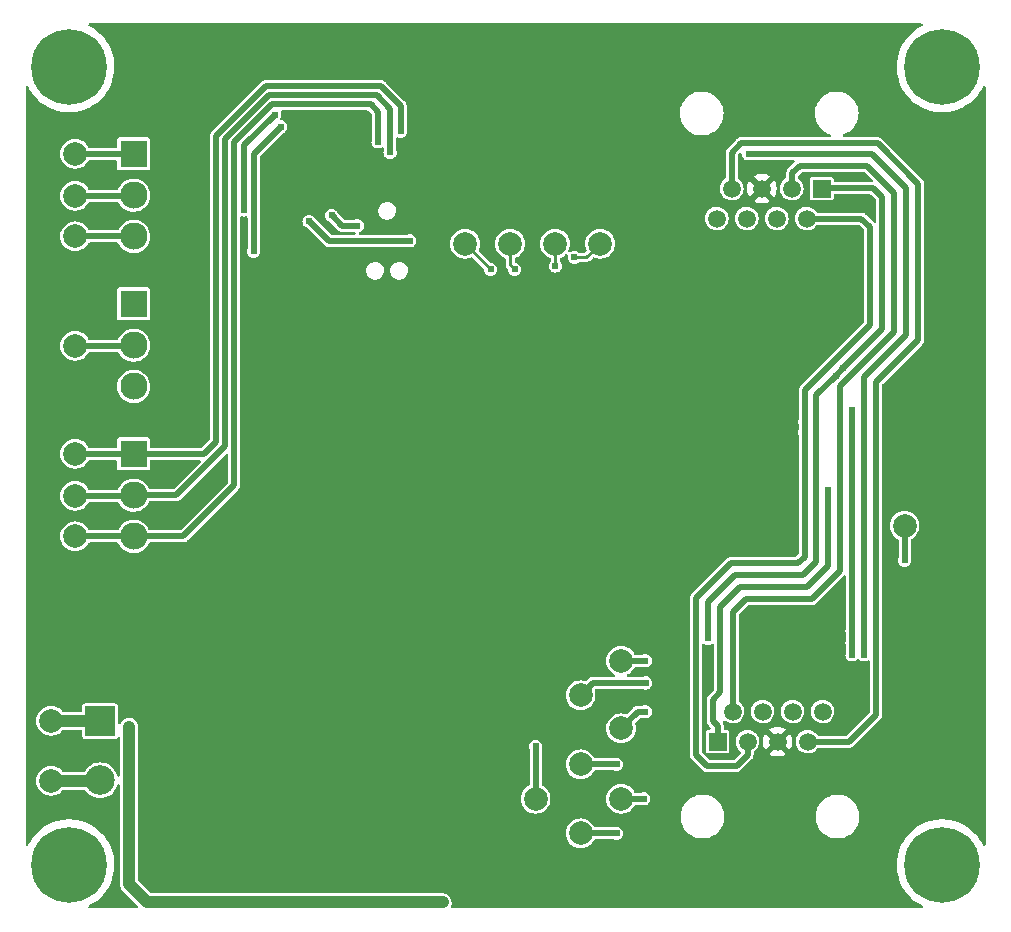
<source format=gbl>
G04 #@! TF.GenerationSoftware,KiCad,Pcbnew,6.0.10-86aedd382b~118~ubuntu18.04.1*
G04 #@! TF.CreationDate,2024-08-26T14:02:28-06:00*
G04 #@! TF.ProjectId,mss-cascade-basic,6d73732d-6361-4736-9361-64652d626173,rev?*
G04 #@! TF.SameCoordinates,Original*
G04 #@! TF.FileFunction,Copper,L2,Bot*
G04 #@! TF.FilePolarity,Positive*
%FSLAX46Y46*%
G04 Gerber Fmt 4.6, Leading zero omitted, Abs format (unit mm)*
G04 Created by KiCad (PCBNEW 6.0.10-86aedd382b~118~ubuntu18.04.1) date 2024-08-26 14:02:28*
%MOMM*%
%LPD*%
G01*
G04 APERTURE LIST*
G04 #@! TA.AperFunction,ComponentPad*
%ADD10C,6.400000*%
G04 #@! TD*
G04 #@! TA.AperFunction,ComponentPad*
%ADD11R,2.500000X2.500000*%
G04 #@! TD*
G04 #@! TA.AperFunction,ComponentPad*
%ADD12C,2.500000*%
G04 #@! TD*
G04 #@! TA.AperFunction,ComponentPad*
%ADD13R,2.300000X2.300000*%
G04 #@! TD*
G04 #@! TA.AperFunction,ComponentPad*
%ADD14C,2.300000*%
G04 #@! TD*
G04 #@! TA.AperFunction,ComponentPad*
%ADD15R,1.500000X1.500000*%
G04 #@! TD*
G04 #@! TA.AperFunction,ComponentPad*
%ADD16C,1.500000*%
G04 #@! TD*
G04 #@! TA.AperFunction,SMDPad,CuDef*
%ADD17C,2.000000*%
G04 #@! TD*
G04 #@! TA.AperFunction,ViaPad*
%ADD18C,0.609600*%
G04 #@! TD*
G04 #@! TA.AperFunction,Conductor*
%ADD19C,1.016000*%
G04 #@! TD*
G04 #@! TA.AperFunction,Conductor*
%ADD20C,0.508000*%
G04 #@! TD*
G04 #@! TA.AperFunction,Conductor*
%ADD21C,0.254000*%
G04 #@! TD*
G04 APERTURE END LIST*
D10*
X103632000Y-187452000D03*
X103632000Y-119888000D03*
D11*
X32339000Y-175300000D03*
D12*
X32339000Y-180300000D03*
D13*
X35179000Y-127254000D03*
D14*
X35179000Y-130754000D03*
X35179000Y-134254000D03*
D13*
X35179000Y-152654000D03*
D14*
X35179000Y-156154000D03*
X35179000Y-159654000D03*
D13*
X35179000Y-139954000D03*
D14*
X35179000Y-143454000D03*
X35179000Y-146954000D03*
D15*
X93436500Y-130195000D03*
D16*
X92166500Y-132735000D03*
X90896500Y-130195000D03*
X89626500Y-132735000D03*
X88356500Y-130195000D03*
X87086500Y-132735000D03*
X85816500Y-130195000D03*
X84546500Y-132735000D03*
D10*
X29718000Y-187452000D03*
X29718000Y-119888000D03*
D15*
X84617500Y-177018000D03*
D16*
X85887500Y-174478000D03*
X87157500Y-177018000D03*
X88427500Y-174478000D03*
X89697500Y-177018000D03*
X90967500Y-174478000D03*
X92237500Y-177018000D03*
X93507500Y-174478000D03*
D17*
X73025000Y-184785000D03*
X30226000Y-127254000D03*
X76454000Y-175895000D03*
X30226000Y-156210000D03*
X30226000Y-130810000D03*
X73025000Y-178943000D03*
X73025000Y-173101000D03*
X69215000Y-181864000D03*
X76454000Y-181864000D03*
X30226000Y-159639000D03*
X67056000Y-134874000D03*
X30226000Y-143510000D03*
X74676000Y-134874000D03*
X28194000Y-175260000D03*
X28194000Y-180340000D03*
X63246000Y-134874000D03*
X30226000Y-152654000D03*
X70866000Y-134874000D03*
X76454000Y-170180000D03*
X100457000Y-158750000D03*
X30226000Y-134239000D03*
D18*
X34798000Y-177800000D03*
X34798000Y-175768000D03*
X60198000Y-190627000D03*
X61341000Y-190627000D03*
X34798000Y-176784000D03*
X59055000Y-190627000D03*
X106426000Y-153670000D03*
X102616000Y-172021500D03*
X50546000Y-183134000D03*
X92202000Y-139319000D03*
X90932000Y-171450000D03*
X102616000Y-142367000D03*
X39243000Y-173609000D03*
X93726000Y-135763000D03*
X102616000Y-156654500D03*
X95250000Y-139319000D03*
X80010000Y-146050000D03*
X57785000Y-170180000D03*
X70866000Y-146939000D03*
X95250000Y-135763000D03*
X41148000Y-139573000D03*
X80899000Y-148971000D03*
X80899000Y-154813000D03*
X44577000Y-186436000D03*
X80899000Y-157734000D03*
X102616000Y-157543500D03*
X56261000Y-163035000D03*
X43053000Y-173609000D03*
X73802000Y-130414000D03*
X55626000Y-188214000D03*
X80899000Y-160655000D03*
X58547000Y-118364000D03*
X43942000Y-118364000D03*
X39116000Y-138303000D03*
X41656000Y-189357000D03*
X92456000Y-171450000D03*
X41148000Y-138303000D03*
X58293000Y-135890000D03*
X63881000Y-182118000D03*
X48387000Y-138303000D03*
X106553000Y-168910000D03*
X39243000Y-175387000D03*
X70007500Y-146969500D03*
X93980000Y-167894000D03*
X45974000Y-138303000D03*
X40767000Y-186436000D03*
X80899000Y-146050000D03*
X40767000Y-188214000D03*
X94361000Y-170307000D03*
X95631000Y-138176000D03*
X68453000Y-160020000D03*
X92202000Y-135763000D03*
X48133000Y-188214000D03*
X58801000Y-170180000D03*
X73802000Y-120904000D03*
X80010000Y-151892000D03*
X58801000Y-136779000D03*
X73802000Y-125842000D03*
X43053000Y-175387000D03*
X39116000Y-139573000D03*
X51562000Y-183134000D03*
X48387000Y-139573000D03*
X45974000Y-139573000D03*
X80010000Y-157734000D03*
X63246000Y-154940000D03*
X47117000Y-188214000D03*
X106553000Y-138430000D03*
X80010000Y-148971000D03*
X44577000Y-188214000D03*
X52578000Y-183134000D03*
X43688000Y-189357000D03*
X80010000Y-154813000D03*
X54610000Y-164338000D03*
X93726000Y-139319000D03*
X43053000Y-174498000D03*
X56642000Y-188214000D03*
X63881000Y-179324000D03*
X44577000Y-187325000D03*
X80010000Y-160655000D03*
X53848000Y-156210000D03*
X95631000Y-136906000D03*
X62357000Y-154940000D03*
X42672000Y-189357000D03*
X40767000Y-187325000D03*
X102616000Y-141478000D03*
X90932000Y-167894000D03*
X93980000Y-171450000D03*
X94361000Y-169037000D03*
X52959000Y-156210000D03*
X92456000Y-167894000D03*
X69342000Y-160020000D03*
X102616000Y-172910500D03*
X80899000Y-151892000D03*
X39243000Y-174498000D03*
X69215000Y-177419000D03*
X76073000Y-184785000D03*
X96012000Y-169672000D03*
X96012000Y-167640000D03*
X96012000Y-150749000D03*
X96012000Y-149860000D03*
X96012000Y-168656000D03*
X96012000Y-148971000D03*
X97028000Y-169672000D03*
X78521500Y-172049500D03*
X87249000Y-127254000D03*
X88265000Y-127254000D03*
X89281000Y-127254000D03*
X97028000Y-167640000D03*
X97028000Y-168656000D03*
X100457000Y-161671000D03*
X83820000Y-166497000D03*
X83820000Y-167386000D03*
X95250000Y-145415000D03*
X94615000Y-146050000D03*
X83820000Y-168275000D03*
X78486000Y-170180000D03*
X92011500Y-149923500D03*
X92011500Y-150812500D03*
X78359000Y-181864000D03*
X94996000Y-158877000D03*
X94996000Y-159766000D03*
X78486000Y-174498000D03*
X93980000Y-156591000D03*
X76073000Y-178943000D03*
X93980000Y-155702000D03*
X44521000Y-132009000D03*
X47117000Y-123952000D03*
X47625000Y-124968000D03*
X45339000Y-135509000D03*
X57785000Y-125349000D03*
X56896000Y-127127000D03*
X72502000Y-136032000D03*
X55880000Y-126238000D03*
X51943000Y-132461000D03*
X54102000Y-133350000D03*
X58547000Y-134620000D03*
X50038000Y-132969000D03*
X67437000Y-137033000D03*
X70889500Y-136755500D03*
X65405000Y-137033000D03*
D19*
X60198000Y-190627000D02*
X61341000Y-190627000D01*
X59055000Y-190627000D02*
X36322000Y-190627000D01*
X36322000Y-190627000D02*
X34798000Y-189103000D01*
X34798000Y-189103000D02*
X34798000Y-175768000D01*
X59055000Y-190627000D02*
X60198000Y-190627000D01*
X28194000Y-175260000D02*
X32172000Y-175260000D01*
X32172000Y-175260000D02*
X32212000Y-175300000D01*
X32172000Y-180340000D02*
X32212000Y-180300000D01*
X28194000Y-180340000D02*
X32172000Y-180340000D01*
D20*
X69215000Y-177419000D02*
X69215000Y-181864000D01*
X96012000Y-167640000D02*
X96012000Y-150749000D01*
X96012000Y-149860000D02*
X96012000Y-148971000D01*
X76073000Y-184785000D02*
X73025000Y-184785000D01*
X96012000Y-169672000D02*
X96012000Y-168656000D01*
X96012000Y-168656000D02*
X96012000Y-167640000D01*
X96012000Y-150749000D02*
X96012000Y-149860000D01*
X74076500Y-172049500D02*
X73025000Y-173101000D01*
X89281000Y-127254000D02*
X88265000Y-127254000D01*
X97028000Y-169672000D02*
X97028000Y-146177000D01*
X78521500Y-172049500D02*
X74076500Y-172049500D01*
X100584000Y-130175000D02*
X97663000Y-127254000D01*
X97663000Y-127254000D02*
X89281000Y-127254000D01*
X97028000Y-146177000D02*
X100584000Y-142621000D01*
X88265000Y-127254000D02*
X87249000Y-127254000D01*
X100584000Y-142621000D02*
X100584000Y-130175000D01*
X100457000Y-161671000D02*
X100457000Y-158750000D01*
X86106000Y-162941000D02*
X83820000Y-165227000D01*
X83820000Y-166497000D02*
X83820000Y-167386000D01*
X92964000Y-161798000D02*
X91821000Y-162941000D01*
X91821000Y-162941000D02*
X86106000Y-162941000D01*
X92964000Y-147701000D02*
X92964000Y-161798000D01*
X97790000Y-130175000D02*
X98552000Y-130937000D01*
X83820000Y-167386000D02*
X83820000Y-168275000D01*
X93218000Y-130175000D02*
X97790000Y-130175000D01*
X94615000Y-146050000D02*
X92964000Y-147701000D01*
X83820000Y-165227000D02*
X83820000Y-166497000D01*
X94615000Y-146050000D02*
X95250000Y-145415000D01*
X98552000Y-142113000D02*
X95250000Y-145415000D01*
X98552000Y-130937000D02*
X98552000Y-142113000D01*
X78486000Y-170180000D02*
X76454000Y-170180000D01*
X97536000Y-141732000D02*
X97536000Y-133477000D01*
X92011500Y-161353500D02*
X92011500Y-150812500D01*
X86233000Y-179070000D02*
X83693000Y-179070000D01*
X92011500Y-150812500D02*
X92011500Y-149923500D01*
X78359000Y-181864000D02*
X76454000Y-181864000D01*
X83693000Y-179070000D02*
X82804000Y-178181000D01*
X82804000Y-164846000D02*
X85725000Y-161925000D01*
X92011500Y-147256500D02*
X97536000Y-141732000D01*
X91440000Y-161925000D02*
X92011500Y-161353500D01*
X85725000Y-161925000D02*
X91440000Y-161925000D01*
X82804000Y-178181000D02*
X82804000Y-164846000D01*
X97536000Y-133477000D02*
X96794000Y-132735000D01*
X92011500Y-149923500D02*
X92011500Y-147256500D01*
X96794000Y-132735000D02*
X91912500Y-132735000D01*
X87157500Y-177018000D02*
X87157500Y-178145500D01*
X87157500Y-178145500D02*
X86233000Y-179070000D01*
X92583000Y-164973000D02*
X94996000Y-162560000D01*
X85887500Y-174478000D02*
X85887500Y-166080500D01*
X90932000Y-128905000D02*
X90932000Y-129905500D01*
X99568000Y-130556000D02*
X97282000Y-128270000D01*
X94996000Y-146939000D02*
X99568000Y-142367000D01*
X85887500Y-166080500D02*
X86995000Y-164973000D01*
X91567000Y-128270000D02*
X90932000Y-128905000D01*
X77851000Y-174498000D02*
X76454000Y-175895000D01*
X94996000Y-162560000D02*
X94996000Y-146939000D01*
X90932000Y-129905500D02*
X90642500Y-130195000D01*
X97282000Y-128270000D02*
X91567000Y-128270000D01*
X86995000Y-164973000D02*
X92583000Y-164973000D01*
X78486000Y-174498000D02*
X77851000Y-174498000D01*
X99568000Y-142367000D02*
X99568000Y-130556000D01*
X101600000Y-129794000D02*
X101600000Y-143002000D01*
X98044000Y-174752000D02*
X95778000Y-177018000D01*
X85816500Y-127162500D02*
X86614000Y-126365000D01*
X101600000Y-143002000D02*
X98044000Y-146558000D01*
X95778000Y-177018000D02*
X92237500Y-177018000D01*
X98044000Y-146558000D02*
X98044000Y-174752000D01*
X98171000Y-126365000D02*
X101600000Y-129794000D01*
X86614000Y-126365000D02*
X98171000Y-126365000D01*
X85816500Y-130195000D02*
X85816500Y-127162500D01*
X92202000Y-163957000D02*
X86487000Y-163957000D01*
X84836000Y-165608000D02*
X84836000Y-172847000D01*
X93980000Y-156591000D02*
X93980000Y-162179000D01*
X84201000Y-175260000D02*
X84617500Y-175676500D01*
X76073000Y-178943000D02*
X73025000Y-178943000D01*
X86487000Y-163957000D02*
X84836000Y-165608000D01*
X84617500Y-175676500D02*
X84617500Y-177018000D01*
X84201000Y-173482000D02*
X84201000Y-175260000D01*
X93980000Y-162179000D02*
X92202000Y-163957000D01*
X93980000Y-155702000D02*
X93980000Y-156591000D01*
X84836000Y-172847000D02*
X84201000Y-173482000D01*
X30226000Y-127254000D02*
X35179000Y-127254000D01*
X35123000Y-130810000D02*
X35179000Y-130754000D01*
X44521000Y-132009000D02*
X44521000Y-126548000D01*
X44521000Y-126548000D02*
X47117000Y-123952000D01*
X30226000Y-130810000D02*
X35123000Y-130810000D01*
X47625000Y-124968000D02*
X45339000Y-127254000D01*
X30226000Y-134239000D02*
X35164000Y-134239000D01*
X35164000Y-134239000D02*
X35179000Y-134254000D01*
X45339000Y-127254000D02*
X45339000Y-135509000D01*
X57785000Y-123190000D02*
X57785000Y-125349000D01*
X42164000Y-125730000D02*
X46355000Y-121539000D01*
X46355000Y-121539000D02*
X56134000Y-121539000D01*
X56134000Y-121539000D02*
X57785000Y-123190000D01*
X41148000Y-152654000D02*
X42164000Y-151638000D01*
X42164000Y-151638000D02*
X42164000Y-125730000D01*
X30226000Y-152654000D02*
X35179000Y-152654000D01*
X35179000Y-152654000D02*
X41148000Y-152654000D01*
X55753000Y-122301000D02*
X46609000Y-122301000D01*
X42926000Y-152019000D02*
X38791000Y-156154000D01*
X38791000Y-156154000D02*
X35179000Y-156154000D01*
X46609000Y-122301000D02*
X42926000Y-125984000D01*
X56896000Y-123444000D02*
X55753000Y-122301000D01*
X30226000Y-156210000D02*
X35123000Y-156210000D01*
X35123000Y-156210000D02*
X35179000Y-156154000D01*
X56896000Y-127127000D02*
X56896000Y-123444000D01*
X42926000Y-125984000D02*
X42926000Y-152019000D01*
X30226000Y-143510000D02*
X35123000Y-143510000D01*
X35123000Y-143510000D02*
X35179000Y-143454000D01*
D21*
X73518000Y-136032000D02*
X74676000Y-134874000D01*
X72502000Y-136032000D02*
X73518000Y-136032000D01*
D20*
X35179000Y-159654000D02*
X39355000Y-159654000D01*
X55880000Y-123698000D02*
X55880000Y-126238000D01*
X43688000Y-155321000D02*
X43688000Y-126238000D01*
X46863000Y-123063000D02*
X55245000Y-123063000D01*
X55245000Y-123063000D02*
X55880000Y-123698000D01*
X39355000Y-159654000D02*
X43688000Y-155321000D01*
X43688000Y-126238000D02*
X46863000Y-123063000D01*
X35164000Y-159639000D02*
X35179000Y-159654000D01*
X30226000Y-159639000D02*
X35164000Y-159639000D01*
X52832000Y-133350000D02*
X51943000Y-132461000D01*
X54102000Y-133350000D02*
X52832000Y-133350000D01*
X51689000Y-134620000D02*
X50038000Y-132969000D01*
X58547000Y-134620000D02*
X51689000Y-134620000D01*
D21*
X67056000Y-136652000D02*
X67056000Y-134874000D01*
X67437000Y-137033000D02*
X67056000Y-136652000D01*
X70889500Y-134897500D02*
X70866000Y-134874000D01*
X70889500Y-136755500D02*
X70889500Y-134897500D01*
X63246000Y-134874000D02*
X65405000Y-137033000D01*
G04 #@! TA.AperFunction,Conductor*
G36*
X101946521Y-116225002D02*
G01*
X101993014Y-116278658D01*
X102003118Y-116348932D01*
X101973624Y-116413512D01*
X101939293Y-116441309D01*
X101611060Y-116622503D01*
X101611052Y-116622508D01*
X101608264Y-116624047D01*
X101288781Y-116845268D01*
X100993289Y-117097642D01*
X100724814Y-117378585D01*
X100486105Y-117685220D01*
X100484409Y-117687924D01*
X100484406Y-117687928D01*
X100355575Y-117893303D01*
X100279605Y-118014410D01*
X100107429Y-118362782D01*
X99971339Y-118726770D01*
X99970531Y-118729849D01*
X99970529Y-118729856D01*
X99873537Y-119099567D01*
X99872729Y-119102647D01*
X99812609Y-119486566D01*
X99791594Y-119874594D01*
X99791744Y-119877775D01*
X99793571Y-119916505D01*
X99809900Y-120262760D01*
X99810371Y-120265913D01*
X99810372Y-120265921D01*
X99836787Y-120442664D01*
X99867338Y-120647089D01*
X99963321Y-121023646D01*
X100096866Y-121388575D01*
X100266606Y-121738141D01*
X100397705Y-121950408D01*
X100468265Y-122064654D01*
X100470803Y-122068764D01*
X100472744Y-122071294D01*
X100472745Y-122071295D01*
X100641977Y-122291841D01*
X100707366Y-122377058D01*
X100973873Y-122659869D01*
X100976278Y-122661952D01*
X100976284Y-122661958D01*
X101203406Y-122858696D01*
X101267596Y-122914299D01*
X101585526Y-123137745D01*
X101588301Y-123139302D01*
X101827408Y-123273482D01*
X101924410Y-123327917D01*
X101927324Y-123329184D01*
X101927328Y-123329186D01*
X101965101Y-123345610D01*
X102280777Y-123482870D01*
X102429896Y-123530460D01*
X102647935Y-123600046D01*
X102647944Y-123600048D01*
X102650979Y-123601017D01*
X102755035Y-123622945D01*
X103028106Y-123680490D01*
X103028111Y-123680491D01*
X103031225Y-123681147D01*
X103417621Y-123722441D01*
X103420809Y-123722458D01*
X103420814Y-123722458D01*
X103597023Y-123723381D01*
X103806213Y-123724476D01*
X103999617Y-123705853D01*
X104189856Y-123687535D01*
X104189861Y-123687534D01*
X104193021Y-123687230D01*
X104196141Y-123686607D01*
X104196145Y-123686606D01*
X104570958Y-123611711D01*
X104570957Y-123611711D01*
X104574086Y-123611086D01*
X104859689Y-123523223D01*
X104942462Y-123497759D01*
X104942465Y-123497758D01*
X104945504Y-123496823D01*
X104948432Y-123495586D01*
X104948438Y-123495584D01*
X105300530Y-123346854D01*
X105300537Y-123346851D01*
X105303474Y-123345610D01*
X105644331Y-123158997D01*
X105964584Y-122938893D01*
X106059149Y-122858696D01*
X106258525Y-122689613D01*
X106258527Y-122689611D01*
X106260955Y-122687552D01*
X106263160Y-122685260D01*
X106263166Y-122685255D01*
X106528194Y-122409850D01*
X106528196Y-122409847D01*
X106530409Y-122407548D01*
X106658267Y-122244484D01*
X106768213Y-122104265D01*
X106768216Y-122104260D01*
X106770187Y-122101747D01*
X106977835Y-121773281D01*
X106979255Y-121770433D01*
X106979260Y-121770424D01*
X107076238Y-121575915D01*
X107124534Y-121523876D01*
X107193297Y-121506209D01*
X107260696Y-121528523D01*
X107305332Y-121583733D01*
X107315000Y-121632136D01*
X107315000Y-185708063D01*
X107294998Y-185776184D01*
X107241342Y-185822677D01*
X107171068Y-185832781D01*
X107106488Y-185803287D01*
X107075849Y-185763495D01*
X106992326Y-185593003D01*
X106992325Y-185593001D01*
X106990915Y-185590123D01*
X106785565Y-185260215D01*
X106641343Y-185073613D01*
X106549880Y-184955273D01*
X106549875Y-184955268D01*
X106547928Y-184952748D01*
X106417317Y-184815113D01*
X106282634Y-184673186D01*
X106282631Y-184673184D01*
X106280435Y-184670869D01*
X106165260Y-184571803D01*
X105988241Y-184419543D01*
X105988238Y-184419541D01*
X105985826Y-184417466D01*
X105983218Y-184415646D01*
X105983212Y-184415642D01*
X105704019Y-184220874D01*
X105667117Y-184195131D01*
X105327572Y-184006143D01*
X105324652Y-184004885D01*
X105324647Y-184004883D01*
X104973600Y-183853698D01*
X104973590Y-183853694D01*
X104970666Y-183852435D01*
X104600054Y-183735582D01*
X104300505Y-183673548D01*
X104222656Y-183657426D01*
X104222653Y-183657426D01*
X104219531Y-183656779D01*
X103922323Y-183626065D01*
X103836149Y-183617160D01*
X103836146Y-183617160D01*
X103832993Y-183616834D01*
X103829827Y-183616828D01*
X103829818Y-183616828D01*
X103637969Y-183616494D01*
X103444396Y-183616156D01*
X103290545Y-183631512D01*
X103060893Y-183654434D01*
X103060887Y-183654435D01*
X103057720Y-183654751D01*
X102921133Y-183682540D01*
X102680049Y-183731589D01*
X102680045Y-183731590D01*
X102676924Y-183732225D01*
X102673882Y-183733172D01*
X102673876Y-183733174D01*
X102520432Y-183780967D01*
X102305907Y-183847784D01*
X102302979Y-183849033D01*
X101951397Y-183998995D01*
X101951393Y-183998997D01*
X101948467Y-184000245D01*
X101945688Y-184001779D01*
X101945682Y-184001782D01*
X101737913Y-184116477D01*
X101608264Y-184188047D01*
X101288781Y-184409268D01*
X101104890Y-184566326D01*
X101019808Y-184638993D01*
X100993289Y-184661642D01*
X100724814Y-184942585D01*
X100722857Y-184945099D01*
X100722856Y-184945100D01*
X100506967Y-185222422D01*
X100486105Y-185249220D01*
X100484409Y-185251924D01*
X100484406Y-185251928D01*
X100385462Y-185409659D01*
X100279605Y-185578410D01*
X100107429Y-185926782D01*
X99971339Y-186290770D01*
X99970531Y-186293849D01*
X99970529Y-186293856D01*
X99873537Y-186663567D01*
X99872729Y-186666647D01*
X99812609Y-187050566D01*
X99791594Y-187438594D01*
X99791744Y-187441775D01*
X99793571Y-187480505D01*
X99809900Y-187826760D01*
X99810371Y-187829913D01*
X99810372Y-187829921D01*
X99836787Y-188006664D01*
X99867338Y-188211089D01*
X99963321Y-188587646D01*
X100096866Y-188952575D01*
X100266606Y-189302141D01*
X100470803Y-189632764D01*
X100472744Y-189635294D01*
X100472745Y-189635295D01*
X100684137Y-189910785D01*
X100707366Y-189941058D01*
X100973873Y-190223869D01*
X100976278Y-190225952D01*
X100976284Y-190225958D01*
X101189037Y-190410249D01*
X101267596Y-190478299D01*
X101585526Y-190701745D01*
X101924410Y-190891917D01*
X101927324Y-190893184D01*
X101927338Y-190893191D01*
X101927932Y-190893449D01*
X101928040Y-190893539D01*
X101930193Y-190894608D01*
X101929937Y-190895123D01*
X101982429Y-190938953D01*
X102003673Y-191006697D01*
X101984920Y-191075172D01*
X101932123Y-191122638D01*
X101877694Y-191135000D01*
X62146655Y-191135000D01*
X62078534Y-191114998D01*
X62032041Y-191061342D01*
X62021937Y-190991068D01*
X62037703Y-190945711D01*
X62041345Y-190939441D01*
X62045019Y-190933116D01*
X62096558Y-190762946D01*
X62107568Y-190585484D01*
X62093023Y-190500834D01*
X62078697Y-190417465D01*
X62077457Y-190410249D01*
X62007841Y-190246641D01*
X61902454Y-190103436D01*
X61880358Y-190084664D01*
X61772528Y-189993055D01*
X61772524Y-189993052D01*
X61766949Y-189988316D01*
X61608596Y-189907457D01*
X61601491Y-189905718D01*
X61601487Y-189905717D01*
X61518896Y-189885508D01*
X61435888Y-189865196D01*
X61430286Y-189864848D01*
X61430283Y-189864848D01*
X61426609Y-189864620D01*
X61426599Y-189864620D01*
X61424670Y-189864500D01*
X36690028Y-189864500D01*
X36621907Y-189844498D01*
X36600933Y-189827595D01*
X35597405Y-188824067D01*
X35563379Y-188761755D01*
X35560500Y-188734972D01*
X35560500Y-184785000D01*
X71765708Y-184785000D01*
X71784839Y-185003674D01*
X71841653Y-185215703D01*
X71866282Y-185268521D01*
X71932095Y-185409659D01*
X71932098Y-185409664D01*
X71934421Y-185414646D01*
X71937577Y-185419153D01*
X71937578Y-185419155D01*
X72049090Y-185578410D01*
X72060326Y-185594457D01*
X72215543Y-185749674D01*
X72220051Y-185752831D01*
X72220054Y-185752833D01*
X72253403Y-185776184D01*
X72395354Y-185875579D01*
X72400336Y-185877902D01*
X72400341Y-185877905D01*
X72499029Y-185923923D01*
X72594297Y-185968347D01*
X72806326Y-186025161D01*
X73025000Y-186044292D01*
X73243674Y-186025161D01*
X73455703Y-185968347D01*
X73550971Y-185923923D01*
X73649659Y-185877905D01*
X73649664Y-185877902D01*
X73654646Y-185875579D01*
X73796597Y-185776184D01*
X73829946Y-185752833D01*
X73829949Y-185752831D01*
X73834457Y-185749674D01*
X73989674Y-185594457D01*
X74000911Y-185578410D01*
X74112422Y-185419155D01*
X74112423Y-185419153D01*
X74115579Y-185414646D01*
X74117904Y-185409661D01*
X74117907Y-185409655D01*
X74138146Y-185366251D01*
X74185063Y-185312965D01*
X74252341Y-185293500D01*
X75814042Y-185293500D01*
X75862260Y-185303091D01*
X75919364Y-185326744D01*
X75926993Y-185329904D01*
X75935177Y-185330981D01*
X75935179Y-185330982D01*
X76064812Y-185348048D01*
X76073000Y-185349126D01*
X76081188Y-185348048D01*
X76210821Y-185330982D01*
X76210823Y-185330981D01*
X76219007Y-185329904D01*
X76355063Y-185273547D01*
X76471897Y-185183897D01*
X76561547Y-185067063D01*
X76617904Y-184931007D01*
X76637126Y-184785000D01*
X76617904Y-184638993D01*
X76561547Y-184502937D01*
X76471897Y-184386103D01*
X76355063Y-184296453D01*
X76219007Y-184240096D01*
X76210823Y-184239019D01*
X76210821Y-184239018D01*
X76081188Y-184221952D01*
X76073000Y-184220874D01*
X76064812Y-184221952D01*
X75935179Y-184239018D01*
X75935177Y-184239019D01*
X75926993Y-184240096D01*
X75919364Y-184243256D01*
X75862260Y-184266909D01*
X75814042Y-184276500D01*
X74252341Y-184276500D01*
X74184220Y-184256498D01*
X74138146Y-184203749D01*
X74117907Y-184160345D01*
X74117904Y-184160339D01*
X74115579Y-184155354D01*
X74088357Y-184116477D01*
X73992833Y-183980054D01*
X73992831Y-183980051D01*
X73989674Y-183975543D01*
X73834457Y-183820326D01*
X73829949Y-183817169D01*
X73829946Y-183817167D01*
X73659155Y-183697578D01*
X73659153Y-183697577D01*
X73654646Y-183694421D01*
X73649664Y-183692098D01*
X73649659Y-183692095D01*
X73548884Y-183645104D01*
X73455703Y-183601653D01*
X73243674Y-183544839D01*
X73025000Y-183525708D01*
X72806326Y-183544839D01*
X72594297Y-183601653D01*
X72501116Y-183645104D01*
X72400341Y-183692095D01*
X72400336Y-183692098D01*
X72395354Y-183694421D01*
X72390847Y-183697577D01*
X72390845Y-183697578D01*
X72220054Y-183817167D01*
X72220051Y-183817169D01*
X72215543Y-183820326D01*
X72060326Y-183975543D01*
X72057169Y-183980051D01*
X72057167Y-183980054D01*
X71961643Y-184116477D01*
X71934421Y-184155354D01*
X71932098Y-184160336D01*
X71932095Y-184160341D01*
X71911854Y-184203749D01*
X71841653Y-184354297D01*
X71784839Y-184566326D01*
X71765708Y-184785000D01*
X35560500Y-184785000D01*
X35560500Y-183410186D01*
X81488518Y-183410186D01*
X81514079Y-183678100D01*
X81515164Y-183682534D01*
X81515165Y-183682540D01*
X81556503Y-183851474D01*
X81578047Y-183939518D01*
X81679083Y-184188963D01*
X81815069Y-184421210D01*
X81983158Y-184631395D01*
X82179827Y-184815113D01*
X82400957Y-184968516D01*
X82641916Y-185088391D01*
X82646250Y-185089812D01*
X82646253Y-185089813D01*
X82893323Y-185170807D01*
X82893329Y-185170808D01*
X82897656Y-185172227D01*
X82902147Y-185173007D01*
X82902148Y-185173007D01*
X83159038Y-185217611D01*
X83159046Y-185217612D01*
X83162819Y-185218267D01*
X83166656Y-185218458D01*
X83246277Y-185222422D01*
X83246285Y-185222422D01*
X83247848Y-185222500D01*
X83415874Y-185222500D01*
X83418142Y-185222335D01*
X83418154Y-185222335D01*
X83548957Y-185212844D01*
X83615925Y-185207985D01*
X83620380Y-185207001D01*
X83620383Y-185207001D01*
X83874270Y-185150947D01*
X83874272Y-185150946D01*
X83878726Y-185149963D01*
X84130400Y-185054613D01*
X84332089Y-184942585D01*
X84361679Y-184926149D01*
X84361680Y-184926148D01*
X84365672Y-184923931D01*
X84512342Y-184811996D01*
X84575991Y-184763421D01*
X84575995Y-184763417D01*
X84579616Y-184760654D01*
X84665122Y-184673186D01*
X84764563Y-184571462D01*
X84767749Y-184568203D01*
X84926130Y-184350610D01*
X85051441Y-184112433D01*
X85141057Y-183858662D01*
X85173887Y-183692095D01*
X85192220Y-183599083D01*
X85192221Y-183599077D01*
X85193101Y-183594611D01*
X85202282Y-183410186D01*
X92918518Y-183410186D01*
X92944079Y-183678100D01*
X92945164Y-183682534D01*
X92945165Y-183682540D01*
X92986503Y-183851474D01*
X93008047Y-183939518D01*
X93109083Y-184188963D01*
X93245069Y-184421210D01*
X93413158Y-184631395D01*
X93609827Y-184815113D01*
X93830957Y-184968516D01*
X94071916Y-185088391D01*
X94076250Y-185089812D01*
X94076253Y-185089813D01*
X94323323Y-185170807D01*
X94323329Y-185170808D01*
X94327656Y-185172227D01*
X94332147Y-185173007D01*
X94332148Y-185173007D01*
X94589038Y-185217611D01*
X94589046Y-185217612D01*
X94592819Y-185218267D01*
X94596656Y-185218458D01*
X94676277Y-185222422D01*
X94676285Y-185222422D01*
X94677848Y-185222500D01*
X94845874Y-185222500D01*
X94848142Y-185222335D01*
X94848154Y-185222335D01*
X94978957Y-185212844D01*
X95045925Y-185207985D01*
X95050380Y-185207001D01*
X95050383Y-185207001D01*
X95304270Y-185150947D01*
X95304272Y-185150946D01*
X95308726Y-185149963D01*
X95560400Y-185054613D01*
X95762089Y-184942585D01*
X95791679Y-184926149D01*
X95791680Y-184926148D01*
X95795672Y-184923931D01*
X95942342Y-184811996D01*
X96005991Y-184763421D01*
X96005995Y-184763417D01*
X96009616Y-184760654D01*
X96095122Y-184673186D01*
X96194563Y-184571462D01*
X96197749Y-184568203D01*
X96356130Y-184350610D01*
X96481441Y-184112433D01*
X96571057Y-183858662D01*
X96603887Y-183692095D01*
X96622220Y-183599083D01*
X96622221Y-183599077D01*
X96623101Y-183594611D01*
X96632282Y-183410186D01*
X96636255Y-183330383D01*
X96636255Y-183330377D01*
X96636482Y-183325814D01*
X96610921Y-183057900D01*
X96584867Y-182951422D01*
X96548039Y-182800920D01*
X96546953Y-182796482D01*
X96445917Y-182547037D01*
X96309931Y-182314790D01*
X96141842Y-182104605D01*
X95945173Y-181920887D01*
X95724043Y-181767484D01*
X95483084Y-181647609D01*
X95478750Y-181646188D01*
X95478747Y-181646187D01*
X95231677Y-181565193D01*
X95231671Y-181565192D01*
X95227344Y-181563773D01*
X95222852Y-181562993D01*
X94965962Y-181518389D01*
X94965954Y-181518388D01*
X94962181Y-181517733D01*
X94952218Y-181517237D01*
X94878723Y-181513578D01*
X94878715Y-181513578D01*
X94877152Y-181513500D01*
X94709126Y-181513500D01*
X94706858Y-181513665D01*
X94706846Y-181513665D01*
X94576043Y-181523156D01*
X94509075Y-181528015D01*
X94504620Y-181528999D01*
X94504617Y-181528999D01*
X94250730Y-181585053D01*
X94250728Y-181585054D01*
X94246274Y-181586037D01*
X93994600Y-181681387D01*
X93990614Y-181683601D01*
X93990612Y-181683602D01*
X93763321Y-181809851D01*
X93759328Y-181812069D01*
X93755696Y-181814841D01*
X93549009Y-181972579D01*
X93549005Y-181972583D01*
X93545384Y-181975346D01*
X93357251Y-182167797D01*
X93354566Y-182171486D01*
X93201558Y-182381696D01*
X93201553Y-182381703D01*
X93198870Y-182385390D01*
X93073559Y-182623567D01*
X93072038Y-182627875D01*
X93000013Y-182831833D01*
X92983943Y-182877338D01*
X92958812Y-183004844D01*
X92939237Y-183104161D01*
X92931899Y-183141389D01*
X92931672Y-183145942D01*
X92931672Y-183145945D01*
X92922491Y-183330383D01*
X92918518Y-183410186D01*
X85202282Y-183410186D01*
X85206255Y-183330383D01*
X85206255Y-183330377D01*
X85206482Y-183325814D01*
X85180921Y-183057900D01*
X85154867Y-182951422D01*
X85118039Y-182800920D01*
X85116953Y-182796482D01*
X85015917Y-182547037D01*
X84879931Y-182314790D01*
X84711842Y-182104605D01*
X84515173Y-181920887D01*
X84294043Y-181767484D01*
X84053084Y-181647609D01*
X84048750Y-181646188D01*
X84048747Y-181646187D01*
X83801677Y-181565193D01*
X83801671Y-181565192D01*
X83797344Y-181563773D01*
X83792852Y-181562993D01*
X83535962Y-181518389D01*
X83535954Y-181518388D01*
X83532181Y-181517733D01*
X83522218Y-181517237D01*
X83448723Y-181513578D01*
X83448715Y-181513578D01*
X83447152Y-181513500D01*
X83279126Y-181513500D01*
X83276858Y-181513665D01*
X83276846Y-181513665D01*
X83146043Y-181523156D01*
X83079075Y-181528015D01*
X83074620Y-181528999D01*
X83074617Y-181528999D01*
X82820730Y-181585053D01*
X82820728Y-181585054D01*
X82816274Y-181586037D01*
X82564600Y-181681387D01*
X82560614Y-181683601D01*
X82560612Y-181683602D01*
X82333321Y-181809851D01*
X82329328Y-181812069D01*
X82325696Y-181814841D01*
X82119009Y-181972579D01*
X82119005Y-181972583D01*
X82115384Y-181975346D01*
X81927251Y-182167797D01*
X81924566Y-182171486D01*
X81771558Y-182381696D01*
X81771553Y-182381703D01*
X81768870Y-182385390D01*
X81643559Y-182623567D01*
X81642038Y-182627875D01*
X81570013Y-182831833D01*
X81553943Y-182877338D01*
X81528812Y-183004844D01*
X81509237Y-183104161D01*
X81501899Y-183141389D01*
X81501672Y-183145942D01*
X81501672Y-183145945D01*
X81492491Y-183330383D01*
X81488518Y-183410186D01*
X35560500Y-183410186D01*
X35560500Y-181864000D01*
X67955708Y-181864000D01*
X67974839Y-182082674D01*
X68031653Y-182294703D01*
X68056282Y-182347521D01*
X68122095Y-182488659D01*
X68122098Y-182488664D01*
X68124421Y-182493646D01*
X68127577Y-182498153D01*
X68127578Y-182498155D01*
X68215393Y-182623567D01*
X68250326Y-182673457D01*
X68405543Y-182828674D01*
X68410051Y-182831831D01*
X68410054Y-182831833D01*
X68475042Y-182877338D01*
X68585354Y-182954579D01*
X68590336Y-182956902D01*
X68590341Y-182956905D01*
X68691116Y-183003896D01*
X68784297Y-183047347D01*
X68996326Y-183104161D01*
X69215000Y-183123292D01*
X69433674Y-183104161D01*
X69645703Y-183047347D01*
X69738884Y-183003896D01*
X69839659Y-182956905D01*
X69839664Y-182956902D01*
X69844646Y-182954579D01*
X69954958Y-182877338D01*
X70019946Y-182831833D01*
X70019949Y-182831831D01*
X70024457Y-182828674D01*
X70179674Y-182673457D01*
X70214608Y-182623567D01*
X70302422Y-182498155D01*
X70302423Y-182498153D01*
X70305579Y-182493646D01*
X70307902Y-182488664D01*
X70307905Y-182488659D01*
X70373718Y-182347521D01*
X70398347Y-182294703D01*
X70455161Y-182082674D01*
X70474292Y-181864000D01*
X75194708Y-181864000D01*
X75213839Y-182082674D01*
X75270653Y-182294703D01*
X75295282Y-182347521D01*
X75361095Y-182488659D01*
X75361098Y-182488664D01*
X75363421Y-182493646D01*
X75366577Y-182498153D01*
X75366578Y-182498155D01*
X75454393Y-182623567D01*
X75489326Y-182673457D01*
X75644543Y-182828674D01*
X75649051Y-182831831D01*
X75649054Y-182831833D01*
X75714042Y-182877338D01*
X75824354Y-182954579D01*
X75829336Y-182956902D01*
X75829341Y-182956905D01*
X75930116Y-183003896D01*
X76023297Y-183047347D01*
X76235326Y-183104161D01*
X76454000Y-183123292D01*
X76672674Y-183104161D01*
X76884703Y-183047347D01*
X76977884Y-183003896D01*
X77078659Y-182956905D01*
X77078664Y-182956902D01*
X77083646Y-182954579D01*
X77193958Y-182877338D01*
X77258946Y-182831833D01*
X77258949Y-182831831D01*
X77263457Y-182828674D01*
X77418674Y-182673457D01*
X77453608Y-182623567D01*
X77541422Y-182498155D01*
X77541423Y-182498153D01*
X77544579Y-182493646D01*
X77546904Y-182488661D01*
X77546907Y-182488655D01*
X77567146Y-182445251D01*
X77614063Y-182391965D01*
X77681341Y-182372500D01*
X78100042Y-182372500D01*
X78148260Y-182382091D01*
X78205364Y-182405744D01*
X78212993Y-182408904D01*
X78221177Y-182409981D01*
X78221179Y-182409982D01*
X78350812Y-182427048D01*
X78359000Y-182428126D01*
X78367188Y-182427048D01*
X78496821Y-182409982D01*
X78496823Y-182409981D01*
X78505007Y-182408904D01*
X78641063Y-182352547D01*
X78757897Y-182262897D01*
X78847547Y-182146063D01*
X78903904Y-182010007D01*
X78908832Y-181972579D01*
X78922048Y-181872188D01*
X78923126Y-181864000D01*
X78903904Y-181717993D01*
X78847547Y-181581937D01*
X78757897Y-181465103D01*
X78641063Y-181375453D01*
X78505007Y-181319096D01*
X78496823Y-181318019D01*
X78496821Y-181318018D01*
X78367188Y-181300952D01*
X78359000Y-181299874D01*
X78350812Y-181300952D01*
X78221179Y-181318018D01*
X78221177Y-181318019D01*
X78212993Y-181319096D01*
X78205364Y-181322256D01*
X78148260Y-181345909D01*
X78100042Y-181355500D01*
X77681341Y-181355500D01*
X77613220Y-181335498D01*
X77567146Y-181282749D01*
X77546907Y-181239345D01*
X77546904Y-181239339D01*
X77544579Y-181234354D01*
X77514098Y-181190822D01*
X77421833Y-181059054D01*
X77421831Y-181059051D01*
X77418674Y-181054543D01*
X77263457Y-180899326D01*
X77258949Y-180896169D01*
X77258946Y-180896167D01*
X77088155Y-180776578D01*
X77088153Y-180776577D01*
X77083646Y-180773421D01*
X77078664Y-180771098D01*
X77078659Y-180771095D01*
X76955118Y-180713488D01*
X76884703Y-180680653D01*
X76672674Y-180623839D01*
X76454000Y-180604708D01*
X76235326Y-180623839D01*
X76023297Y-180680653D01*
X75952882Y-180713488D01*
X75829341Y-180771095D01*
X75829336Y-180771098D01*
X75824354Y-180773421D01*
X75819847Y-180776577D01*
X75819845Y-180776578D01*
X75649054Y-180896167D01*
X75649051Y-180896169D01*
X75644543Y-180899326D01*
X75489326Y-181054543D01*
X75486169Y-181059051D01*
X75486167Y-181059054D01*
X75393902Y-181190822D01*
X75363421Y-181234354D01*
X75361098Y-181239336D01*
X75361095Y-181239341D01*
X75332366Y-181300952D01*
X75270653Y-181433297D01*
X75213839Y-181645326D01*
X75194708Y-181864000D01*
X70474292Y-181864000D01*
X70455161Y-181645326D01*
X70398347Y-181433297D01*
X70336634Y-181300952D01*
X70307905Y-181239341D01*
X70307902Y-181239336D01*
X70305579Y-181234354D01*
X70275098Y-181190822D01*
X70182833Y-181059054D01*
X70182831Y-181059051D01*
X70179674Y-181054543D01*
X70024457Y-180899326D01*
X70019949Y-180896169D01*
X70019946Y-180896167D01*
X69849155Y-180776578D01*
X69849153Y-180776577D01*
X69844646Y-180773421D01*
X69839658Y-180771095D01*
X69839655Y-180771093D01*
X69796251Y-180750854D01*
X69742965Y-180703937D01*
X69723500Y-180636659D01*
X69723500Y-178943000D01*
X71765708Y-178943000D01*
X71784839Y-179161674D01*
X71841653Y-179373703D01*
X71873114Y-179441171D01*
X71932095Y-179567659D01*
X71932098Y-179567664D01*
X71934421Y-179572646D01*
X71937577Y-179577153D01*
X71937578Y-179577155D01*
X71967182Y-179619433D01*
X72060326Y-179752457D01*
X72215543Y-179907674D01*
X72220051Y-179910831D01*
X72220054Y-179910833D01*
X72390845Y-180030422D01*
X72395354Y-180033579D01*
X72400336Y-180035902D01*
X72400341Y-180035905D01*
X72501116Y-180082896D01*
X72594297Y-180126347D01*
X72806326Y-180183161D01*
X73025000Y-180202292D01*
X73243674Y-180183161D01*
X73455703Y-180126347D01*
X73548884Y-180082896D01*
X73649659Y-180035905D01*
X73649664Y-180035902D01*
X73654646Y-180033579D01*
X73659155Y-180030422D01*
X73829946Y-179910833D01*
X73829949Y-179910831D01*
X73834457Y-179907674D01*
X73989674Y-179752457D01*
X74082819Y-179619433D01*
X74112422Y-179577155D01*
X74112423Y-179577153D01*
X74115579Y-179572646D01*
X74117904Y-179567661D01*
X74117907Y-179567655D01*
X74138146Y-179524251D01*
X74185063Y-179470965D01*
X74252341Y-179451500D01*
X75814042Y-179451500D01*
X75862260Y-179461091D01*
X75919364Y-179484744D01*
X75926993Y-179487904D01*
X75935177Y-179488981D01*
X75935179Y-179488982D01*
X76064812Y-179506048D01*
X76073000Y-179507126D01*
X76081188Y-179506048D01*
X76210821Y-179488982D01*
X76210823Y-179488981D01*
X76219007Y-179487904D01*
X76355063Y-179431547D01*
X76471897Y-179341897D01*
X76561547Y-179225063D01*
X76617904Y-179089007D01*
X76619213Y-179079070D01*
X76634067Y-178966232D01*
X76637126Y-178943000D01*
X76617904Y-178796993D01*
X76561547Y-178660937D01*
X76471897Y-178544103D01*
X76355063Y-178454453D01*
X76219007Y-178398096D01*
X76210823Y-178397019D01*
X76210821Y-178397018D01*
X76081188Y-178379952D01*
X76073000Y-178378874D01*
X76064812Y-178379952D01*
X75935179Y-178397018D01*
X75935177Y-178397019D01*
X75926993Y-178398096D01*
X75919364Y-178401256D01*
X75862260Y-178424909D01*
X75814042Y-178434500D01*
X74252341Y-178434500D01*
X74184220Y-178414498D01*
X74138146Y-178361749D01*
X74117907Y-178318345D01*
X74117904Y-178318339D01*
X74115579Y-178313354D01*
X74109498Y-178304669D01*
X73992833Y-178138054D01*
X73992831Y-178138051D01*
X73989674Y-178133543D01*
X73834457Y-177978326D01*
X73829949Y-177975169D01*
X73829946Y-177975167D01*
X73659155Y-177855578D01*
X73659153Y-177855577D01*
X73654646Y-177852421D01*
X73649664Y-177850098D01*
X73649659Y-177850095D01*
X73527358Y-177793066D01*
X73455703Y-177759653D01*
X73243674Y-177702839D01*
X73025000Y-177683708D01*
X72806326Y-177702839D01*
X72594297Y-177759653D01*
X72522642Y-177793066D01*
X72400341Y-177850095D01*
X72400336Y-177850098D01*
X72395354Y-177852421D01*
X72390847Y-177855577D01*
X72390845Y-177855578D01*
X72220054Y-177975167D01*
X72220051Y-177975169D01*
X72215543Y-177978326D01*
X72060326Y-178133543D01*
X72057169Y-178138051D01*
X72057167Y-178138054D01*
X71940502Y-178304669D01*
X71934421Y-178313354D01*
X71932098Y-178318336D01*
X71932095Y-178318341D01*
X71904440Y-178377649D01*
X71841653Y-178512297D01*
X71784839Y-178724326D01*
X71765708Y-178943000D01*
X69723500Y-178943000D01*
X69723500Y-177677958D01*
X69733091Y-177629740D01*
X69756744Y-177572636D01*
X69759904Y-177565007D01*
X69763077Y-177540911D01*
X69777163Y-177433907D01*
X69779126Y-177419000D01*
X69768980Y-177341934D01*
X69760982Y-177281179D01*
X69760981Y-177281177D01*
X69759904Y-177272993D01*
X69703547Y-177136937D01*
X69613897Y-177020103D01*
X69497063Y-176930453D01*
X69361007Y-176874096D01*
X69352823Y-176873019D01*
X69352821Y-176873018D01*
X69223188Y-176855952D01*
X69215000Y-176854874D01*
X69206812Y-176855952D01*
X69077179Y-176873018D01*
X69077177Y-176873019D01*
X69068993Y-176874096D01*
X68932937Y-176930453D01*
X68816103Y-177020103D01*
X68726453Y-177136937D01*
X68670096Y-177272993D01*
X68669019Y-177281177D01*
X68669018Y-177281179D01*
X68661020Y-177341934D01*
X68650874Y-177419000D01*
X68652837Y-177433907D01*
X68666924Y-177540911D01*
X68670096Y-177565007D01*
X68673256Y-177572636D01*
X68696909Y-177629740D01*
X68706500Y-177677958D01*
X68706500Y-180636659D01*
X68686498Y-180704780D01*
X68633749Y-180750854D01*
X68590345Y-180771093D01*
X68590342Y-180771095D01*
X68585354Y-180773421D01*
X68580847Y-180776577D01*
X68580845Y-180776578D01*
X68410054Y-180896167D01*
X68410051Y-180896169D01*
X68405543Y-180899326D01*
X68250326Y-181054543D01*
X68247169Y-181059051D01*
X68247167Y-181059054D01*
X68154902Y-181190822D01*
X68124421Y-181234354D01*
X68122098Y-181239336D01*
X68122095Y-181239341D01*
X68093366Y-181300952D01*
X68031653Y-181433297D01*
X67974839Y-181645326D01*
X67955708Y-181864000D01*
X35560500Y-181864000D01*
X35560500Y-175895000D01*
X75194708Y-175895000D01*
X75213839Y-176113674D01*
X75270653Y-176325703D01*
X75296948Y-176382093D01*
X75361095Y-176519659D01*
X75361098Y-176519664D01*
X75363421Y-176524646D01*
X75366577Y-176529153D01*
X75366578Y-176529155D01*
X75450642Y-176649210D01*
X75489326Y-176704457D01*
X75644543Y-176859674D01*
X75649051Y-176862831D01*
X75649054Y-176862833D01*
X75819845Y-176982422D01*
X75824354Y-176985579D01*
X75829336Y-176987902D01*
X75829341Y-176987905D01*
X75905623Y-177023475D01*
X76023297Y-177078347D01*
X76235326Y-177135161D01*
X76454000Y-177154292D01*
X76672674Y-177135161D01*
X76884703Y-177078347D01*
X77002377Y-177023475D01*
X77078659Y-176987905D01*
X77078664Y-176987902D01*
X77083646Y-176985579D01*
X77088155Y-176982422D01*
X77258946Y-176862833D01*
X77258949Y-176862831D01*
X77263457Y-176859674D01*
X77418674Y-176704457D01*
X77457359Y-176649210D01*
X77541422Y-176529155D01*
X77541423Y-176529153D01*
X77544579Y-176524646D01*
X77546902Y-176519664D01*
X77546905Y-176519659D01*
X77611052Y-176382093D01*
X77637347Y-176325703D01*
X77694161Y-176113674D01*
X77713292Y-175895000D01*
X77694161Y-175676326D01*
X77692738Y-175671014D01*
X77692736Y-175671005D01*
X77649093Y-175508130D01*
X77650782Y-175437153D01*
X77681704Y-175386423D01*
X78024722Y-175043405D01*
X78087034Y-175009379D01*
X78113817Y-175006500D01*
X78227042Y-175006500D01*
X78275260Y-175016091D01*
X78318615Y-175034049D01*
X78339993Y-175042904D01*
X78348177Y-175043981D01*
X78348179Y-175043982D01*
X78477812Y-175061048D01*
X78486000Y-175062126D01*
X78494188Y-175061048D01*
X78623821Y-175043982D01*
X78623823Y-175043981D01*
X78632007Y-175042904D01*
X78768063Y-174986547D01*
X78884897Y-174896897D01*
X78974547Y-174780063D01*
X79030904Y-174644007D01*
X79032702Y-174630354D01*
X79049048Y-174506188D01*
X79050126Y-174498000D01*
X79030904Y-174351993D01*
X78974547Y-174215937D01*
X78884897Y-174099103D01*
X78768063Y-174009453D01*
X78632007Y-173953096D01*
X78623823Y-173952019D01*
X78623821Y-173952018D01*
X78494188Y-173934952D01*
X78486000Y-173933874D01*
X78477812Y-173934952D01*
X78348179Y-173952018D01*
X78348177Y-173952019D01*
X78339993Y-173953096D01*
X78332364Y-173956256D01*
X78275260Y-173979909D01*
X78227042Y-173989500D01*
X77922073Y-173989500D01*
X77909944Y-173988145D01*
X77909905Y-173988627D01*
X77900954Y-173987907D01*
X77892200Y-173985926D01*
X77838491Y-173989258D01*
X77830689Y-173989500D01*
X77814487Y-173989500D01*
X77805571Y-173990777D01*
X77804122Y-173990984D01*
X77794072Y-173992013D01*
X77755781Y-173994389D01*
X77755780Y-173994389D01*
X77746822Y-173994945D01*
X77738381Y-173997993D01*
X77735467Y-173998596D01*
X77718548Y-174002815D01*
X77715702Y-174003647D01*
X77706813Y-174004920D01*
X77663691Y-174024526D01*
X77654336Y-174028334D01*
X77609819Y-174044405D01*
X77602571Y-174049700D01*
X77599964Y-174051086D01*
X77584877Y-174059901D01*
X77582386Y-174061494D01*
X77574218Y-174065208D01*
X77538345Y-174096118D01*
X77530445Y-174102390D01*
X77519447Y-174110425D01*
X77508472Y-174121400D01*
X77501624Y-174127758D01*
X77470676Y-174154424D01*
X77470672Y-174154429D01*
X77463873Y-174160287D01*
X77458991Y-174167820D01*
X77453540Y-174174068D01*
X77443949Y-174185923D01*
X77183223Y-174446650D01*
X76962577Y-174667296D01*
X76900264Y-174701321D01*
X76840869Y-174699907D01*
X76677994Y-174656264D01*
X76677988Y-174656263D01*
X76672674Y-174654839D01*
X76454000Y-174635708D01*
X76235326Y-174654839D01*
X76023297Y-174711653D01*
X76000439Y-174722312D01*
X75829341Y-174802095D01*
X75829336Y-174802098D01*
X75824354Y-174804421D01*
X75819847Y-174807577D01*
X75819845Y-174807578D01*
X75649054Y-174927167D01*
X75649051Y-174927169D01*
X75644543Y-174930326D01*
X75489326Y-175085543D01*
X75486169Y-175090051D01*
X75486167Y-175090054D01*
X75367170Y-175260000D01*
X75363421Y-175265354D01*
X75361098Y-175270336D01*
X75361095Y-175270341D01*
X75332965Y-175330667D01*
X75270653Y-175464297D01*
X75213839Y-175676326D01*
X75194708Y-175895000D01*
X35560500Y-175895000D01*
X35560500Y-175723475D01*
X35548386Y-175619572D01*
X35545949Y-175598665D01*
X35545949Y-175598663D01*
X35545101Y-175591393D01*
X35538299Y-175572652D01*
X35486931Y-175431138D01*
X35484434Y-175424259D01*
X35386946Y-175275565D01*
X35257865Y-175153286D01*
X35104116Y-175063981D01*
X34933946Y-175012442D01*
X34756484Y-175001432D01*
X34749268Y-175002672D01*
X34749266Y-175002672D01*
X34588465Y-175030303D01*
X34581249Y-175031543D01*
X34417641Y-175101159D01*
X34274436Y-175206546D01*
X34258877Y-175224860D01*
X34164055Y-175336472D01*
X34164052Y-175336476D01*
X34159316Y-175342051D01*
X34155987Y-175348571D01*
X34155986Y-175348572D01*
X34121418Y-175416270D01*
X34085231Y-175487139D01*
X34081717Y-175494020D01*
X34032924Y-175545593D01*
X33963994Y-175562600D01*
X33896813Y-175539640D01*
X33852709Y-175484004D01*
X33843500Y-175436720D01*
X33843499Y-174031123D01*
X33843499Y-174024934D01*
X33835851Y-173986482D01*
X33831156Y-173962874D01*
X33831155Y-173962872D01*
X33828734Y-173950699D01*
X33772484Y-173866516D01*
X33688301Y-173810266D01*
X33614067Y-173795500D01*
X32339207Y-173795500D01*
X31063934Y-173795501D01*
X31028182Y-173802612D01*
X31001874Y-173807844D01*
X31001872Y-173807845D01*
X30989699Y-173810266D01*
X30979379Y-173817161D01*
X30979378Y-173817162D01*
X30918985Y-173857516D01*
X30905516Y-173866516D01*
X30849266Y-173950699D01*
X30834500Y-174024933D01*
X30834500Y-174371500D01*
X30814498Y-174439621D01*
X30760842Y-174486114D01*
X30708500Y-174497500D01*
X29256204Y-174497500D01*
X29188083Y-174477498D01*
X29160611Y-174453309D01*
X29158674Y-174450543D01*
X29003457Y-174295326D01*
X28998949Y-174292169D01*
X28998946Y-174292167D01*
X28828155Y-174172578D01*
X28828153Y-174172577D01*
X28823646Y-174169421D01*
X28818664Y-174167098D01*
X28818659Y-174167095D01*
X28697128Y-174110425D01*
X28624703Y-174076653D01*
X28412674Y-174019839D01*
X28194000Y-174000708D01*
X27975326Y-174019839D01*
X27763297Y-174076653D01*
X27690872Y-174110425D01*
X27569341Y-174167095D01*
X27569336Y-174167098D01*
X27564354Y-174169421D01*
X27559847Y-174172577D01*
X27559845Y-174172578D01*
X27389054Y-174292167D01*
X27389051Y-174292169D01*
X27384543Y-174295326D01*
X27229326Y-174450543D01*
X27226169Y-174455051D01*
X27226167Y-174455054D01*
X27165726Y-174541373D01*
X27103421Y-174630354D01*
X27101098Y-174635336D01*
X27101095Y-174635341D01*
X27070329Y-174701321D01*
X27010653Y-174829297D01*
X26953839Y-175041326D01*
X26934708Y-175260000D01*
X26953839Y-175478674D01*
X27010653Y-175690703D01*
X27012978Y-175695688D01*
X27101095Y-175884659D01*
X27101098Y-175884664D01*
X27103421Y-175889646D01*
X27106577Y-175894153D01*
X27106578Y-175894155D01*
X27205312Y-176035161D01*
X27229326Y-176069457D01*
X27384543Y-176224674D01*
X27389051Y-176227831D01*
X27389054Y-176227833D01*
X27559845Y-176347422D01*
X27564354Y-176350579D01*
X27569336Y-176352902D01*
X27569341Y-176352905D01*
X27631936Y-176382093D01*
X27763297Y-176443347D01*
X27975326Y-176500161D01*
X28194000Y-176519292D01*
X28412674Y-176500161D01*
X28624703Y-176443347D01*
X28756064Y-176382093D01*
X28818659Y-176352905D01*
X28818664Y-176352902D01*
X28823646Y-176350579D01*
X28828155Y-176347422D01*
X28998946Y-176227833D01*
X28998949Y-176227831D01*
X29003457Y-176224674D01*
X29158674Y-176069457D01*
X29160349Y-176067064D01*
X29218795Y-176028182D01*
X29256204Y-176022500D01*
X30708501Y-176022500D01*
X30776622Y-176042502D01*
X30823115Y-176096158D01*
X30834501Y-176148500D01*
X30834501Y-176575066D01*
X30837751Y-176591405D01*
X30845595Y-176630843D01*
X30849266Y-176649301D01*
X30856161Y-176659621D01*
X30856162Y-176659622D01*
X30888724Y-176708354D01*
X30905516Y-176733484D01*
X30989699Y-176789734D01*
X31063933Y-176804500D01*
X32338793Y-176804500D01*
X33614066Y-176804499D01*
X33649818Y-176797388D01*
X33676126Y-176792156D01*
X33676128Y-176792155D01*
X33688301Y-176789734D01*
X33698621Y-176782839D01*
X33698622Y-176782838D01*
X33762168Y-176740377D01*
X33772484Y-176733484D01*
X33789276Y-176708354D01*
X33804736Y-176685217D01*
X33859213Y-176639690D01*
X33929656Y-176630843D01*
X33993700Y-176661484D01*
X34031011Y-176721886D01*
X34035500Y-176755220D01*
X34035500Y-179857098D01*
X34015498Y-179925219D01*
X33961842Y-179971712D01*
X33891568Y-179981816D01*
X33826988Y-179952322D01*
X33786981Y-179886512D01*
X33775444Y-179838458D01*
X33774289Y-179833646D01*
X33772395Y-179829073D01*
X33685559Y-179619433D01*
X33685557Y-179619429D01*
X33683664Y-179614859D01*
X33559930Y-179412943D01*
X33406132Y-179232868D01*
X33226057Y-179079070D01*
X33024141Y-178955336D01*
X33019571Y-178953443D01*
X33019567Y-178953441D01*
X32809927Y-178866605D01*
X32809925Y-178866604D01*
X32805354Y-178864711D01*
X32725501Y-178845540D01*
X32579896Y-178810583D01*
X32579890Y-178810582D01*
X32575083Y-178809428D01*
X32339000Y-178790848D01*
X32102917Y-178809428D01*
X32098110Y-178810582D01*
X32098104Y-178810583D01*
X31952499Y-178845540D01*
X31872646Y-178864711D01*
X31868075Y-178866604D01*
X31868073Y-178866605D01*
X31658433Y-178953441D01*
X31658429Y-178953443D01*
X31653859Y-178955336D01*
X31451943Y-179079070D01*
X31271868Y-179232868D01*
X31118070Y-179412943D01*
X31115486Y-179417160D01*
X31115482Y-179417166D01*
X31054099Y-179517334D01*
X31001452Y-179564966D01*
X30946666Y-179577500D01*
X29256204Y-179577500D01*
X29188083Y-179557498D01*
X29160611Y-179533309D01*
X29158674Y-179530543D01*
X29003457Y-179375326D01*
X28998949Y-179372169D01*
X28998946Y-179372167D01*
X28828155Y-179252578D01*
X28828153Y-179252577D01*
X28823646Y-179249421D01*
X28818664Y-179247098D01*
X28818659Y-179247095D01*
X28717884Y-179200104D01*
X28624703Y-179156653D01*
X28412674Y-179099839D01*
X28194000Y-179080708D01*
X27975326Y-179099839D01*
X27763297Y-179156653D01*
X27670116Y-179200104D01*
X27569341Y-179247095D01*
X27569336Y-179247098D01*
X27564354Y-179249421D01*
X27559847Y-179252577D01*
X27559845Y-179252578D01*
X27389054Y-179372167D01*
X27389051Y-179372169D01*
X27384543Y-179375326D01*
X27229326Y-179530543D01*
X27226169Y-179535051D01*
X27226167Y-179535054D01*
X27106578Y-179705845D01*
X27103421Y-179710354D01*
X27101098Y-179715336D01*
X27101095Y-179715341D01*
X27083788Y-179752457D01*
X27010653Y-179909297D01*
X26953839Y-180121326D01*
X26934708Y-180340000D01*
X26953839Y-180558674D01*
X27010653Y-180770703D01*
X27012978Y-180775688D01*
X27101095Y-180964659D01*
X27101098Y-180964664D01*
X27103421Y-180969646D01*
X27106577Y-180974153D01*
X27106578Y-180974155D01*
X27162867Y-181054543D01*
X27229326Y-181149457D01*
X27384543Y-181304674D01*
X27389051Y-181307831D01*
X27389054Y-181307833D01*
X27559845Y-181427422D01*
X27564354Y-181430579D01*
X27569336Y-181432902D01*
X27569341Y-181432905D01*
X27627613Y-181460077D01*
X27763297Y-181523347D01*
X27975326Y-181580161D01*
X28194000Y-181599292D01*
X28412674Y-181580161D01*
X28624703Y-181523347D01*
X28760387Y-181460077D01*
X28818659Y-181432905D01*
X28818664Y-181432902D01*
X28823646Y-181430579D01*
X28828155Y-181427422D01*
X28998946Y-181307833D01*
X28998949Y-181307831D01*
X29003457Y-181304674D01*
X29158674Y-181149457D01*
X29160349Y-181147064D01*
X29218795Y-181108182D01*
X29256204Y-181102500D01*
X30995690Y-181102500D01*
X31063811Y-181122502D01*
X31103122Y-181162665D01*
X31115481Y-181182833D01*
X31115485Y-181182838D01*
X31118070Y-181187057D01*
X31271868Y-181367132D01*
X31451943Y-181520930D01*
X31653859Y-181644664D01*
X31658429Y-181646557D01*
X31658433Y-181646559D01*
X31868073Y-181733395D01*
X31868075Y-181733396D01*
X31872646Y-181735289D01*
X31952499Y-181754460D01*
X32098104Y-181789417D01*
X32098110Y-181789418D01*
X32102917Y-181790572D01*
X32339000Y-181809152D01*
X32575083Y-181790572D01*
X32579890Y-181789418D01*
X32579896Y-181789417D01*
X32725501Y-181754460D01*
X32805354Y-181735289D01*
X32809925Y-181733396D01*
X32809927Y-181733395D01*
X33019567Y-181646559D01*
X33019571Y-181646557D01*
X33024141Y-181644664D01*
X33226057Y-181520930D01*
X33406132Y-181367132D01*
X33559930Y-181187057D01*
X33683664Y-180985141D01*
X33690083Y-180969646D01*
X33772395Y-180770927D01*
X33772396Y-180770925D01*
X33774289Y-180766354D01*
X33786981Y-180713488D01*
X33822333Y-180651919D01*
X33885360Y-180619236D01*
X33956051Y-180625817D01*
X34011962Y-180669571D01*
X34035500Y-180742902D01*
X34035500Y-189035624D01*
X34034067Y-189054574D01*
X34031876Y-189068973D01*
X34031876Y-189068979D01*
X34030776Y-189076208D01*
X34031369Y-189083500D01*
X34031369Y-189083503D01*
X34035085Y-189129183D01*
X34035500Y-189139398D01*
X34035500Y-189147525D01*
X34038811Y-189175924D01*
X34039238Y-189180244D01*
X34045191Y-189253426D01*
X34047447Y-189260388D01*
X34048643Y-189266376D01*
X34050051Y-189272333D01*
X34050899Y-189279607D01*
X34053397Y-189286489D01*
X34053398Y-189286493D01*
X34075945Y-189348607D01*
X34077355Y-189352711D01*
X34099987Y-189422575D01*
X34103787Y-189428838D01*
X34106325Y-189434380D01*
X34109067Y-189439856D01*
X34111566Y-189446741D01*
X34115581Y-189452865D01*
X34151815Y-189508132D01*
X34154130Y-189511800D01*
X34192227Y-189574581D01*
X34195941Y-189578786D01*
X34195943Y-189578789D01*
X34199667Y-189583005D01*
X34199638Y-189583031D01*
X34202238Y-189585962D01*
X34205042Y-189589316D01*
X34209054Y-189595435D01*
X34251131Y-189635295D01*
X34265586Y-189648988D01*
X34268028Y-189651366D01*
X35536567Y-190919905D01*
X35570593Y-190982217D01*
X35565528Y-191053032D01*
X35522981Y-191109868D01*
X35456461Y-191134679D01*
X35447472Y-191135000D01*
X31470313Y-191135000D01*
X31402192Y-191114998D01*
X31355699Y-191061342D01*
X31345595Y-190991068D01*
X31375089Y-190926488D01*
X31409805Y-190898479D01*
X31424635Y-190890360D01*
X31730331Y-190722997D01*
X32050584Y-190502893D01*
X32346955Y-190251552D01*
X32349160Y-190249260D01*
X32349166Y-190249255D01*
X32614194Y-189973850D01*
X32614196Y-189973847D01*
X32616409Y-189971548D01*
X32698753Y-189866531D01*
X32854213Y-189668265D01*
X32854216Y-189668260D01*
X32856187Y-189665747D01*
X33063835Y-189337281D01*
X33065255Y-189334433D01*
X33065260Y-189334424D01*
X33235806Y-188992360D01*
X33237226Y-188989512D01*
X33374585Y-188626001D01*
X33384791Y-188587646D01*
X33473685Y-188253555D01*
X33474506Y-188250470D01*
X33535966Y-187866764D01*
X33538091Y-187829921D01*
X33558237Y-187480505D01*
X33558335Y-187478811D01*
X33558429Y-187452000D01*
X33538769Y-187063900D01*
X33479989Y-186679775D01*
X33382692Y-186303555D01*
X33381587Y-186300567D01*
X33248983Y-185942091D01*
X33248980Y-185942085D01*
X33247874Y-185939094D01*
X33076915Y-185590123D01*
X32871565Y-185260215D01*
X32727343Y-185073613D01*
X32635880Y-184955273D01*
X32635875Y-184955268D01*
X32633928Y-184952748D01*
X32503317Y-184815113D01*
X32368634Y-184673186D01*
X32368631Y-184673184D01*
X32366435Y-184670869D01*
X32251260Y-184571803D01*
X32074241Y-184419543D01*
X32074238Y-184419541D01*
X32071826Y-184417466D01*
X32069218Y-184415646D01*
X32069212Y-184415642D01*
X31790019Y-184220874D01*
X31753117Y-184195131D01*
X31413572Y-184006143D01*
X31410652Y-184004885D01*
X31410647Y-184004883D01*
X31059600Y-183853698D01*
X31059590Y-183853694D01*
X31056666Y-183852435D01*
X30686054Y-183735582D01*
X30386505Y-183673548D01*
X30308656Y-183657426D01*
X30308653Y-183657426D01*
X30305531Y-183656779D01*
X30008323Y-183626065D01*
X29922149Y-183617160D01*
X29922146Y-183617160D01*
X29918993Y-183616834D01*
X29915827Y-183616828D01*
X29915818Y-183616828D01*
X29723969Y-183616494D01*
X29530396Y-183616156D01*
X29376545Y-183631512D01*
X29146893Y-183654434D01*
X29146887Y-183654435D01*
X29143720Y-183654751D01*
X29007133Y-183682540D01*
X28766049Y-183731589D01*
X28766045Y-183731590D01*
X28762924Y-183732225D01*
X28759882Y-183733172D01*
X28759876Y-183733174D01*
X28606432Y-183780967D01*
X28391907Y-183847784D01*
X28388979Y-183849033D01*
X28037397Y-183998995D01*
X28037393Y-183998997D01*
X28034467Y-184000245D01*
X28031688Y-184001779D01*
X28031682Y-184001782D01*
X27823913Y-184116477D01*
X27694264Y-184188047D01*
X27374781Y-184409268D01*
X27190890Y-184566326D01*
X27105808Y-184638993D01*
X27079289Y-184661642D01*
X26810814Y-184942585D01*
X26808857Y-184945099D01*
X26808856Y-184945100D01*
X26592967Y-185222422D01*
X26572105Y-185249220D01*
X26570409Y-185251924D01*
X26570406Y-185251928D01*
X26471462Y-185409659D01*
X26365605Y-185578410D01*
X26277426Y-185756828D01*
X26273957Y-185763846D01*
X26225843Y-185816053D01*
X26157142Y-185833960D01*
X26089666Y-185811882D01*
X26044838Y-185756828D01*
X26035000Y-185708019D01*
X26035000Y-173101000D01*
X71765708Y-173101000D01*
X71784839Y-173319674D01*
X71841653Y-173531703D01*
X71876124Y-173605627D01*
X71932095Y-173725659D01*
X71932098Y-173725664D01*
X71934421Y-173730646D01*
X71937577Y-173735153D01*
X71937578Y-173735155D01*
X72036782Y-173876832D01*
X72060326Y-173910457D01*
X72215543Y-174065674D01*
X72220051Y-174068831D01*
X72220054Y-174068833D01*
X72387276Y-174185923D01*
X72395354Y-174191579D01*
X72400336Y-174193902D01*
X72400341Y-174193905D01*
X72447590Y-174215937D01*
X72594297Y-174284347D01*
X72806326Y-174341161D01*
X73025000Y-174360292D01*
X73243674Y-174341161D01*
X73455703Y-174284347D01*
X73602410Y-174215937D01*
X73649659Y-174193905D01*
X73649664Y-174193902D01*
X73654646Y-174191579D01*
X73662724Y-174185923D01*
X73829946Y-174068833D01*
X73829949Y-174068831D01*
X73834457Y-174065674D01*
X73989674Y-173910457D01*
X74013219Y-173876832D01*
X74112422Y-173735155D01*
X74112423Y-173735153D01*
X74115579Y-173730646D01*
X74117902Y-173725664D01*
X74117905Y-173725659D01*
X74173876Y-173605627D01*
X74208347Y-173531703D01*
X74265161Y-173319674D01*
X74284292Y-173101000D01*
X74265161Y-172882326D01*
X74263738Y-172877014D01*
X74263736Y-172877005D01*
X74220758Y-172716612D01*
X74222447Y-172645635D01*
X74262240Y-172586839D01*
X74327505Y-172558891D01*
X74342464Y-172558000D01*
X78262542Y-172558000D01*
X78310760Y-172567591D01*
X78367864Y-172591244D01*
X78375493Y-172594404D01*
X78383677Y-172595481D01*
X78383679Y-172595482D01*
X78513312Y-172612548D01*
X78521500Y-172613626D01*
X78529688Y-172612548D01*
X78659321Y-172595482D01*
X78659323Y-172595481D01*
X78667507Y-172594404D01*
X78803563Y-172538047D01*
X78920397Y-172448397D01*
X79010047Y-172331563D01*
X79066404Y-172195507D01*
X79085626Y-172049500D01*
X79080175Y-172008095D01*
X79067482Y-171911679D01*
X79067481Y-171911677D01*
X79066404Y-171903493D01*
X79010047Y-171767437D01*
X78920397Y-171650603D01*
X78803563Y-171560953D01*
X78667507Y-171504596D01*
X78659323Y-171503519D01*
X78659321Y-171503518D01*
X78529688Y-171486452D01*
X78521500Y-171485374D01*
X78513312Y-171486452D01*
X78383679Y-171503518D01*
X78383677Y-171503519D01*
X78375493Y-171504596D01*
X78367864Y-171507756D01*
X78310760Y-171531409D01*
X78262542Y-171541000D01*
X77072076Y-171541000D01*
X77003955Y-171520998D01*
X76957462Y-171467342D01*
X76947358Y-171397068D01*
X76976852Y-171332488D01*
X77018826Y-171300805D01*
X77078659Y-171272905D01*
X77078664Y-171272902D01*
X77083646Y-171270579D01*
X77088155Y-171267422D01*
X77258946Y-171147833D01*
X77258949Y-171147831D01*
X77263457Y-171144674D01*
X77418674Y-170989457D01*
X77544579Y-170809646D01*
X77546904Y-170804661D01*
X77546907Y-170804655D01*
X77567146Y-170761251D01*
X77614063Y-170707965D01*
X77681341Y-170688500D01*
X78227042Y-170688500D01*
X78275260Y-170698091D01*
X78332364Y-170721744D01*
X78339993Y-170724904D01*
X78348177Y-170725981D01*
X78348179Y-170725982D01*
X78477812Y-170743048D01*
X78486000Y-170744126D01*
X78494188Y-170743048D01*
X78623821Y-170725982D01*
X78623823Y-170725981D01*
X78632007Y-170724904D01*
X78768063Y-170668547D01*
X78884897Y-170578897D01*
X78974547Y-170462063D01*
X79030904Y-170326007D01*
X79041824Y-170243065D01*
X79049048Y-170188188D01*
X79050126Y-170180000D01*
X79046903Y-170155521D01*
X79031982Y-170042179D01*
X79031981Y-170042177D01*
X79030904Y-170033993D01*
X78974547Y-169897937D01*
X78884897Y-169781103D01*
X78768063Y-169691453D01*
X78632007Y-169635096D01*
X78623823Y-169634019D01*
X78623821Y-169634018D01*
X78494188Y-169616952D01*
X78486000Y-169615874D01*
X78477812Y-169616952D01*
X78348179Y-169634018D01*
X78348177Y-169634019D01*
X78339993Y-169635096D01*
X78332364Y-169638256D01*
X78275260Y-169661909D01*
X78227042Y-169671500D01*
X77681341Y-169671500D01*
X77613220Y-169651498D01*
X77567146Y-169598749D01*
X77546907Y-169555345D01*
X77546904Y-169555339D01*
X77544579Y-169550354D01*
X77527521Y-169525993D01*
X77421833Y-169375054D01*
X77421831Y-169375051D01*
X77418674Y-169370543D01*
X77263457Y-169215326D01*
X77258949Y-169212169D01*
X77258946Y-169212167D01*
X77088155Y-169092578D01*
X77088153Y-169092577D01*
X77083646Y-169089421D01*
X77078664Y-169087098D01*
X77078659Y-169087095D01*
X76977884Y-169040104D01*
X76884703Y-168996653D01*
X76672674Y-168939839D01*
X76454000Y-168920708D01*
X76235326Y-168939839D01*
X76023297Y-168996653D01*
X75930116Y-169040104D01*
X75829341Y-169087095D01*
X75829336Y-169087098D01*
X75824354Y-169089421D01*
X75819847Y-169092577D01*
X75819845Y-169092578D01*
X75649054Y-169212167D01*
X75649051Y-169212169D01*
X75644543Y-169215326D01*
X75489326Y-169370543D01*
X75486169Y-169375051D01*
X75486167Y-169375054D01*
X75380479Y-169525993D01*
X75363421Y-169550354D01*
X75361098Y-169555336D01*
X75361095Y-169555341D01*
X75340854Y-169598749D01*
X75270653Y-169749297D01*
X75213839Y-169961326D01*
X75194708Y-170180000D01*
X75213839Y-170398674D01*
X75270653Y-170610703D01*
X75272978Y-170615688D01*
X75361095Y-170804659D01*
X75361098Y-170804664D01*
X75363421Y-170809646D01*
X75489326Y-170989457D01*
X75644543Y-171144674D01*
X75649051Y-171147831D01*
X75649054Y-171147833D01*
X75819845Y-171267422D01*
X75824354Y-171270579D01*
X75829336Y-171272902D01*
X75829341Y-171272905D01*
X75889174Y-171300805D01*
X75942459Y-171347722D01*
X75961920Y-171415999D01*
X75941378Y-171483959D01*
X75887355Y-171530025D01*
X75835924Y-171541000D01*
X74147573Y-171541000D01*
X74135443Y-171539645D01*
X74135404Y-171540127D01*
X74126457Y-171539407D01*
X74117701Y-171537426D01*
X74063992Y-171540758D01*
X74056190Y-171541000D01*
X74039987Y-171541000D01*
X74031071Y-171542277D01*
X74029622Y-171542484D01*
X74019572Y-171543513D01*
X73981282Y-171545889D01*
X73981281Y-171545889D01*
X73972323Y-171546445D01*
X73963882Y-171549493D01*
X73960968Y-171550096D01*
X73944034Y-171554318D01*
X73941195Y-171555148D01*
X73932313Y-171556420D01*
X73889200Y-171576023D01*
X73879849Y-171579829D01*
X73843762Y-171592856D01*
X73843760Y-171592857D01*
X73835320Y-171595904D01*
X73828076Y-171601196D01*
X73825482Y-171602575D01*
X73810343Y-171611422D01*
X73807883Y-171612995D01*
X73799718Y-171616708D01*
X73792924Y-171622562D01*
X73792921Y-171622564D01*
X73777838Y-171635561D01*
X73763843Y-171647619D01*
X73755928Y-171653903D01*
X73748882Y-171659050D01*
X73748875Y-171659056D01*
X73744948Y-171661925D01*
X73733973Y-171672900D01*
X73727126Y-171679258D01*
X73689373Y-171711787D01*
X73684489Y-171719322D01*
X73679042Y-171725566D01*
X73669442Y-171737431D01*
X73533577Y-171873296D01*
X73471265Y-171907322D01*
X73411870Y-171905907D01*
X73248995Y-171862264D01*
X73248986Y-171862262D01*
X73243674Y-171860839D01*
X73025000Y-171841708D01*
X72806326Y-171860839D01*
X72594297Y-171917653D01*
X72571439Y-171928312D01*
X72400341Y-172008095D01*
X72400336Y-172008098D01*
X72395354Y-172010421D01*
X72390847Y-172013577D01*
X72390845Y-172013578D01*
X72220054Y-172133167D01*
X72220051Y-172133169D01*
X72215543Y-172136326D01*
X72060326Y-172291543D01*
X72057169Y-172296051D01*
X72057167Y-172296054D01*
X71946976Y-172453423D01*
X71934421Y-172471354D01*
X71932098Y-172476336D01*
X71932095Y-172476341D01*
X71893602Y-172558891D01*
X71841653Y-172670297D01*
X71784839Y-172882326D01*
X71765708Y-173101000D01*
X26035000Y-173101000D01*
X26035000Y-164880941D01*
X82291461Y-164880941D01*
X82293335Y-164889720D01*
X82293898Y-164897978D01*
X82295500Y-164913161D01*
X82295500Y-178109928D01*
X82294145Y-178122058D01*
X82294627Y-178122097D01*
X82293907Y-178131044D01*
X82291926Y-178139800D01*
X82292482Y-178148760D01*
X82295258Y-178193508D01*
X82295500Y-178201310D01*
X82295500Y-178217513D01*
X82296136Y-178221953D01*
X82296984Y-178227878D01*
X82298013Y-178237928D01*
X82300945Y-178285177D01*
X82303994Y-178293623D01*
X82304593Y-178296514D01*
X82308822Y-178313480D01*
X82309648Y-178316305D01*
X82310920Y-178325187D01*
X82330522Y-178368298D01*
X82334327Y-178377647D01*
X82350404Y-178422181D01*
X82355699Y-178429429D01*
X82357080Y-178432027D01*
X82365915Y-178447145D01*
X82367494Y-178449614D01*
X82371208Y-178457782D01*
X82377064Y-178464578D01*
X82402115Y-178493652D01*
X82408401Y-178501569D01*
X82413548Y-178508615D01*
X82413553Y-178508620D01*
X82416425Y-178512552D01*
X82427400Y-178523527D01*
X82433758Y-178530375D01*
X82451231Y-178550653D01*
X82466287Y-178568127D01*
X82473822Y-178573011D01*
X82480066Y-178578458D01*
X82491931Y-178588058D01*
X83283177Y-179379304D01*
X83290800Y-179388844D01*
X83291168Y-179388530D01*
X83296986Y-179395366D01*
X83301776Y-179402958D01*
X83308504Y-179408900D01*
X83342125Y-179438593D01*
X83347812Y-179443939D01*
X83359255Y-179455382D01*
X83366020Y-179460452D01*
X83367630Y-179461659D01*
X83375459Y-179468033D01*
X83410951Y-179499378D01*
X83419074Y-179503192D01*
X83421562Y-179504826D01*
X83436523Y-179513814D01*
X83439108Y-179515229D01*
X83446295Y-179520616D01*
X83477977Y-179532493D01*
X83490642Y-179537241D01*
X83499958Y-179541167D01*
X83542800Y-179561281D01*
X83551669Y-179562662D01*
X83554502Y-179563528D01*
X83571389Y-179567958D01*
X83574274Y-179568592D01*
X83582684Y-179571745D01*
X83611842Y-179573912D01*
X83629906Y-179575254D01*
X83639952Y-179576408D01*
X83648575Y-179577751D01*
X83648578Y-179577751D01*
X83653386Y-179578500D01*
X83668906Y-179578500D01*
X83678243Y-179578846D01*
X83727941Y-179582539D01*
X83736720Y-179580665D01*
X83744978Y-179580102D01*
X83760161Y-179578500D01*
X86161928Y-179578500D01*
X86174058Y-179579855D01*
X86174097Y-179579373D01*
X86183044Y-179580093D01*
X86191800Y-179582074D01*
X86245508Y-179578742D01*
X86253310Y-179578500D01*
X86269513Y-179578500D01*
X86278907Y-179577155D01*
X86279878Y-179577016D01*
X86289928Y-179575987D01*
X86328216Y-179573611D01*
X86337177Y-179573055D01*
X86345623Y-179570006D01*
X86348514Y-179569407D01*
X86365480Y-179565178D01*
X86368305Y-179564352D01*
X86377187Y-179563080D01*
X86420298Y-179543478D01*
X86429649Y-179539672D01*
X86449536Y-179532493D01*
X86474181Y-179523596D01*
X86481429Y-179518301D01*
X86484027Y-179516920D01*
X86499145Y-179508085D01*
X86501614Y-179506506D01*
X86509782Y-179502792D01*
X86545653Y-179471884D01*
X86553569Y-179465599D01*
X86560615Y-179460452D01*
X86560620Y-179460447D01*
X86564552Y-179457575D01*
X86575527Y-179446600D01*
X86582375Y-179440242D01*
X86613323Y-179413576D01*
X86613324Y-179413575D01*
X86620127Y-179407713D01*
X86625011Y-179400178D01*
X86630451Y-179393942D01*
X86640056Y-179382071D01*
X87466811Y-178555317D01*
X87476345Y-178547700D01*
X87476031Y-178547331D01*
X87482864Y-178541516D01*
X87490458Y-178536724D01*
X87526085Y-178496383D01*
X87531431Y-178490697D01*
X87542882Y-178479246D01*
X87549166Y-178470862D01*
X87555540Y-178463033D01*
X87558679Y-178459479D01*
X87586878Y-178427549D01*
X87590692Y-178419425D01*
X87592320Y-178416947D01*
X87601322Y-178401966D01*
X87602735Y-178399385D01*
X87608116Y-178392205D01*
X87624744Y-178347850D01*
X87628664Y-178338548D01*
X87640433Y-178313480D01*
X87648781Y-178295700D01*
X87650162Y-178286834D01*
X87651018Y-178284033D01*
X87655462Y-178267096D01*
X87656095Y-178264216D01*
X87659244Y-178255816D01*
X87661761Y-178221953D01*
X87662752Y-178208611D01*
X87663906Y-178198563D01*
X87665250Y-178189929D01*
X87666000Y-178185114D01*
X87666000Y-178169577D01*
X87666347Y-178160239D01*
X87669374Y-178119510D01*
X87669374Y-178119509D01*
X87670039Y-178110559D01*
X87668166Y-178101784D01*
X87667603Y-178093527D01*
X87666000Y-178078338D01*
X87666000Y-178068161D01*
X89011893Y-178068161D01*
X89021187Y-178080175D01*
X89061588Y-178108464D01*
X89071084Y-178113947D01*
X89260613Y-178202326D01*
X89270905Y-178206072D01*
X89472901Y-178260196D01*
X89483696Y-178262099D01*
X89692025Y-178280326D01*
X89702975Y-178280326D01*
X89911304Y-178262099D01*
X89922099Y-178260196D01*
X90124095Y-178206072D01*
X90134387Y-178202326D01*
X90323916Y-178113947D01*
X90333412Y-178108464D01*
X90374648Y-178079590D01*
X90383023Y-178069112D01*
X90375957Y-178055668D01*
X89710311Y-177390021D01*
X89696368Y-177382408D01*
X89694534Y-177382539D01*
X89687920Y-177386790D01*
X89018320Y-178056391D01*
X89011893Y-178068161D01*
X87666000Y-178068161D01*
X87666000Y-177956954D01*
X87686002Y-177888833D01*
X87714426Y-177857665D01*
X87749996Y-177829874D01*
X87853574Y-177748950D01*
X87857600Y-177744286D01*
X87857603Y-177744283D01*
X87978264Y-177604496D01*
X87978265Y-177604494D01*
X87982293Y-177599828D01*
X87985339Y-177594467D01*
X88006724Y-177556821D01*
X88079596Y-177428544D01*
X88141777Y-177241622D01*
X88166466Y-177046183D01*
X88166739Y-177026653D01*
X88166784Y-177023475D01*
X88435174Y-177023475D01*
X88453401Y-177231804D01*
X88455304Y-177242599D01*
X88509428Y-177444595D01*
X88513174Y-177454887D01*
X88601554Y-177644417D01*
X88607034Y-177653907D01*
X88635911Y-177695149D01*
X88646387Y-177703523D01*
X88659834Y-177696455D01*
X89325479Y-177030811D01*
X89331856Y-177019132D01*
X90061908Y-177019132D01*
X90062039Y-177020966D01*
X90066290Y-177027580D01*
X90735891Y-177697180D01*
X90747661Y-177703607D01*
X90759676Y-177694311D01*
X90787966Y-177653907D01*
X90793446Y-177644417D01*
X90881826Y-177454887D01*
X90885572Y-177444595D01*
X90939696Y-177242599D01*
X90941599Y-177231804D01*
X90959826Y-177023475D01*
X90959826Y-177012525D01*
X90941599Y-176804196D01*
X90939696Y-176793401D01*
X90885572Y-176591405D01*
X90881826Y-176581113D01*
X90793446Y-176391583D01*
X90787966Y-176382093D01*
X90759089Y-176340851D01*
X90748613Y-176332477D01*
X90735166Y-176339545D01*
X90069521Y-177005189D01*
X90061908Y-177019132D01*
X89331856Y-177019132D01*
X89333092Y-177016868D01*
X89332961Y-177015034D01*
X89328710Y-177008420D01*
X88659109Y-176338820D01*
X88647339Y-176332393D01*
X88635324Y-176341689D01*
X88607034Y-176382093D01*
X88601554Y-176391583D01*
X88513174Y-176581113D01*
X88509428Y-176591405D01*
X88455304Y-176793401D01*
X88453401Y-176804196D01*
X88435174Y-177012525D01*
X88435174Y-177023475D01*
X88166784Y-177023475D01*
X88166811Y-177021522D01*
X88166811Y-177021518D01*
X88166860Y-177018000D01*
X88147637Y-176821948D01*
X88090700Y-176633363D01*
X88080918Y-176614966D01*
X88001111Y-176464871D01*
X88001109Y-176464868D01*
X87998217Y-176459429D01*
X87873712Y-176306770D01*
X87808394Y-176252734D01*
X87726677Y-176185132D01*
X87726674Y-176185130D01*
X87721927Y-176181203D01*
X87548643Y-176087508D01*
X87360460Y-176029256D01*
X87354335Y-176028612D01*
X87354334Y-176028612D01*
X87170676Y-176009309D01*
X87170674Y-176009309D01*
X87164547Y-176008665D01*
X87098157Y-176014707D01*
X86974504Y-176025960D01*
X86974501Y-176025961D01*
X86968365Y-176026519D01*
X86962459Y-176028257D01*
X86962455Y-176028258D01*
X86837801Y-176064946D01*
X86779387Y-176082138D01*
X86773927Y-176084992D01*
X86773928Y-176084992D01*
X86610272Y-176170549D01*
X86610268Y-176170552D01*
X86604812Y-176173404D01*
X86451288Y-176296840D01*
X86324663Y-176447745D01*
X86229762Y-176620371D01*
X86227898Y-176626246D01*
X86227897Y-176626249D01*
X86216720Y-176661484D01*
X86170197Y-176808142D01*
X86148238Y-177003907D01*
X86149717Y-177021522D01*
X86159260Y-177135161D01*
X86164722Y-177200209D01*
X86183406Y-177265367D01*
X86217005Y-177382539D01*
X86219021Y-177389570D01*
X86228725Y-177408452D01*
X86296800Y-177540911D01*
X86309066Y-177564779D01*
X86312889Y-177569603D01*
X86312892Y-177569607D01*
X86372186Y-177644417D01*
X86431427Y-177719160D01*
X86436120Y-177723154D01*
X86436121Y-177723155D01*
X86466430Y-177748950D01*
X86518267Y-177793066D01*
X86561516Y-177829874D01*
X86600429Y-177889257D01*
X86601060Y-177960250D01*
X86568949Y-178014923D01*
X86059278Y-178524595D01*
X85996965Y-178558620D01*
X85970182Y-178561500D01*
X83955817Y-178561500D01*
X83887696Y-178541498D01*
X83866722Y-178524595D01*
X83349405Y-178007278D01*
X83315379Y-177944966D01*
X83312500Y-177918183D01*
X83312500Y-168846065D01*
X83332502Y-168777944D01*
X83386158Y-168731451D01*
X83456432Y-168721347D01*
X83515202Y-168746102D01*
X83537937Y-168763547D01*
X83673993Y-168819904D01*
X83682177Y-168820981D01*
X83682179Y-168820982D01*
X83811812Y-168838048D01*
X83820000Y-168839126D01*
X83828188Y-168838048D01*
X83957821Y-168820982D01*
X83957823Y-168820981D01*
X83966007Y-168819904D01*
X84102063Y-168763547D01*
X84124798Y-168746102D01*
X84191015Y-168720502D01*
X84260564Y-168734766D01*
X84311361Y-168784367D01*
X84327500Y-168846065D01*
X84327500Y-172584183D01*
X84307498Y-172652304D01*
X84290595Y-172673278D01*
X83891696Y-173072177D01*
X83882156Y-173079800D01*
X83882470Y-173080168D01*
X83875634Y-173085986D01*
X83868042Y-173090776D01*
X83862100Y-173097504D01*
X83832407Y-173131125D01*
X83827061Y-173136812D01*
X83815618Y-173148255D01*
X83809978Y-173155780D01*
X83809341Y-173156630D01*
X83802967Y-173164459D01*
X83771622Y-173199951D01*
X83767808Y-173208074D01*
X83766174Y-173210562D01*
X83757186Y-173225523D01*
X83755771Y-173228108D01*
X83750384Y-173235295D01*
X83747233Y-173243701D01*
X83733759Y-173279642D01*
X83729833Y-173288958D01*
X83709719Y-173331800D01*
X83708338Y-173340669D01*
X83707472Y-173343502D01*
X83703042Y-173360389D01*
X83702408Y-173363274D01*
X83699255Y-173371684D01*
X83698590Y-173380639D01*
X83695746Y-173418906D01*
X83694592Y-173428952D01*
X83692500Y-173442386D01*
X83692500Y-173457906D01*
X83692154Y-173467243D01*
X83688461Y-173516941D01*
X83690335Y-173525720D01*
X83690898Y-173533978D01*
X83692500Y-173549161D01*
X83692500Y-175188928D01*
X83691145Y-175201058D01*
X83691627Y-175201097D01*
X83690907Y-175210044D01*
X83688926Y-175218800D01*
X83689482Y-175227760D01*
X83692258Y-175272508D01*
X83692500Y-175280310D01*
X83692500Y-175296513D01*
X83693136Y-175300953D01*
X83693984Y-175306878D01*
X83695013Y-175316928D01*
X83697945Y-175364177D01*
X83700994Y-175372623D01*
X83701593Y-175375514D01*
X83705822Y-175392480D01*
X83706648Y-175395305D01*
X83707920Y-175404187D01*
X83727522Y-175447298D01*
X83731327Y-175456647D01*
X83747404Y-175501181D01*
X83752699Y-175508429D01*
X83754080Y-175511027D01*
X83762915Y-175526145D01*
X83764494Y-175528614D01*
X83768208Y-175536782D01*
X83799115Y-175572652D01*
X83805401Y-175580569D01*
X83810548Y-175587615D01*
X83810553Y-175587620D01*
X83813425Y-175591552D01*
X83824400Y-175602527D01*
X83830758Y-175609375D01*
X83857135Y-175639987D01*
X83863287Y-175647127D01*
X83870822Y-175652011D01*
X83877066Y-175657458D01*
X83888931Y-175667058D01*
X84020279Y-175798406D01*
X84054305Y-175860718D01*
X84049240Y-175931533D01*
X84006693Y-175988369D01*
X83940173Y-176013180D01*
X83931184Y-176013501D01*
X83842434Y-176013501D01*
X83806682Y-176020612D01*
X83780374Y-176025844D01*
X83780372Y-176025845D01*
X83768199Y-176028266D01*
X83757879Y-176035161D01*
X83757878Y-176035162D01*
X83713304Y-176064946D01*
X83684016Y-176084516D01*
X83627766Y-176168699D01*
X83613000Y-176242933D01*
X83613001Y-177793066D01*
X83620112Y-177828818D01*
X83624344Y-177850095D01*
X83627766Y-177867301D01*
X83634661Y-177877620D01*
X83634662Y-177877622D01*
X83661765Y-177918183D01*
X83684016Y-177951484D01*
X83768199Y-178007734D01*
X83842433Y-178022500D01*
X84617374Y-178022500D01*
X85392566Y-178022499D01*
X85428318Y-178015388D01*
X85454626Y-178010156D01*
X85454628Y-178010155D01*
X85466801Y-178007734D01*
X85477121Y-178000839D01*
X85477122Y-178000838D01*
X85540668Y-177958377D01*
X85550984Y-177951484D01*
X85607234Y-177867301D01*
X85622000Y-177793067D01*
X85621999Y-176242934D01*
X85614888Y-176207182D01*
X85609656Y-176180874D01*
X85609655Y-176180872D01*
X85607234Y-176168699D01*
X85593738Y-176148500D01*
X85557877Y-176094832D01*
X85550984Y-176084516D01*
X85466801Y-176028266D01*
X85392567Y-176013500D01*
X85252000Y-176013500D01*
X85183879Y-175993498D01*
X85160821Y-175966887D01*
X89011977Y-175966887D01*
X89019045Y-175980334D01*
X89684689Y-176645979D01*
X89698632Y-176653592D01*
X89700466Y-176653461D01*
X89707080Y-176649210D01*
X90376680Y-175979609D01*
X90383107Y-175967839D01*
X90373813Y-175955825D01*
X90333412Y-175927536D01*
X90323916Y-175922053D01*
X90134387Y-175833674D01*
X90124095Y-175829928D01*
X89922099Y-175775804D01*
X89911304Y-175773901D01*
X89702975Y-175755674D01*
X89692025Y-175755674D01*
X89483696Y-175773901D01*
X89472901Y-175775804D01*
X89270905Y-175829928D01*
X89260613Y-175833674D01*
X89071083Y-175922054D01*
X89061593Y-175927534D01*
X89020351Y-175956411D01*
X89011977Y-175966887D01*
X85160821Y-175966887D01*
X85137386Y-175939842D01*
X85126000Y-175887500D01*
X85126000Y-175747572D01*
X85127355Y-175735442D01*
X85126873Y-175735403D01*
X85127593Y-175726456D01*
X85129574Y-175717700D01*
X85126242Y-175663992D01*
X85126000Y-175656190D01*
X85126000Y-175639987D01*
X85124516Y-175629622D01*
X85123487Y-175619572D01*
X85121111Y-175581284D01*
X85120555Y-175572323D01*
X85117506Y-175563877D01*
X85116907Y-175560986D01*
X85112678Y-175544020D01*
X85111852Y-175541195D01*
X85110580Y-175532313D01*
X85090978Y-175489202D01*
X85087172Y-175479851D01*
X85074145Y-175443765D01*
X85071096Y-175435319D01*
X85065800Y-175428069D01*
X85064420Y-175425474D01*
X85053530Y-175406839D01*
X85050357Y-175399862D01*
X85040364Y-175329573D01*
X85069959Y-175265038D01*
X85129745Y-175226749D01*
X85200742Y-175226861D01*
X85246716Y-175251747D01*
X85290927Y-175289373D01*
X85311445Y-175306835D01*
X85316823Y-175309841D01*
X85316825Y-175309842D01*
X85477897Y-175399862D01*
X85483404Y-175402940D01*
X85670755Y-175463814D01*
X85866362Y-175487139D01*
X85872497Y-175486667D01*
X85872499Y-175486667D01*
X85932301Y-175482065D01*
X86062774Y-175472026D01*
X86252509Y-175419050D01*
X86276683Y-175406839D01*
X86422841Y-175333010D01*
X86422843Y-175333009D01*
X86428342Y-175330231D01*
X86583574Y-175208950D01*
X86587600Y-175204286D01*
X86587603Y-175204283D01*
X86708264Y-175064496D01*
X86708265Y-175064494D01*
X86712293Y-175059828D01*
X86809596Y-174888544D01*
X86871777Y-174701622D01*
X86896466Y-174506183D01*
X86896860Y-174478000D01*
X86895478Y-174463907D01*
X87418238Y-174463907D01*
X87420413Y-174489812D01*
X87434002Y-174651633D01*
X87434722Y-174660209D01*
X87461872Y-174754890D01*
X87484731Y-174834608D01*
X87489021Y-174849570D01*
X87510055Y-174890498D01*
X87576251Y-175019301D01*
X87579066Y-175024779D01*
X87582889Y-175029603D01*
X87582892Y-175029607D01*
X87667612Y-175136496D01*
X87701427Y-175179160D01*
X87706120Y-175183154D01*
X87706121Y-175183155D01*
X87844534Y-175300953D01*
X87851445Y-175306835D01*
X87856823Y-175309841D01*
X87856825Y-175309842D01*
X88017897Y-175399862D01*
X88023404Y-175402940D01*
X88210755Y-175463814D01*
X88406362Y-175487139D01*
X88412497Y-175486667D01*
X88412499Y-175486667D01*
X88472301Y-175482065D01*
X88602774Y-175472026D01*
X88792509Y-175419050D01*
X88816683Y-175406839D01*
X88962841Y-175333010D01*
X88962843Y-175333009D01*
X88968342Y-175330231D01*
X89123574Y-175208950D01*
X89127600Y-175204286D01*
X89127603Y-175204283D01*
X89248264Y-175064496D01*
X89248265Y-175064494D01*
X89252293Y-175059828D01*
X89349596Y-174888544D01*
X89411777Y-174701622D01*
X89436466Y-174506183D01*
X89436860Y-174478000D01*
X89435478Y-174463907D01*
X89958238Y-174463907D01*
X89960413Y-174489812D01*
X89974002Y-174651633D01*
X89974722Y-174660209D01*
X90001872Y-174754890D01*
X90024731Y-174834608D01*
X90029021Y-174849570D01*
X90050055Y-174890498D01*
X90116251Y-175019301D01*
X90119066Y-175024779D01*
X90122889Y-175029603D01*
X90122892Y-175029607D01*
X90207612Y-175136496D01*
X90241427Y-175179160D01*
X90246120Y-175183154D01*
X90246121Y-175183155D01*
X90384534Y-175300953D01*
X90391445Y-175306835D01*
X90396823Y-175309841D01*
X90396825Y-175309842D01*
X90557897Y-175399862D01*
X90563404Y-175402940D01*
X90750755Y-175463814D01*
X90946362Y-175487139D01*
X90952497Y-175486667D01*
X90952499Y-175486667D01*
X91012301Y-175482065D01*
X91142774Y-175472026D01*
X91332509Y-175419050D01*
X91356683Y-175406839D01*
X91502841Y-175333010D01*
X91502843Y-175333009D01*
X91508342Y-175330231D01*
X91663574Y-175208950D01*
X91667600Y-175204286D01*
X91667603Y-175204283D01*
X91788264Y-175064496D01*
X91788265Y-175064494D01*
X91792293Y-175059828D01*
X91889596Y-174888544D01*
X91951777Y-174701622D01*
X91976466Y-174506183D01*
X91976860Y-174478000D01*
X91975478Y-174463907D01*
X92498238Y-174463907D01*
X92500413Y-174489812D01*
X92514002Y-174651633D01*
X92514722Y-174660209D01*
X92541872Y-174754890D01*
X92564731Y-174834608D01*
X92569021Y-174849570D01*
X92590055Y-174890498D01*
X92656251Y-175019301D01*
X92659066Y-175024779D01*
X92662889Y-175029603D01*
X92662892Y-175029607D01*
X92747612Y-175136496D01*
X92781427Y-175179160D01*
X92786120Y-175183154D01*
X92786121Y-175183155D01*
X92924534Y-175300953D01*
X92931445Y-175306835D01*
X92936823Y-175309841D01*
X92936825Y-175309842D01*
X93097897Y-175399862D01*
X93103404Y-175402940D01*
X93290755Y-175463814D01*
X93486362Y-175487139D01*
X93492497Y-175486667D01*
X93492499Y-175486667D01*
X93552301Y-175482065D01*
X93682774Y-175472026D01*
X93872509Y-175419050D01*
X93896683Y-175406839D01*
X94042841Y-175333010D01*
X94042843Y-175333009D01*
X94048342Y-175330231D01*
X94203574Y-175208950D01*
X94207600Y-175204286D01*
X94207603Y-175204283D01*
X94328264Y-175064496D01*
X94328265Y-175064494D01*
X94332293Y-175059828D01*
X94429596Y-174888544D01*
X94491777Y-174701622D01*
X94516466Y-174506183D01*
X94516860Y-174478000D01*
X94497637Y-174281948D01*
X94440700Y-174093363D01*
X94431815Y-174076653D01*
X94351111Y-173924871D01*
X94351109Y-173924868D01*
X94348217Y-173919429D01*
X94223712Y-173766770D01*
X94089478Y-173655722D01*
X94076677Y-173645132D01*
X94076674Y-173645130D01*
X94071927Y-173641203D01*
X93898643Y-173547508D01*
X93710460Y-173489256D01*
X93704335Y-173488612D01*
X93704334Y-173488612D01*
X93520676Y-173469309D01*
X93520674Y-173469309D01*
X93514547Y-173468665D01*
X93432518Y-173476130D01*
X93324504Y-173485960D01*
X93324501Y-173485961D01*
X93318365Y-173486519D01*
X93312459Y-173488257D01*
X93312455Y-173488258D01*
X93172275Y-173529516D01*
X93129387Y-173542138D01*
X93123927Y-173544992D01*
X93123928Y-173544992D01*
X92960272Y-173630549D01*
X92960268Y-173630552D01*
X92954812Y-173633404D01*
X92801288Y-173756840D01*
X92674663Y-173907745D01*
X92668240Y-173919429D01*
X92587842Y-174065674D01*
X92579762Y-174080371D01*
X92577898Y-174086246D01*
X92577897Y-174086249D01*
X92565696Y-174124712D01*
X92520197Y-174268142D01*
X92498238Y-174463907D01*
X91975478Y-174463907D01*
X91957637Y-174281948D01*
X91900700Y-174093363D01*
X91891815Y-174076653D01*
X91811111Y-173924871D01*
X91811109Y-173924868D01*
X91808217Y-173919429D01*
X91683712Y-173766770D01*
X91549478Y-173655722D01*
X91536677Y-173645132D01*
X91536674Y-173645130D01*
X91531927Y-173641203D01*
X91358643Y-173547508D01*
X91170460Y-173489256D01*
X91164335Y-173488612D01*
X91164334Y-173488612D01*
X90980676Y-173469309D01*
X90980674Y-173469309D01*
X90974547Y-173468665D01*
X90892518Y-173476130D01*
X90784504Y-173485960D01*
X90784501Y-173485961D01*
X90778365Y-173486519D01*
X90772459Y-173488257D01*
X90772455Y-173488258D01*
X90632275Y-173529516D01*
X90589387Y-173542138D01*
X90583927Y-173544992D01*
X90583928Y-173544992D01*
X90420272Y-173630549D01*
X90420268Y-173630552D01*
X90414812Y-173633404D01*
X90261288Y-173756840D01*
X90134663Y-173907745D01*
X90128240Y-173919429D01*
X90047842Y-174065674D01*
X90039762Y-174080371D01*
X90037898Y-174086246D01*
X90037897Y-174086249D01*
X90025696Y-174124712D01*
X89980197Y-174268142D01*
X89958238Y-174463907D01*
X89435478Y-174463907D01*
X89417637Y-174281948D01*
X89360700Y-174093363D01*
X89351815Y-174076653D01*
X89271111Y-173924871D01*
X89271109Y-173924868D01*
X89268217Y-173919429D01*
X89143712Y-173766770D01*
X89009478Y-173655722D01*
X88996677Y-173645132D01*
X88996674Y-173645130D01*
X88991927Y-173641203D01*
X88818643Y-173547508D01*
X88630460Y-173489256D01*
X88624335Y-173488612D01*
X88624334Y-173488612D01*
X88440676Y-173469309D01*
X88440674Y-173469309D01*
X88434547Y-173468665D01*
X88352518Y-173476130D01*
X88244504Y-173485960D01*
X88244501Y-173485961D01*
X88238365Y-173486519D01*
X88232459Y-173488257D01*
X88232455Y-173488258D01*
X88092275Y-173529516D01*
X88049387Y-173542138D01*
X88043927Y-173544992D01*
X88043928Y-173544992D01*
X87880272Y-173630549D01*
X87880268Y-173630552D01*
X87874812Y-173633404D01*
X87721288Y-173756840D01*
X87594663Y-173907745D01*
X87588240Y-173919429D01*
X87507842Y-174065674D01*
X87499762Y-174080371D01*
X87497898Y-174086246D01*
X87497897Y-174086249D01*
X87485696Y-174124712D01*
X87440197Y-174268142D01*
X87418238Y-174463907D01*
X86895478Y-174463907D01*
X86877637Y-174281948D01*
X86820700Y-174093363D01*
X86811815Y-174076653D01*
X86731111Y-173924871D01*
X86731109Y-173924868D01*
X86728217Y-173919429D01*
X86603712Y-173766770D01*
X86451927Y-173641203D01*
X86450533Y-173640449D01*
X86406253Y-173586996D01*
X86396000Y-173537210D01*
X86396000Y-166343318D01*
X86416002Y-166275197D01*
X86432905Y-166254222D01*
X87168724Y-165518404D01*
X87231036Y-165484379D01*
X87257819Y-165481500D01*
X92511928Y-165481500D01*
X92524058Y-165482855D01*
X92524097Y-165482373D01*
X92533044Y-165483093D01*
X92541800Y-165485074D01*
X92595508Y-165481742D01*
X92603310Y-165481500D01*
X92619513Y-165481500D01*
X92628429Y-165480223D01*
X92629878Y-165480016D01*
X92639928Y-165478987D01*
X92678216Y-165476611D01*
X92687177Y-165476055D01*
X92695623Y-165473006D01*
X92698514Y-165472407D01*
X92715480Y-165468178D01*
X92718305Y-165467352D01*
X92727187Y-165466080D01*
X92770298Y-165446478D01*
X92779649Y-165442672D01*
X92815735Y-165429645D01*
X92824181Y-165426596D01*
X92831429Y-165421301D01*
X92834027Y-165419920D01*
X92849145Y-165411085D01*
X92851614Y-165409506D01*
X92859782Y-165405792D01*
X92895653Y-165374884D01*
X92903569Y-165368599D01*
X92910615Y-165363452D01*
X92910620Y-165363447D01*
X92914552Y-165360575D01*
X92925527Y-165349600D01*
X92932375Y-165343242D01*
X92963323Y-165316576D01*
X92963324Y-165316575D01*
X92970127Y-165310713D01*
X92975011Y-165303178D01*
X92980458Y-165296934D01*
X92990058Y-165285069D01*
X95288405Y-162986722D01*
X95350717Y-162952696D01*
X95421532Y-162957761D01*
X95478368Y-163000308D01*
X95503179Y-163066828D01*
X95503500Y-163075817D01*
X95503500Y-167381042D01*
X95493909Y-167429260D01*
X95470256Y-167486364D01*
X95467096Y-167493993D01*
X95447874Y-167640000D01*
X95467096Y-167786007D01*
X95470256Y-167793636D01*
X95493909Y-167850740D01*
X95503500Y-167898958D01*
X95503500Y-168397042D01*
X95493909Y-168445260D01*
X95470256Y-168502364D01*
X95467096Y-168509993D01*
X95447874Y-168656000D01*
X95448952Y-168664188D01*
X95464774Y-168784367D01*
X95467096Y-168802007D01*
X95470256Y-168809636D01*
X95493909Y-168866740D01*
X95503500Y-168914958D01*
X95503500Y-169413042D01*
X95493909Y-169461260D01*
X95470256Y-169518364D01*
X95467096Y-169525993D01*
X95466019Y-169534177D01*
X95466018Y-169534179D01*
X95455263Y-169615874D01*
X95447874Y-169672000D01*
X95448952Y-169680188D01*
X95462238Y-169781103D01*
X95467096Y-169818007D01*
X95523453Y-169954063D01*
X95613103Y-170070897D01*
X95729937Y-170160547D01*
X95865993Y-170216904D01*
X95874177Y-170217981D01*
X95874179Y-170217982D01*
X96003812Y-170235048D01*
X96012000Y-170236126D01*
X96020188Y-170235048D01*
X96149821Y-170217982D01*
X96149823Y-170217981D01*
X96158007Y-170216904D01*
X96294063Y-170160547D01*
X96410897Y-170070897D01*
X96420038Y-170058984D01*
X96477374Y-170017117D01*
X96548245Y-170012895D01*
X96610149Y-170047658D01*
X96619959Y-170058981D01*
X96629103Y-170070897D01*
X96745937Y-170160547D01*
X96881993Y-170216904D01*
X96890177Y-170217981D01*
X96890179Y-170217982D01*
X97019812Y-170235048D01*
X97028000Y-170236126D01*
X97036188Y-170235048D01*
X97165821Y-170217982D01*
X97165823Y-170217981D01*
X97174007Y-170216904D01*
X97310063Y-170160547D01*
X97332798Y-170143102D01*
X97399015Y-170117502D01*
X97468564Y-170131766D01*
X97519361Y-170181367D01*
X97535500Y-170243065D01*
X97535500Y-174489183D01*
X97515498Y-174557304D01*
X97498595Y-174578278D01*
X95604278Y-176472595D01*
X95541966Y-176506621D01*
X95515183Y-176509500D01*
X93178322Y-176509500D01*
X93110201Y-176489498D01*
X93079013Y-176458779D01*
X93078217Y-176459429D01*
X92953712Y-176306770D01*
X92888394Y-176252734D01*
X92806677Y-176185132D01*
X92806674Y-176185130D01*
X92801927Y-176181203D01*
X92628643Y-176087508D01*
X92440460Y-176029256D01*
X92434335Y-176028612D01*
X92434334Y-176028612D01*
X92250676Y-176009309D01*
X92250674Y-176009309D01*
X92244547Y-176008665D01*
X92178157Y-176014707D01*
X92054504Y-176025960D01*
X92054501Y-176025961D01*
X92048365Y-176026519D01*
X92042459Y-176028257D01*
X92042455Y-176028258D01*
X91917801Y-176064946D01*
X91859387Y-176082138D01*
X91853927Y-176084992D01*
X91853928Y-176084992D01*
X91690272Y-176170549D01*
X91690268Y-176170552D01*
X91684812Y-176173404D01*
X91531288Y-176296840D01*
X91404663Y-176447745D01*
X91309762Y-176620371D01*
X91307898Y-176626246D01*
X91307897Y-176626249D01*
X91296720Y-176661484D01*
X91250197Y-176808142D01*
X91228238Y-177003907D01*
X91229717Y-177021522D01*
X91239260Y-177135161D01*
X91244722Y-177200209D01*
X91263406Y-177265367D01*
X91297005Y-177382539D01*
X91299021Y-177389570D01*
X91308725Y-177408452D01*
X91376800Y-177540911D01*
X91389066Y-177564779D01*
X91392889Y-177569603D01*
X91392892Y-177569607D01*
X91452186Y-177644417D01*
X91511427Y-177719160D01*
X91516120Y-177723154D01*
X91516121Y-177723155D01*
X91605398Y-177799135D01*
X91661445Y-177846835D01*
X91666823Y-177849841D01*
X91666825Y-177849842D01*
X91789107Y-177918183D01*
X91833404Y-177942940D01*
X92020755Y-178003814D01*
X92216362Y-178027139D01*
X92222497Y-178026667D01*
X92222499Y-178026667D01*
X92282301Y-178022065D01*
X92412774Y-178012026D01*
X92602509Y-177959050D01*
X92608013Y-177956270D01*
X92772841Y-177873010D01*
X92772843Y-177873009D01*
X92778342Y-177870231D01*
X92933574Y-177748950D01*
X92937600Y-177744286D01*
X92937603Y-177744283D01*
X93058264Y-177604496D01*
X93058265Y-177604494D01*
X93062293Y-177599828D01*
X93067728Y-177590261D01*
X93118769Y-177540911D01*
X93177283Y-177526500D01*
X95706928Y-177526500D01*
X95719058Y-177527855D01*
X95719097Y-177527373D01*
X95728044Y-177528093D01*
X95736800Y-177530074D01*
X95790508Y-177526742D01*
X95798310Y-177526500D01*
X95814513Y-177526500D01*
X95823429Y-177525223D01*
X95824878Y-177525016D01*
X95834928Y-177523987D01*
X95873216Y-177521611D01*
X95882177Y-177521055D01*
X95890623Y-177518006D01*
X95893514Y-177517407D01*
X95910480Y-177513178D01*
X95913305Y-177512352D01*
X95922187Y-177511080D01*
X95965298Y-177491478D01*
X95974649Y-177487672D01*
X96010735Y-177474645D01*
X96019181Y-177471596D01*
X96026429Y-177466301D01*
X96029027Y-177464920D01*
X96044145Y-177456085D01*
X96046614Y-177454506D01*
X96054782Y-177450792D01*
X96090653Y-177419884D01*
X96098569Y-177413599D01*
X96105615Y-177408452D01*
X96105620Y-177408447D01*
X96109552Y-177405575D01*
X96120527Y-177394600D01*
X96127375Y-177388242D01*
X96158323Y-177361576D01*
X96158324Y-177361575D01*
X96165127Y-177355713D01*
X96170011Y-177348178D01*
X96175458Y-177341934D01*
X96185058Y-177330069D01*
X98353304Y-175161823D01*
X98362844Y-175154200D01*
X98362530Y-175153832D01*
X98369366Y-175148014D01*
X98376958Y-175143224D01*
X98412593Y-175102875D01*
X98417939Y-175097188D01*
X98429382Y-175085745D01*
X98435659Y-175077370D01*
X98442033Y-175069541D01*
X98473378Y-175034049D01*
X98477192Y-175025926D01*
X98478826Y-175023438D01*
X98487814Y-175008477D01*
X98489229Y-175005892D01*
X98494616Y-174998705D01*
X98511241Y-174954357D01*
X98515168Y-174945040D01*
X98531466Y-174910326D01*
X98535281Y-174902200D01*
X98536662Y-174893331D01*
X98537528Y-174890498D01*
X98541958Y-174873611D01*
X98542592Y-174870726D01*
X98545745Y-174862316D01*
X98549254Y-174815094D01*
X98550408Y-174805048D01*
X98551751Y-174796425D01*
X98551751Y-174796422D01*
X98552500Y-174791614D01*
X98552500Y-174776094D01*
X98552846Y-174766757D01*
X98555874Y-174726007D01*
X98556539Y-174717059D01*
X98554665Y-174708280D01*
X98554102Y-174700022D01*
X98552500Y-174684839D01*
X98552500Y-158750000D01*
X99197708Y-158750000D01*
X99216839Y-158968674D01*
X99273653Y-159180703D01*
X99288997Y-159213608D01*
X99364095Y-159374659D01*
X99364098Y-159374664D01*
X99366421Y-159379646D01*
X99492326Y-159559457D01*
X99647543Y-159714674D01*
X99652051Y-159717831D01*
X99652054Y-159717833D01*
X99822845Y-159837422D01*
X99827354Y-159840579D01*
X99832339Y-159842904D01*
X99832345Y-159842907D01*
X99875749Y-159863146D01*
X99929035Y-159910063D01*
X99948500Y-159977341D01*
X99948500Y-161412042D01*
X99938909Y-161460260D01*
X99925676Y-161492208D01*
X99912096Y-161524993D01*
X99892874Y-161671000D01*
X99912096Y-161817007D01*
X99968453Y-161953063D01*
X100058103Y-162069897D01*
X100174937Y-162159547D01*
X100310993Y-162215904D01*
X100319177Y-162216981D01*
X100319179Y-162216982D01*
X100448812Y-162234048D01*
X100457000Y-162235126D01*
X100465188Y-162234048D01*
X100594821Y-162216982D01*
X100594823Y-162216981D01*
X100603007Y-162215904D01*
X100739063Y-162159547D01*
X100855897Y-162069897D01*
X100945547Y-161953063D01*
X101001904Y-161817007D01*
X101021126Y-161671000D01*
X101001904Y-161524993D01*
X100988324Y-161492208D01*
X100975091Y-161460260D01*
X100965500Y-161412042D01*
X100965500Y-159977341D01*
X100985502Y-159909220D01*
X101038251Y-159863146D01*
X101081655Y-159842907D01*
X101081661Y-159842904D01*
X101086646Y-159840579D01*
X101091155Y-159837422D01*
X101261946Y-159717833D01*
X101261949Y-159717831D01*
X101266457Y-159714674D01*
X101421674Y-159559457D01*
X101547579Y-159379646D01*
X101549902Y-159374664D01*
X101549905Y-159374659D01*
X101625003Y-159213608D01*
X101640347Y-159180703D01*
X101697161Y-158968674D01*
X101716292Y-158750000D01*
X101697161Y-158531326D01*
X101640347Y-158319297D01*
X101596896Y-158226116D01*
X101549905Y-158125341D01*
X101549902Y-158125336D01*
X101547579Y-158120354D01*
X101421674Y-157940543D01*
X101266457Y-157785326D01*
X101261949Y-157782169D01*
X101261946Y-157782167D01*
X101091155Y-157662578D01*
X101091153Y-157662577D01*
X101086646Y-157659421D01*
X101081664Y-157657098D01*
X101081659Y-157657095D01*
X100980884Y-157610104D01*
X100887703Y-157566653D01*
X100675674Y-157509839D01*
X100457000Y-157490708D01*
X100238326Y-157509839D01*
X100026297Y-157566653D01*
X99933116Y-157610104D01*
X99832341Y-157657095D01*
X99832336Y-157657098D01*
X99827354Y-157659421D01*
X99822847Y-157662577D01*
X99822845Y-157662578D01*
X99652054Y-157782167D01*
X99652051Y-157782169D01*
X99647543Y-157785326D01*
X99492326Y-157940543D01*
X99366421Y-158120354D01*
X99364098Y-158125336D01*
X99364095Y-158125341D01*
X99317104Y-158226116D01*
X99273653Y-158319297D01*
X99216839Y-158531326D01*
X99197708Y-158750000D01*
X98552500Y-158750000D01*
X98552500Y-146820817D01*
X98572502Y-146752696D01*
X98589405Y-146731722D01*
X101909308Y-143411820D01*
X101918845Y-143404200D01*
X101918531Y-143403831D01*
X101925364Y-143398016D01*
X101932958Y-143393224D01*
X101968585Y-143352883D01*
X101973931Y-143347197D01*
X101985382Y-143335746D01*
X101991666Y-143327362D01*
X101998040Y-143319533D01*
X102023435Y-143290778D01*
X102029378Y-143284049D01*
X102033192Y-143275925D01*
X102034820Y-143273447D01*
X102043822Y-143258466D01*
X102045235Y-143255885D01*
X102050616Y-143248705D01*
X102067244Y-143204350D01*
X102071164Y-143195048D01*
X102087467Y-143160323D01*
X102091281Y-143152200D01*
X102092662Y-143143334D01*
X102093518Y-143140533D01*
X102097962Y-143123596D01*
X102098595Y-143120716D01*
X102101744Y-143112316D01*
X102105252Y-143065111D01*
X102106406Y-143055063D01*
X102107750Y-143046429D01*
X102108500Y-143041614D01*
X102108500Y-143026077D01*
X102108847Y-143016739D01*
X102111874Y-142976010D01*
X102111874Y-142976009D01*
X102112539Y-142967059D01*
X102110666Y-142958284D01*
X102110103Y-142950027D01*
X102108500Y-142934838D01*
X102108500Y-129865073D01*
X102109855Y-129852944D01*
X102109373Y-129852905D01*
X102110093Y-129843954D01*
X102112074Y-129835200D01*
X102108742Y-129781491D01*
X102108500Y-129773689D01*
X102108500Y-129757487D01*
X102107016Y-129747122D01*
X102105987Y-129737072D01*
X102103611Y-129698781D01*
X102103611Y-129698780D01*
X102103055Y-129689822D01*
X102100007Y-129681381D01*
X102099404Y-129678467D01*
X102095185Y-129661548D01*
X102094353Y-129658702D01*
X102093080Y-129649813D01*
X102073474Y-129606691D01*
X102069666Y-129597335D01*
X102064618Y-129583353D01*
X102053595Y-129552819D01*
X102048300Y-129545571D01*
X102046914Y-129542964D01*
X102038099Y-129527877D01*
X102036506Y-129525386D01*
X102032792Y-129517218D01*
X102001882Y-129481345D01*
X101995604Y-129473438D01*
X101993075Y-129469975D01*
X101992023Y-129468536D01*
X101990447Y-129466378D01*
X101990446Y-129466376D01*
X101987575Y-129462447D01*
X101976600Y-129451472D01*
X101970242Y-129444624D01*
X101943576Y-129413676D01*
X101943571Y-129413672D01*
X101937713Y-129406873D01*
X101930181Y-129401991D01*
X101923930Y-129396538D01*
X101912074Y-129386946D01*
X98580823Y-126055696D01*
X98573200Y-126046156D01*
X98572832Y-126046470D01*
X98567014Y-126039634D01*
X98562224Y-126032042D01*
X98521875Y-125996407D01*
X98516188Y-125991061D01*
X98504745Y-125979618D01*
X98496370Y-125973341D01*
X98488541Y-125966967D01*
X98453049Y-125935622D01*
X98444926Y-125931808D01*
X98442438Y-125930174D01*
X98427477Y-125921186D01*
X98424892Y-125919771D01*
X98417705Y-125914384D01*
X98373357Y-125897759D01*
X98364040Y-125893832D01*
X98329326Y-125877534D01*
X98321200Y-125873719D01*
X98312331Y-125872338D01*
X98309498Y-125871472D01*
X98292611Y-125867042D01*
X98289726Y-125866408D01*
X98281316Y-125863255D01*
X98252158Y-125861088D01*
X98234094Y-125859746D01*
X98224048Y-125858592D01*
X98215425Y-125857249D01*
X98215422Y-125857249D01*
X98210614Y-125856500D01*
X98195094Y-125856500D01*
X98185757Y-125856154D01*
X98168854Y-125854898D01*
X98136059Y-125852461D01*
X98127280Y-125854335D01*
X98119022Y-125854898D01*
X98103839Y-125856500D01*
X95320084Y-125856500D01*
X95251963Y-125836498D01*
X95205470Y-125782842D01*
X95195366Y-125712568D01*
X95224860Y-125647988D01*
X95275444Y-125612673D01*
X95280470Y-125610769D01*
X95489400Y-125531613D01*
X95703902Y-125412468D01*
X95720679Y-125403149D01*
X95720680Y-125403148D01*
X95724672Y-125400931D01*
X95913774Y-125256613D01*
X95934991Y-125240421D01*
X95934995Y-125240417D01*
X95938616Y-125237654D01*
X96126749Y-125045203D01*
X96152649Y-125009621D01*
X96282442Y-124831304D01*
X96282447Y-124831297D01*
X96285130Y-124827610D01*
X96410441Y-124589433D01*
X96500057Y-124335662D01*
X96525188Y-124208156D01*
X96551220Y-124076083D01*
X96551221Y-124076077D01*
X96552101Y-124071611D01*
X96552328Y-124067055D01*
X96565255Y-123807383D01*
X96565255Y-123807377D01*
X96565482Y-123802814D01*
X96539921Y-123534900D01*
X96527428Y-123483842D01*
X96477039Y-123277920D01*
X96475953Y-123273482D01*
X96374917Y-123024037D01*
X96238931Y-122791790D01*
X96070842Y-122581605D01*
X95874173Y-122397887D01*
X95653043Y-122244484D01*
X95412084Y-122124609D01*
X95407750Y-122123188D01*
X95407747Y-122123187D01*
X95160677Y-122042193D01*
X95160671Y-122042192D01*
X95156344Y-122040773D01*
X95151852Y-122039993D01*
X94894962Y-121995389D01*
X94894954Y-121995388D01*
X94891181Y-121994733D01*
X94881218Y-121994237D01*
X94807723Y-121990578D01*
X94807715Y-121990578D01*
X94806152Y-121990500D01*
X94638126Y-121990500D01*
X94635858Y-121990665D01*
X94635846Y-121990665D01*
X94505043Y-122000156D01*
X94438075Y-122005015D01*
X94433620Y-122005999D01*
X94433617Y-122005999D01*
X94179730Y-122062053D01*
X94179728Y-122062054D01*
X94175274Y-122063037D01*
X93923600Y-122158387D01*
X93688328Y-122289069D01*
X93684696Y-122291841D01*
X93478009Y-122449579D01*
X93478005Y-122449583D01*
X93474384Y-122452346D01*
X93286251Y-122644797D01*
X93273760Y-122661958D01*
X93130558Y-122858696D01*
X93130553Y-122858703D01*
X93127870Y-122862390D01*
X93002559Y-123100567D01*
X92912943Y-123354338D01*
X92912060Y-123358820D01*
X92862229Y-123611642D01*
X92860899Y-123618389D01*
X92860672Y-123622942D01*
X92860672Y-123622945D01*
X92848288Y-123871724D01*
X92847518Y-123887186D01*
X92873079Y-124155100D01*
X92874164Y-124159534D01*
X92874165Y-124159540D01*
X92914891Y-124325973D01*
X92937047Y-124416518D01*
X93038083Y-124665963D01*
X93174069Y-124898210D01*
X93342158Y-125108395D01*
X93538827Y-125292113D01*
X93759957Y-125445516D01*
X94000916Y-125565391D01*
X94005250Y-125566812D01*
X94005253Y-125566813D01*
X94139341Y-125610769D01*
X94197841Y-125650996D01*
X94225307Y-125716465D01*
X94213017Y-125786390D01*
X94164874Y-125838570D01*
X94100091Y-125856500D01*
X86685073Y-125856500D01*
X86672944Y-125855145D01*
X86672905Y-125855627D01*
X86663954Y-125854907D01*
X86655200Y-125852926D01*
X86601491Y-125856258D01*
X86593689Y-125856500D01*
X86577487Y-125856500D01*
X86568571Y-125857777D01*
X86567122Y-125857984D01*
X86557072Y-125859013D01*
X86518781Y-125861389D01*
X86518780Y-125861389D01*
X86509822Y-125861945D01*
X86501381Y-125864993D01*
X86498467Y-125865596D01*
X86481548Y-125869815D01*
X86478702Y-125870647D01*
X86469813Y-125871920D01*
X86426691Y-125891526D01*
X86417336Y-125895334D01*
X86372819Y-125911405D01*
X86365571Y-125916700D01*
X86362964Y-125918086D01*
X86347877Y-125926901D01*
X86345386Y-125928494D01*
X86337218Y-125932208D01*
X86301345Y-125963118D01*
X86293445Y-125969390D01*
X86282447Y-125977425D01*
X86271472Y-125988400D01*
X86264624Y-125994758D01*
X86233677Y-126021423D01*
X86233672Y-126021428D01*
X86226873Y-126027287D01*
X86221989Y-126034822D01*
X86216535Y-126041075D01*
X86206944Y-126052929D01*
X85507196Y-126752677D01*
X85497656Y-126760300D01*
X85497970Y-126760668D01*
X85491134Y-126766486D01*
X85483542Y-126771276D01*
X85477600Y-126778004D01*
X85447907Y-126811625D01*
X85442561Y-126817312D01*
X85431118Y-126828755D01*
X85425478Y-126836280D01*
X85424841Y-126837130D01*
X85418467Y-126844959D01*
X85387122Y-126880451D01*
X85383308Y-126888574D01*
X85381674Y-126891062D01*
X85372686Y-126906023D01*
X85371271Y-126908608D01*
X85365884Y-126915795D01*
X85362733Y-126924201D01*
X85349259Y-126960142D01*
X85345333Y-126969458D01*
X85325219Y-127012300D01*
X85323838Y-127021169D01*
X85322972Y-127024002D01*
X85318542Y-127040889D01*
X85317908Y-127043774D01*
X85314755Y-127052184D01*
X85314090Y-127061139D01*
X85311246Y-127099406D01*
X85310092Y-127109452D01*
X85308000Y-127122886D01*
X85308000Y-127138406D01*
X85307654Y-127147743D01*
X85303961Y-127197441D01*
X85305835Y-127206220D01*
X85306398Y-127214478D01*
X85308000Y-127229661D01*
X85308000Y-129254506D01*
X85287998Y-129322627D01*
X85260952Y-129352703D01*
X85116885Y-129468536D01*
X85110288Y-129473840D01*
X84983663Y-129624745D01*
X84977240Y-129636429D01*
X84899637Y-129777590D01*
X84888762Y-129797371D01*
X84886898Y-129803246D01*
X84886897Y-129803249D01*
X84865291Y-129871359D01*
X84829197Y-129985142D01*
X84807238Y-130180907D01*
X84808717Y-130198522D01*
X84817365Y-130301500D01*
X84823722Y-130377209D01*
X84850871Y-130471889D01*
X84876005Y-130559539D01*
X84878021Y-130566570D01*
X84968066Y-130741779D01*
X84971889Y-130746603D01*
X84971892Y-130746607D01*
X85070732Y-130871311D01*
X85090427Y-130896160D01*
X85095120Y-130900154D01*
X85095121Y-130900155D01*
X85184398Y-130976135D01*
X85240445Y-131023835D01*
X85245823Y-131026841D01*
X85245825Y-131026842D01*
X85295532Y-131054622D01*
X85412404Y-131119940D01*
X85599755Y-131180814D01*
X85795362Y-131204139D01*
X85801497Y-131203667D01*
X85801499Y-131203667D01*
X85861301Y-131199065D01*
X85991774Y-131189026D01*
X86181509Y-131136050D01*
X86187013Y-131133270D01*
X86351841Y-131050010D01*
X86351843Y-131050009D01*
X86357342Y-131047231D01*
X86512574Y-130925950D01*
X86516600Y-130921286D01*
X86516603Y-130921283D01*
X86637264Y-130781496D01*
X86637265Y-130781494D01*
X86641293Y-130776828D01*
X86738596Y-130605544D01*
X86800777Y-130418622D01*
X86825466Y-130223183D01*
X86825726Y-130204580D01*
X86825784Y-130200475D01*
X87094174Y-130200475D01*
X87112401Y-130408804D01*
X87114304Y-130419599D01*
X87168428Y-130621595D01*
X87172174Y-130631887D01*
X87260554Y-130821417D01*
X87266034Y-130830907D01*
X87294911Y-130872149D01*
X87305387Y-130880523D01*
X87318834Y-130873455D01*
X87984479Y-130207811D01*
X87990856Y-130196132D01*
X88720908Y-130196132D01*
X88721039Y-130197966D01*
X88725290Y-130204580D01*
X89394891Y-130874180D01*
X89406661Y-130880607D01*
X89418676Y-130871311D01*
X89446966Y-130830907D01*
X89452446Y-130821417D01*
X89540826Y-130631887D01*
X89544572Y-130621595D01*
X89598696Y-130419599D01*
X89600599Y-130408804D01*
X89618826Y-130200475D01*
X89618826Y-130189525D01*
X89600599Y-129981196D01*
X89598696Y-129970401D01*
X89544572Y-129768405D01*
X89540826Y-129758113D01*
X89452446Y-129568583D01*
X89446966Y-129559093D01*
X89418089Y-129517851D01*
X89407613Y-129509477D01*
X89394166Y-129516545D01*
X88728521Y-130182189D01*
X88720908Y-130196132D01*
X87990856Y-130196132D01*
X87992092Y-130193868D01*
X87991961Y-130192034D01*
X87987710Y-130185420D01*
X87318109Y-129515820D01*
X87306339Y-129509393D01*
X87294324Y-129518689D01*
X87266034Y-129559093D01*
X87260554Y-129568583D01*
X87172174Y-129758113D01*
X87168428Y-129768405D01*
X87114304Y-129970401D01*
X87112401Y-129981196D01*
X87094174Y-130189525D01*
X87094174Y-130200475D01*
X86825784Y-130200475D01*
X86825811Y-130198522D01*
X86825811Y-130198518D01*
X86825860Y-130195000D01*
X86806637Y-129998948D01*
X86749700Y-129810363D01*
X86730200Y-129773689D01*
X86660111Y-129641871D01*
X86660109Y-129641868D01*
X86657217Y-129636429D01*
X86532712Y-129483770D01*
X86380927Y-129358203D01*
X86379533Y-129357449D01*
X86335253Y-129303996D01*
X86325000Y-129254210D01*
X86325000Y-129143887D01*
X87670977Y-129143887D01*
X87678045Y-129157334D01*
X88343689Y-129822979D01*
X88357632Y-129830592D01*
X88359466Y-129830461D01*
X88366080Y-129826210D01*
X89035680Y-129156609D01*
X89042107Y-129144839D01*
X89032813Y-129132825D01*
X88992412Y-129104536D01*
X88982916Y-129099053D01*
X88793387Y-129010674D01*
X88783095Y-129006928D01*
X88581099Y-128952804D01*
X88570304Y-128950901D01*
X88361975Y-128932674D01*
X88351025Y-128932674D01*
X88142696Y-128950901D01*
X88131901Y-128952804D01*
X87929905Y-129006928D01*
X87919613Y-129010674D01*
X87730083Y-129099054D01*
X87720593Y-129104534D01*
X87679351Y-129133411D01*
X87670977Y-129143887D01*
X86325000Y-129143887D01*
X86325000Y-127425317D01*
X86345002Y-127357196D01*
X86361905Y-127336222D01*
X86476199Y-127221928D01*
X86538511Y-127187902D01*
X86609326Y-127192967D01*
X86666162Y-127235514D01*
X86690216Y-127294577D01*
X86695699Y-127336222D01*
X86704096Y-127400007D01*
X86760453Y-127536063D01*
X86850103Y-127652897D01*
X86966937Y-127742547D01*
X87102993Y-127798904D01*
X87111177Y-127799981D01*
X87111179Y-127799982D01*
X87240812Y-127817048D01*
X87249000Y-127818126D01*
X87257188Y-127817048D01*
X87386821Y-127799982D01*
X87386823Y-127799981D01*
X87395007Y-127798904D01*
X87402636Y-127795744D01*
X87459740Y-127772091D01*
X87507958Y-127762500D01*
X88006042Y-127762500D01*
X88054260Y-127772091D01*
X88111364Y-127795744D01*
X88118993Y-127798904D01*
X88127177Y-127799981D01*
X88127179Y-127799982D01*
X88256812Y-127817048D01*
X88265000Y-127818126D01*
X88273188Y-127817048D01*
X88402821Y-127799982D01*
X88402823Y-127799981D01*
X88411007Y-127798904D01*
X88418636Y-127795744D01*
X88475740Y-127772091D01*
X88523958Y-127762500D01*
X89022042Y-127762500D01*
X89070260Y-127772091D01*
X89127364Y-127795744D01*
X89134993Y-127798904D01*
X89143177Y-127799981D01*
X89143179Y-127799982D01*
X89272812Y-127817048D01*
X89281000Y-127818126D01*
X89289188Y-127817048D01*
X89418821Y-127799982D01*
X89418823Y-127799981D01*
X89427007Y-127798904D01*
X89434636Y-127795744D01*
X89491740Y-127772091D01*
X89539958Y-127762500D01*
X91051183Y-127762500D01*
X91119304Y-127782502D01*
X91165797Y-127836158D01*
X91175901Y-127906432D01*
X91146407Y-127971012D01*
X91140278Y-127977595D01*
X90622696Y-128495177D01*
X90613156Y-128502800D01*
X90613470Y-128503168D01*
X90606634Y-128508986D01*
X90599042Y-128513776D01*
X90593100Y-128520504D01*
X90563407Y-128554125D01*
X90558061Y-128559812D01*
X90546618Y-128571255D01*
X90540978Y-128578780D01*
X90540341Y-128579630D01*
X90533967Y-128587459D01*
X90502622Y-128622951D01*
X90498808Y-128631074D01*
X90497174Y-128633562D01*
X90488186Y-128648523D01*
X90486771Y-128651108D01*
X90481384Y-128658295D01*
X90478233Y-128666701D01*
X90464759Y-128702642D01*
X90460833Y-128711958D01*
X90440719Y-128754800D01*
X90439338Y-128763669D01*
X90438472Y-128766502D01*
X90434042Y-128783389D01*
X90433408Y-128786274D01*
X90430255Y-128794684D01*
X90428088Y-128823842D01*
X90426746Y-128841906D01*
X90425592Y-128851952D01*
X90423500Y-128865386D01*
X90423500Y-128880906D01*
X90423154Y-128890243D01*
X90419461Y-128939941D01*
X90421335Y-128948720D01*
X90421898Y-128956978D01*
X90423500Y-128972161D01*
X90423500Y-129232436D01*
X90403498Y-129300557D01*
X90355874Y-129344098D01*
X90343812Y-129350404D01*
X90339012Y-129354264D01*
X90339011Y-129354264D01*
X90196885Y-129468536D01*
X90190288Y-129473840D01*
X90063663Y-129624745D01*
X90057240Y-129636429D01*
X89979637Y-129777590D01*
X89968762Y-129797371D01*
X89966898Y-129803246D01*
X89966897Y-129803249D01*
X89945291Y-129871359D01*
X89909197Y-129985142D01*
X89887238Y-130180907D01*
X89888717Y-130198522D01*
X89897365Y-130301500D01*
X89903722Y-130377209D01*
X89930871Y-130471889D01*
X89956005Y-130559539D01*
X89958021Y-130566570D01*
X90048066Y-130741779D01*
X90051889Y-130746603D01*
X90051892Y-130746607D01*
X90150732Y-130871311D01*
X90170427Y-130896160D01*
X90175120Y-130900154D01*
X90175121Y-130900155D01*
X90264398Y-130976135D01*
X90320445Y-131023835D01*
X90325823Y-131026841D01*
X90325825Y-131026842D01*
X90375532Y-131054622D01*
X90492404Y-131119940D01*
X90679755Y-131180814D01*
X90875362Y-131204139D01*
X90881497Y-131203667D01*
X90881499Y-131203667D01*
X90941301Y-131199065D01*
X91071774Y-131189026D01*
X91261509Y-131136050D01*
X91267013Y-131133270D01*
X91431841Y-131050010D01*
X91431843Y-131050009D01*
X91437342Y-131047231D01*
X91592574Y-130925950D01*
X91596600Y-130921286D01*
X91596603Y-130921283D01*
X91717264Y-130781496D01*
X91717265Y-130781494D01*
X91721293Y-130776828D01*
X91818596Y-130605544D01*
X91880777Y-130418622D01*
X91905466Y-130223183D01*
X91905726Y-130204580D01*
X91905811Y-130198522D01*
X91905811Y-130198518D01*
X91905860Y-130195000D01*
X91886637Y-129998948D01*
X91829700Y-129810363D01*
X91810200Y-129773689D01*
X91740111Y-129641871D01*
X91740109Y-129641868D01*
X91737217Y-129636429D01*
X91612712Y-129483770D01*
X91500009Y-129390534D01*
X91486185Y-129379098D01*
X91446446Y-129320264D01*
X91440500Y-129282013D01*
X91440500Y-129167818D01*
X91460502Y-129099697D01*
X91477405Y-129078722D01*
X91740724Y-128815404D01*
X91803036Y-128781379D01*
X91829819Y-128778500D01*
X97019183Y-128778500D01*
X97087304Y-128798502D01*
X97108278Y-128815405D01*
X97744278Y-129451405D01*
X97778304Y-129513717D01*
X97773239Y-129584532D01*
X97730692Y-129641368D01*
X97664172Y-129666179D01*
X97655183Y-129666500D01*
X94566999Y-129666500D01*
X94498878Y-129646498D01*
X94452385Y-129592842D01*
X94440999Y-129540500D01*
X94440999Y-129419934D01*
X94426234Y-129345699D01*
X94369984Y-129261516D01*
X94285801Y-129205266D01*
X94211567Y-129190500D01*
X93436626Y-129190500D01*
X92661434Y-129190501D01*
X92625682Y-129197612D01*
X92599374Y-129202844D01*
X92599372Y-129202845D01*
X92587199Y-129205266D01*
X92576879Y-129212161D01*
X92576878Y-129212162D01*
X92516485Y-129252516D01*
X92503016Y-129261516D01*
X92446766Y-129345699D01*
X92432000Y-129419933D01*
X92432001Y-130970066D01*
X92439112Y-131005818D01*
X92443658Y-131028674D01*
X92446766Y-131044301D01*
X92503016Y-131128484D01*
X92587199Y-131184734D01*
X92661433Y-131199500D01*
X93436374Y-131199500D01*
X94211566Y-131199499D01*
X94247318Y-131192388D01*
X94273626Y-131187156D01*
X94273628Y-131187155D01*
X94285801Y-131184734D01*
X94296121Y-131177839D01*
X94296122Y-131177838D01*
X94359668Y-131135377D01*
X94369984Y-131128484D01*
X94426234Y-131044301D01*
X94441000Y-130970067D01*
X94441000Y-130809500D01*
X94461002Y-130741379D01*
X94514658Y-130694886D01*
X94567000Y-130683500D01*
X97527182Y-130683500D01*
X97595303Y-130703502D01*
X97616278Y-130720405D01*
X98006596Y-131110724D01*
X98040621Y-131173036D01*
X98043500Y-131199819D01*
X98043500Y-132961183D01*
X98023498Y-133029304D01*
X97969842Y-133075797D01*
X97899568Y-133085901D01*
X97834988Y-133056407D01*
X97828405Y-133050278D01*
X97203823Y-132425696D01*
X97196200Y-132416156D01*
X97195832Y-132416470D01*
X97190014Y-132409634D01*
X97185224Y-132402042D01*
X97144875Y-132366407D01*
X97139188Y-132361061D01*
X97127745Y-132349618D01*
X97119370Y-132343341D01*
X97111541Y-132336967D01*
X97076049Y-132305622D01*
X97067926Y-132301808D01*
X97065438Y-132300174D01*
X97050477Y-132291186D01*
X97047892Y-132289771D01*
X97040705Y-132284384D01*
X96996357Y-132267759D01*
X96987040Y-132263832D01*
X96952326Y-132247534D01*
X96944200Y-132243719D01*
X96935331Y-132242338D01*
X96932498Y-132241472D01*
X96915611Y-132237042D01*
X96912726Y-132236408D01*
X96904316Y-132233255D01*
X96875158Y-132231088D01*
X96857094Y-132229746D01*
X96847048Y-132228592D01*
X96838425Y-132227249D01*
X96838422Y-132227249D01*
X96833614Y-132226500D01*
X96818094Y-132226500D01*
X96808757Y-132226154D01*
X96791854Y-132224898D01*
X96759059Y-132222461D01*
X96750280Y-132224335D01*
X96742022Y-132224898D01*
X96726839Y-132226500D01*
X93107322Y-132226500D01*
X93039201Y-132206498D01*
X93008013Y-132175779D01*
X93007217Y-132176429D01*
X92882712Y-132023770D01*
X92789088Y-131946318D01*
X92735677Y-131902132D01*
X92735674Y-131902130D01*
X92730927Y-131898203D01*
X92557643Y-131804508D01*
X92369460Y-131746256D01*
X92363335Y-131745612D01*
X92363334Y-131745612D01*
X92179676Y-131726309D01*
X92179674Y-131726309D01*
X92173547Y-131725665D01*
X92091518Y-131733130D01*
X91983504Y-131742960D01*
X91983501Y-131742961D01*
X91977365Y-131743519D01*
X91971459Y-131745257D01*
X91971455Y-131745258D01*
X91856868Y-131778983D01*
X91788387Y-131799138D01*
X91782927Y-131801992D01*
X91782928Y-131801992D01*
X91619272Y-131887549D01*
X91619268Y-131887552D01*
X91613812Y-131890404D01*
X91609012Y-131894264D01*
X91609011Y-131894264D01*
X91591377Y-131908442D01*
X91460288Y-132013840D01*
X91333663Y-132164745D01*
X91329462Y-132172387D01*
X91255257Y-132307367D01*
X91238762Y-132337371D01*
X91236898Y-132343246D01*
X91236897Y-132343249D01*
X91213902Y-132415739D01*
X91179197Y-132525142D01*
X91157238Y-132720907D01*
X91159649Y-132749613D01*
X91170989Y-132884660D01*
X91173722Y-132917209D01*
X91187945Y-132966810D01*
X91221364Y-133083353D01*
X91228021Y-133106570D01*
X91250807Y-133150907D01*
X91314236Y-133274326D01*
X91318066Y-133281779D01*
X91321889Y-133286603D01*
X91321892Y-133286607D01*
X91431678Y-133425122D01*
X91440427Y-133436160D01*
X91445120Y-133440154D01*
X91445121Y-133440155D01*
X91578437Y-133553615D01*
X91590445Y-133563835D01*
X91595823Y-133566841D01*
X91595825Y-133566842D01*
X91714845Y-133633360D01*
X91762404Y-133659940D01*
X91949755Y-133720814D01*
X92145362Y-133744139D01*
X92151497Y-133743667D01*
X92151499Y-133743667D01*
X92224171Y-133738075D01*
X92341774Y-133729026D01*
X92531509Y-133676050D01*
X92537013Y-133673270D01*
X92701841Y-133590010D01*
X92701843Y-133590009D01*
X92707342Y-133587231D01*
X92862574Y-133465950D01*
X92866600Y-133461286D01*
X92866603Y-133461283D01*
X92987264Y-133321496D01*
X92987265Y-133321494D01*
X92991293Y-133316828D01*
X92996728Y-133307261D01*
X93047769Y-133257911D01*
X93106283Y-133243500D01*
X96531182Y-133243500D01*
X96599303Y-133263502D01*
X96620278Y-133280405D01*
X96990596Y-133650724D01*
X97024621Y-133713036D01*
X97027500Y-133739819D01*
X97027500Y-141469183D01*
X97007498Y-141537304D01*
X96990595Y-141558278D01*
X91702196Y-146846677D01*
X91692656Y-146854300D01*
X91692970Y-146854668D01*
X91686134Y-146860486D01*
X91678542Y-146865276D01*
X91672600Y-146872004D01*
X91642907Y-146905625D01*
X91637561Y-146911312D01*
X91626118Y-146922755D01*
X91620478Y-146930280D01*
X91619841Y-146931130D01*
X91613467Y-146938959D01*
X91582122Y-146974451D01*
X91578308Y-146982574D01*
X91576674Y-146985062D01*
X91567686Y-147000023D01*
X91566271Y-147002608D01*
X91560884Y-147009795D01*
X91544259Y-147054142D01*
X91540333Y-147063458D01*
X91520219Y-147106300D01*
X91518838Y-147115169D01*
X91517972Y-147118002D01*
X91513542Y-147134889D01*
X91512908Y-147137774D01*
X91509755Y-147146184D01*
X91509090Y-147155139D01*
X91506246Y-147193406D01*
X91505092Y-147203452D01*
X91503000Y-147216886D01*
X91503000Y-147232406D01*
X91502654Y-147241743D01*
X91498961Y-147291441D01*
X91500835Y-147300220D01*
X91501398Y-147308478D01*
X91503000Y-147323661D01*
X91503000Y-149664542D01*
X91493409Y-149712760D01*
X91469756Y-149769864D01*
X91466596Y-149777493D01*
X91447374Y-149923500D01*
X91466596Y-150069507D01*
X91469756Y-150077136D01*
X91493409Y-150134240D01*
X91503000Y-150182458D01*
X91503000Y-150553542D01*
X91493409Y-150601760D01*
X91469756Y-150658864D01*
X91466596Y-150666493D01*
X91447374Y-150812500D01*
X91466596Y-150958507D01*
X91469756Y-150966136D01*
X91493409Y-151023240D01*
X91503000Y-151071458D01*
X91503000Y-161090681D01*
X91482998Y-161158802D01*
X91466096Y-161179776D01*
X91266278Y-161379595D01*
X91203966Y-161413620D01*
X91177182Y-161416500D01*
X85796072Y-161416500D01*
X85783942Y-161415145D01*
X85783903Y-161415627D01*
X85774956Y-161414907D01*
X85766200Y-161412926D01*
X85722663Y-161415627D01*
X85712492Y-161416258D01*
X85704690Y-161416500D01*
X85688487Y-161416500D01*
X85679571Y-161417777D01*
X85678122Y-161417984D01*
X85668072Y-161419013D01*
X85630215Y-161421362D01*
X85620823Y-161421945D01*
X85612377Y-161424994D01*
X85609486Y-161425593D01*
X85592520Y-161429822D01*
X85589695Y-161430648D01*
X85580813Y-161431920D01*
X85537702Y-161451522D01*
X85528353Y-161455327D01*
X85483819Y-161471404D01*
X85476571Y-161476699D01*
X85473973Y-161478080D01*
X85458855Y-161486915D01*
X85456386Y-161488494D01*
X85448218Y-161492208D01*
X85412348Y-161523115D01*
X85404431Y-161529401D01*
X85397385Y-161534548D01*
X85397380Y-161534553D01*
X85393448Y-161537425D01*
X85382473Y-161548400D01*
X85375626Y-161554758D01*
X85337873Y-161587287D01*
X85332989Y-161594822D01*
X85327542Y-161601066D01*
X85317942Y-161612931D01*
X82494696Y-164436177D01*
X82485156Y-164443800D01*
X82485470Y-164444168D01*
X82478634Y-164449986D01*
X82471042Y-164454776D01*
X82465100Y-164461504D01*
X82435407Y-164495125D01*
X82430061Y-164500812D01*
X82418618Y-164512255D01*
X82413260Y-164519404D01*
X82412341Y-164520630D01*
X82405967Y-164528459D01*
X82374622Y-164563951D01*
X82370808Y-164572074D01*
X82369174Y-164574562D01*
X82360186Y-164589523D01*
X82358771Y-164592108D01*
X82353384Y-164599295D01*
X82350233Y-164607701D01*
X82336759Y-164643642D01*
X82332833Y-164652958D01*
X82312719Y-164695800D01*
X82311338Y-164704669D01*
X82310472Y-164707502D01*
X82306042Y-164724389D01*
X82305408Y-164727274D01*
X82302255Y-164735684D01*
X82301590Y-164744639D01*
X82298746Y-164782906D01*
X82297592Y-164792952D01*
X82295500Y-164806386D01*
X82295500Y-164821906D01*
X82295154Y-164831243D01*
X82291461Y-164880941D01*
X26035000Y-164880941D01*
X26035000Y-159639000D01*
X28966708Y-159639000D01*
X28985839Y-159857674D01*
X29042653Y-160069703D01*
X29077002Y-160143365D01*
X29133095Y-160263659D01*
X29133098Y-160263664D01*
X29135421Y-160268646D01*
X29138577Y-160273153D01*
X29138578Y-160273155D01*
X29216228Y-160384050D01*
X29261326Y-160448457D01*
X29416543Y-160603674D01*
X29421051Y-160606831D01*
X29421054Y-160606833D01*
X29492706Y-160657004D01*
X29596354Y-160729579D01*
X29601336Y-160731902D01*
X29601341Y-160731905D01*
X29702116Y-160778896D01*
X29795297Y-160822347D01*
X30007326Y-160879161D01*
X30226000Y-160898292D01*
X30444674Y-160879161D01*
X30656703Y-160822347D01*
X30749884Y-160778896D01*
X30850659Y-160731905D01*
X30850664Y-160731902D01*
X30855646Y-160729579D01*
X30959294Y-160657004D01*
X31030946Y-160606833D01*
X31030949Y-160606831D01*
X31035457Y-160603674D01*
X31190674Y-160448457D01*
X31235773Y-160384050D01*
X31313422Y-160273155D01*
X31313423Y-160273153D01*
X31316579Y-160268646D01*
X31318904Y-160263661D01*
X31318907Y-160263655D01*
X31339146Y-160220251D01*
X31386063Y-160166965D01*
X31453341Y-160147500D01*
X33778607Y-160147500D01*
X33846728Y-160167502D01*
X33895349Y-160226095D01*
X33905671Y-160251516D01*
X33919122Y-160284642D01*
X33919125Y-160284648D01*
X33921066Y-160289428D01*
X34041740Y-160486349D01*
X34192955Y-160660916D01*
X34370651Y-160808442D01*
X34375103Y-160811044D01*
X34375108Y-160811047D01*
X34565598Y-160922360D01*
X34570056Y-160924965D01*
X34785814Y-161007355D01*
X34790880Y-161008386D01*
X34790881Y-161008386D01*
X34843674Y-161019127D01*
X35012132Y-161053400D01*
X35142323Y-161058174D01*
X35237767Y-161061674D01*
X35237771Y-161061674D01*
X35242931Y-161061863D01*
X35248051Y-161061207D01*
X35248053Y-161061207D01*
X35319088Y-161052107D01*
X35472013Y-161032517D01*
X35476961Y-161031032D01*
X35476968Y-161031031D01*
X35688276Y-160967635D01*
X35688275Y-160967635D01*
X35693226Y-160966150D01*
X35900629Y-160864544D01*
X35904834Y-160861544D01*
X35904840Y-160861541D01*
X36084449Y-160733427D01*
X36084451Y-160733425D01*
X36088653Y-160730428D01*
X36252247Y-160567404D01*
X36387018Y-160379850D01*
X36459758Y-160232672D01*
X36507870Y-160180466D01*
X36572714Y-160162500D01*
X39283928Y-160162500D01*
X39296058Y-160163855D01*
X39296097Y-160163373D01*
X39305044Y-160164093D01*
X39313800Y-160166074D01*
X39367508Y-160162742D01*
X39375310Y-160162500D01*
X39391513Y-160162500D01*
X39400429Y-160161223D01*
X39401878Y-160161016D01*
X39411928Y-160159987D01*
X39450216Y-160157611D01*
X39459177Y-160157055D01*
X39467623Y-160154006D01*
X39470514Y-160153407D01*
X39487480Y-160149178D01*
X39490305Y-160148352D01*
X39499187Y-160147080D01*
X39542298Y-160127478D01*
X39551649Y-160123672D01*
X39587735Y-160110645D01*
X39596181Y-160107596D01*
X39603429Y-160102301D01*
X39606027Y-160100920D01*
X39621145Y-160092085D01*
X39623614Y-160090506D01*
X39631782Y-160086792D01*
X39667653Y-160055884D01*
X39675569Y-160049599D01*
X39682615Y-160044452D01*
X39682620Y-160044447D01*
X39686552Y-160041575D01*
X39697527Y-160030600D01*
X39704375Y-160024242D01*
X39735323Y-159997576D01*
X39735324Y-159997575D01*
X39742127Y-159991713D01*
X39747011Y-159984178D01*
X39752458Y-159977934D01*
X39762058Y-159966069D01*
X43997304Y-155730823D01*
X44006844Y-155723200D01*
X44006530Y-155722832D01*
X44013366Y-155717014D01*
X44020958Y-155712224D01*
X44056593Y-155671875D01*
X44061939Y-155666188D01*
X44073382Y-155654745D01*
X44079659Y-155646370D01*
X44086033Y-155638541D01*
X44117378Y-155603049D01*
X44121192Y-155594926D01*
X44122826Y-155592438D01*
X44131814Y-155577477D01*
X44133230Y-155574891D01*
X44138616Y-155567705D01*
X44155244Y-155523350D01*
X44159164Y-155514048D01*
X44175467Y-155479323D01*
X44179281Y-155471200D01*
X44180662Y-155462334D01*
X44181518Y-155459533D01*
X44185962Y-155442596D01*
X44186595Y-155439716D01*
X44189744Y-155431316D01*
X44192321Y-155396646D01*
X44193252Y-155384111D01*
X44194406Y-155374063D01*
X44195750Y-155365429D01*
X44196500Y-155360614D01*
X44196500Y-155345077D01*
X44196847Y-155335739D01*
X44199874Y-155295010D01*
X44199874Y-155295009D01*
X44200539Y-155286059D01*
X44198666Y-155277284D01*
X44198103Y-155269027D01*
X44196500Y-155253838D01*
X44196500Y-137200824D01*
X54872201Y-137200824D01*
X54873441Y-137208040D01*
X54873441Y-137208042D01*
X54884109Y-137270123D01*
X54901810Y-137373141D01*
X54904676Y-137379875D01*
X54904676Y-137379877D01*
X54966302Y-137524705D01*
X54970267Y-137534024D01*
X55073898Y-137674843D01*
X55207146Y-137788045D01*
X55362862Y-137867558D01*
X55369967Y-137869297D01*
X55369971Y-137869298D01*
X55451084Y-137889146D01*
X55532693Y-137909115D01*
X55538295Y-137909463D01*
X55538298Y-137909463D01*
X55541795Y-137909680D01*
X55541805Y-137909680D01*
X55543734Y-137909800D01*
X55669779Y-137909800D01*
X55761182Y-137899144D01*
X55792393Y-137895505D01*
X55792395Y-137895505D01*
X55799665Y-137894657D01*
X55806543Y-137892161D01*
X55806545Y-137892160D01*
X55957136Y-137837498D01*
X55964015Y-137835001D01*
X56110233Y-137739136D01*
X56230475Y-137612205D01*
X56234150Y-137605878D01*
X56234153Y-137605874D01*
X56314615Y-137467347D01*
X56318292Y-137461017D01*
X56325590Y-137436923D01*
X56366851Y-137300688D01*
X56368973Y-137293682D01*
X56374734Y-137200824D01*
X56904201Y-137200824D01*
X56905441Y-137208040D01*
X56905441Y-137208042D01*
X56916109Y-137270123D01*
X56933810Y-137373141D01*
X56936676Y-137379875D01*
X56936676Y-137379877D01*
X56998302Y-137524705D01*
X57002267Y-137534024D01*
X57105898Y-137674843D01*
X57239146Y-137788045D01*
X57394862Y-137867558D01*
X57401967Y-137869297D01*
X57401971Y-137869298D01*
X57483084Y-137889146D01*
X57564693Y-137909115D01*
X57570295Y-137909463D01*
X57570298Y-137909463D01*
X57573795Y-137909680D01*
X57573805Y-137909680D01*
X57575734Y-137909800D01*
X57701779Y-137909800D01*
X57793182Y-137899144D01*
X57824393Y-137895505D01*
X57824395Y-137895505D01*
X57831665Y-137894657D01*
X57838543Y-137892161D01*
X57838545Y-137892160D01*
X57989136Y-137837498D01*
X57996015Y-137835001D01*
X58142233Y-137739136D01*
X58262475Y-137612205D01*
X58266150Y-137605878D01*
X58266153Y-137605874D01*
X58346615Y-137467347D01*
X58350292Y-137461017D01*
X58357590Y-137436923D01*
X58398851Y-137300688D01*
X58400973Y-137293682D01*
X58411799Y-137119176D01*
X58382190Y-136946859D01*
X58379324Y-136940123D01*
X58316600Y-136792713D01*
X58316599Y-136792711D01*
X58313733Y-136785976D01*
X58210102Y-136645157D01*
X58076854Y-136531955D01*
X57956945Y-136470726D01*
X57927654Y-136455769D01*
X57927652Y-136455768D01*
X57921138Y-136452442D01*
X57914033Y-136450703D01*
X57914029Y-136450702D01*
X57820597Y-136427840D01*
X57751307Y-136410885D01*
X57745705Y-136410537D01*
X57745702Y-136410537D01*
X57742205Y-136410320D01*
X57742195Y-136410320D01*
X57740266Y-136410200D01*
X57614221Y-136410200D01*
X57522818Y-136420856D01*
X57491607Y-136424495D01*
X57491605Y-136424495D01*
X57484335Y-136425343D01*
X57477457Y-136427839D01*
X57477455Y-136427840D01*
X57356524Y-136471736D01*
X57319985Y-136484999D01*
X57173767Y-136580864D01*
X57053525Y-136707795D01*
X57049850Y-136714122D01*
X57049847Y-136714126D01*
X57008114Y-136785976D01*
X56965708Y-136858983D01*
X56963587Y-136865987D01*
X56963585Y-136865991D01*
X56923992Y-136996719D01*
X56915027Y-137026318D01*
X56904201Y-137200824D01*
X56374734Y-137200824D01*
X56379799Y-137119176D01*
X56350190Y-136946859D01*
X56347324Y-136940123D01*
X56284600Y-136792713D01*
X56284599Y-136792711D01*
X56281733Y-136785976D01*
X56178102Y-136645157D01*
X56044854Y-136531955D01*
X55924945Y-136470726D01*
X55895654Y-136455769D01*
X55895652Y-136455768D01*
X55889138Y-136452442D01*
X55882033Y-136450703D01*
X55882029Y-136450702D01*
X55788597Y-136427840D01*
X55719307Y-136410885D01*
X55713705Y-136410537D01*
X55713702Y-136410537D01*
X55710205Y-136410320D01*
X55710195Y-136410320D01*
X55708266Y-136410200D01*
X55582221Y-136410200D01*
X55490818Y-136420856D01*
X55459607Y-136424495D01*
X55459605Y-136424495D01*
X55452335Y-136425343D01*
X55445457Y-136427839D01*
X55445455Y-136427840D01*
X55324524Y-136471736D01*
X55287985Y-136484999D01*
X55141767Y-136580864D01*
X55021525Y-136707795D01*
X55017850Y-136714122D01*
X55017847Y-136714126D01*
X54976114Y-136785976D01*
X54933708Y-136858983D01*
X54931587Y-136865987D01*
X54931585Y-136865991D01*
X54891992Y-136996719D01*
X54883027Y-137026318D01*
X54872201Y-137200824D01*
X44196500Y-137200824D01*
X44196500Y-132668543D01*
X44216502Y-132600422D01*
X44270158Y-132553929D01*
X44340432Y-132543825D01*
X44359279Y-132548995D01*
X44359383Y-132548606D01*
X44367368Y-132550745D01*
X44374993Y-132553904D01*
X44383177Y-132554981D01*
X44383179Y-132554982D01*
X44512812Y-132572048D01*
X44521000Y-132573126D01*
X44667007Y-132553904D01*
X44672806Y-132551502D01*
X44742868Y-132553171D01*
X44801663Y-132592966D01*
X44829609Y-132658231D01*
X44830500Y-132673187D01*
X44830500Y-135250042D01*
X44820909Y-135298260D01*
X44807585Y-135330428D01*
X44794096Y-135362993D01*
X44793019Y-135371177D01*
X44793018Y-135371179D01*
X44783921Y-135440281D01*
X44774874Y-135509000D01*
X44775952Y-135517188D01*
X44791222Y-135633174D01*
X44794096Y-135655007D01*
X44850453Y-135791063D01*
X44940103Y-135907897D01*
X45056937Y-135997547D01*
X45192993Y-136053904D01*
X45201177Y-136054981D01*
X45201179Y-136054982D01*
X45330812Y-136072048D01*
X45339000Y-136073126D01*
X45347188Y-136072048D01*
X45476821Y-136054982D01*
X45476823Y-136054981D01*
X45485007Y-136053904D01*
X45621063Y-135997547D01*
X45737897Y-135907897D01*
X45827547Y-135791063D01*
X45883904Y-135655007D01*
X45886779Y-135633174D01*
X45902048Y-135517188D01*
X45903126Y-135509000D01*
X45894079Y-135440281D01*
X45884982Y-135371179D01*
X45884981Y-135371177D01*
X45883904Y-135362993D01*
X45870415Y-135330428D01*
X45857091Y-135298260D01*
X45847500Y-135250042D01*
X45847500Y-132969000D01*
X49473874Y-132969000D01*
X49474952Y-132977188D01*
X49488929Y-133083353D01*
X49493096Y-133115007D01*
X49549453Y-133251063D01*
X49639103Y-133367897D01*
X49755937Y-133457547D01*
X49785383Y-133469744D01*
X49820673Y-133484362D01*
X49861549Y-133511676D01*
X51279180Y-134929308D01*
X51286800Y-134938845D01*
X51287169Y-134938531D01*
X51292984Y-134945364D01*
X51297776Y-134952958D01*
X51332981Y-134984050D01*
X51338116Y-134988585D01*
X51343803Y-134993931D01*
X51355255Y-135005383D01*
X51358846Y-135008074D01*
X51358848Y-135008076D01*
X51363630Y-135011660D01*
X51371473Y-135018045D01*
X51406951Y-135049378D01*
X51415078Y-135053194D01*
X51417534Y-135054807D01*
X51432537Y-135063823D01*
X51435115Y-135065234D01*
X51442296Y-135070616D01*
X51472519Y-135081946D01*
X51486633Y-135087237D01*
X51495948Y-135091162D01*
X51538800Y-135111281D01*
X51547675Y-135112663D01*
X51550502Y-135113527D01*
X51567379Y-135117955D01*
X51570272Y-135118591D01*
X51578685Y-135121745D01*
X51625925Y-135125256D01*
X51635944Y-135126407D01*
X51644580Y-135127752D01*
X51644584Y-135127752D01*
X51649386Y-135128500D01*
X51664910Y-135128500D01*
X51674248Y-135128847D01*
X51714990Y-135131875D01*
X51714991Y-135131875D01*
X51723941Y-135132540D01*
X51732718Y-135130666D01*
X51740969Y-135130104D01*
X51756166Y-135128500D01*
X58288042Y-135128500D01*
X58336260Y-135138091D01*
X58393364Y-135161744D01*
X58400993Y-135164904D01*
X58409177Y-135165981D01*
X58409179Y-135165982D01*
X58538812Y-135183048D01*
X58547000Y-135184126D01*
X58555188Y-135183048D01*
X58684821Y-135165982D01*
X58684823Y-135165981D01*
X58693007Y-135164904D01*
X58829063Y-135108547D01*
X58945897Y-135018897D01*
X59035547Y-134902063D01*
X59047171Y-134874000D01*
X61986708Y-134874000D01*
X62005839Y-135092674D01*
X62062653Y-135304703D01*
X62089834Y-135362993D01*
X62153095Y-135498659D01*
X62153098Y-135498664D01*
X62155421Y-135503646D01*
X62158577Y-135508153D01*
X62158578Y-135508155D01*
X62266206Y-135661863D01*
X62281326Y-135683457D01*
X62436543Y-135838674D01*
X62441051Y-135841831D01*
X62441054Y-135841833D01*
X62611845Y-135961422D01*
X62616354Y-135964579D01*
X62621336Y-135966902D01*
X62621341Y-135966905D01*
X62693827Y-136000705D01*
X62815297Y-136057347D01*
X63027326Y-136114161D01*
X63246000Y-136133292D01*
X63464674Y-136114161D01*
X63676703Y-136057347D01*
X63681684Y-136055024D01*
X63681693Y-136055021D01*
X63742091Y-136026857D01*
X63812282Y-136016196D01*
X63877095Y-136045176D01*
X63884434Y-136051956D01*
X64806901Y-136974424D01*
X64840926Y-137036734D01*
X64842725Y-137047058D01*
X64860096Y-137179007D01*
X64916453Y-137315063D01*
X65006103Y-137431897D01*
X65122937Y-137521547D01*
X65258993Y-137577904D01*
X65267177Y-137578981D01*
X65267179Y-137578982D01*
X65396812Y-137596048D01*
X65405000Y-137597126D01*
X65413188Y-137596048D01*
X65542821Y-137578982D01*
X65542823Y-137578981D01*
X65551007Y-137577904D01*
X65687063Y-137521547D01*
X65803897Y-137431897D01*
X65893547Y-137315063D01*
X65949904Y-137179007D01*
X65952483Y-137159423D01*
X65968048Y-137041188D01*
X65969126Y-137033000D01*
X65958735Y-136954072D01*
X65950982Y-136895179D01*
X65950981Y-136895177D01*
X65949904Y-136886993D01*
X65893547Y-136750937D01*
X65803897Y-136634103D01*
X65687063Y-136544453D01*
X65551007Y-136488096D01*
X65542823Y-136487019D01*
X65542821Y-136487018D01*
X65419070Y-136470726D01*
X65354142Y-136442003D01*
X65346433Y-136434911D01*
X64423955Y-135512432D01*
X64389931Y-135450122D01*
X64394996Y-135379306D01*
X64398857Y-135370090D01*
X64415953Y-135333427D01*
X64429347Y-135304703D01*
X64430771Y-135299392D01*
X64477122Y-135126407D01*
X64486161Y-135092674D01*
X64505292Y-134874000D01*
X65796708Y-134874000D01*
X65815839Y-135092674D01*
X65872653Y-135304703D01*
X65899834Y-135362993D01*
X65963095Y-135498659D01*
X65963098Y-135498664D01*
X65965421Y-135503646D01*
X65968577Y-135508153D01*
X65968578Y-135508155D01*
X66076206Y-135661863D01*
X66091326Y-135683457D01*
X66246543Y-135838674D01*
X66251051Y-135841831D01*
X66251054Y-135841833D01*
X66421845Y-135961422D01*
X66426354Y-135964579D01*
X66431336Y-135966902D01*
X66431341Y-135966905D01*
X66601750Y-136046367D01*
X66655035Y-136093284D01*
X66674500Y-136160562D01*
X66674500Y-136597865D01*
X66671914Y-136622164D01*
X66671846Y-136623602D01*
X66669655Y-136633780D01*
X66671700Y-136651056D01*
X66673627Y-136667342D01*
X66673979Y-136673320D01*
X66674072Y-136673312D01*
X66674500Y-136678490D01*
X66674500Y-136683692D01*
X66677628Y-136702481D01*
X66677686Y-136702832D01*
X66678522Y-136708704D01*
X66684582Y-136759907D01*
X66688567Y-136768206D01*
X66690078Y-136777283D01*
X66714558Y-136822651D01*
X66717239Y-136827914D01*
X66736127Y-136867250D01*
X66736130Y-136867254D01*
X66739560Y-136874398D01*
X66743170Y-136878692D01*
X66745102Y-136880624D01*
X66746889Y-136882573D01*
X66746918Y-136882626D01*
X66746788Y-136882745D01*
X66747289Y-136883313D01*
X66750388Y-136889057D01*
X66790194Y-136925853D01*
X66793760Y-136929283D01*
X66838900Y-136974423D01*
X66872926Y-137036735D01*
X66874725Y-137047063D01*
X66892096Y-137179007D01*
X66948453Y-137315063D01*
X67038103Y-137431897D01*
X67154937Y-137521547D01*
X67290993Y-137577904D01*
X67299177Y-137578981D01*
X67299179Y-137578982D01*
X67428812Y-137596048D01*
X67437000Y-137597126D01*
X67445188Y-137596048D01*
X67574821Y-137578982D01*
X67574823Y-137578981D01*
X67583007Y-137577904D01*
X67719063Y-137521547D01*
X67835897Y-137431897D01*
X67925547Y-137315063D01*
X67981904Y-137179007D01*
X67984483Y-137159423D01*
X68000048Y-137041188D01*
X68001126Y-137033000D01*
X67990735Y-136954072D01*
X67982982Y-136895179D01*
X67982981Y-136895177D01*
X67981904Y-136886993D01*
X67925547Y-136750937D01*
X67835897Y-136634103D01*
X67719063Y-136544453D01*
X67583007Y-136488096D01*
X67574823Y-136487019D01*
X67574821Y-136487018D01*
X67552801Y-136484119D01*
X67547055Y-136483363D01*
X67482127Y-136454641D01*
X67443035Y-136395376D01*
X67437500Y-136358441D01*
X67437500Y-136160562D01*
X67457502Y-136092441D01*
X67510250Y-136046367D01*
X67680659Y-135966905D01*
X67680664Y-135966902D01*
X67685646Y-135964579D01*
X67690155Y-135961422D01*
X67860946Y-135841833D01*
X67860949Y-135841831D01*
X67865457Y-135838674D01*
X68020674Y-135683457D01*
X68035795Y-135661863D01*
X68143422Y-135508155D01*
X68143423Y-135508153D01*
X68146579Y-135503646D01*
X68148902Y-135498664D01*
X68148905Y-135498659D01*
X68212166Y-135362993D01*
X68239347Y-135304703D01*
X68296161Y-135092674D01*
X68315292Y-134874000D01*
X69606708Y-134874000D01*
X69625839Y-135092674D01*
X69682653Y-135304703D01*
X69709834Y-135362993D01*
X69773095Y-135498659D01*
X69773098Y-135498664D01*
X69775421Y-135503646D01*
X69778577Y-135508153D01*
X69778578Y-135508155D01*
X69886206Y-135661863D01*
X69901326Y-135683457D01*
X70056543Y-135838674D01*
X70061051Y-135841831D01*
X70061054Y-135841833D01*
X70231845Y-135961422D01*
X70236354Y-135964579D01*
X70430225Y-136054982D01*
X70435250Y-136057325D01*
X70488535Y-136104242D01*
X70508000Y-136171520D01*
X70508000Y-136291160D01*
X70487998Y-136359281D01*
X70481973Y-136367850D01*
X70400953Y-136473437D01*
X70344596Y-136609493D01*
X70343519Y-136617677D01*
X70343518Y-136617679D01*
X70334152Y-136688822D01*
X70325374Y-136755500D01*
X70326452Y-136763688D01*
X70338998Y-136858983D01*
X70344596Y-136901507D01*
X70400953Y-137037563D01*
X70490603Y-137154397D01*
X70607437Y-137244047D01*
X70743493Y-137300404D01*
X70751677Y-137301481D01*
X70751679Y-137301482D01*
X70881312Y-137318548D01*
X70889500Y-137319626D01*
X70897688Y-137318548D01*
X71027321Y-137301482D01*
X71027323Y-137301481D01*
X71035507Y-137300404D01*
X71171563Y-137244047D01*
X71288397Y-137154397D01*
X71378047Y-137037563D01*
X71434404Y-136901507D01*
X71440003Y-136858983D01*
X71452548Y-136763688D01*
X71453626Y-136755500D01*
X71444848Y-136688822D01*
X71435482Y-136617679D01*
X71435481Y-136617677D01*
X71434404Y-136609493D01*
X71378047Y-136473437D01*
X71297036Y-136367862D01*
X71271437Y-136301644D01*
X71271000Y-136291160D01*
X71271000Y-136149604D01*
X71291002Y-136081483D01*
X71343750Y-136035409D01*
X71490659Y-135966905D01*
X71490664Y-135966902D01*
X71495646Y-135964579D01*
X71500155Y-135961422D01*
X71670946Y-135841833D01*
X71670949Y-135841831D01*
X71675457Y-135838674D01*
X71746519Y-135767612D01*
X71808831Y-135733586D01*
X71879646Y-135738651D01*
X71936482Y-135781198D01*
X71961293Y-135847718D01*
X71957802Y-135884289D01*
X71957096Y-135885993D01*
X71937874Y-136032000D01*
X71938952Y-136040188D01*
X71953357Y-136149604D01*
X71957096Y-136178007D01*
X72013453Y-136314063D01*
X72103103Y-136430897D01*
X72219937Y-136520547D01*
X72355993Y-136576904D01*
X72364177Y-136577981D01*
X72364179Y-136577982D01*
X72493812Y-136595048D01*
X72502000Y-136596126D01*
X72510188Y-136595048D01*
X72639821Y-136577982D01*
X72639823Y-136577981D01*
X72648007Y-136576904D01*
X72784063Y-136520547D01*
X72889638Y-136439536D01*
X72955856Y-136413937D01*
X72966340Y-136413500D01*
X73463865Y-136413500D01*
X73488164Y-136416086D01*
X73489602Y-136416154D01*
X73499780Y-136418345D01*
X73533341Y-136414373D01*
X73539320Y-136414021D01*
X73539312Y-136413928D01*
X73544490Y-136413500D01*
X73549692Y-136413500D01*
X73568846Y-136410312D01*
X73574704Y-136409478D01*
X73591318Y-136407512D01*
X73615567Y-136404642D01*
X73615568Y-136404642D01*
X73625907Y-136403418D01*
X73634206Y-136399433D01*
X73643283Y-136397922D01*
X73688651Y-136373442D01*
X73693914Y-136370761D01*
X73733250Y-136351873D01*
X73733254Y-136351870D01*
X73740398Y-136348440D01*
X73744692Y-136344830D01*
X73746624Y-136342898D01*
X73748573Y-136341111D01*
X73748626Y-136341082D01*
X73748745Y-136341212D01*
X73749313Y-136340711D01*
X73755057Y-136337612D01*
X73791867Y-136297791D01*
X73795296Y-136294226D01*
X74037565Y-136051957D01*
X74099877Y-136017931D01*
X74170692Y-136022996D01*
X74179909Y-136026857D01*
X74240307Y-136055021D01*
X74240316Y-136055024D01*
X74245297Y-136057347D01*
X74457326Y-136114161D01*
X74676000Y-136133292D01*
X74894674Y-136114161D01*
X75106703Y-136057347D01*
X75228173Y-136000705D01*
X75300659Y-135966905D01*
X75300664Y-135966902D01*
X75305646Y-135964579D01*
X75310155Y-135961422D01*
X75480946Y-135841833D01*
X75480949Y-135841831D01*
X75485457Y-135838674D01*
X75640674Y-135683457D01*
X75655795Y-135661863D01*
X75763422Y-135508155D01*
X75763423Y-135508153D01*
X75766579Y-135503646D01*
X75768902Y-135498664D01*
X75768905Y-135498659D01*
X75832166Y-135362993D01*
X75859347Y-135304703D01*
X75916161Y-135092674D01*
X75935292Y-134874000D01*
X75916161Y-134655326D01*
X75859347Y-134443297D01*
X75771077Y-134254000D01*
X75768905Y-134249341D01*
X75768902Y-134249336D01*
X75766579Y-134244354D01*
X75762830Y-134239000D01*
X75643833Y-134069054D01*
X75643831Y-134069051D01*
X75640674Y-134064543D01*
X75485457Y-133909326D01*
X75480949Y-133906169D01*
X75480946Y-133906167D01*
X75310155Y-133786578D01*
X75310153Y-133786577D01*
X75305646Y-133783421D01*
X75300664Y-133781098D01*
X75300659Y-133781095D01*
X75185441Y-133727369D01*
X75106703Y-133690653D01*
X74894674Y-133633839D01*
X74676000Y-133614708D01*
X74457326Y-133633839D01*
X74245297Y-133690653D01*
X74166559Y-133727369D01*
X74051341Y-133781095D01*
X74051336Y-133781098D01*
X74046354Y-133783421D01*
X74041847Y-133786577D01*
X74041845Y-133786578D01*
X73871054Y-133906167D01*
X73871051Y-133906169D01*
X73866543Y-133909326D01*
X73711326Y-134064543D01*
X73708169Y-134069051D01*
X73708167Y-134069054D01*
X73589170Y-134239000D01*
X73585421Y-134244354D01*
X73583098Y-134249336D01*
X73583095Y-134249341D01*
X73580923Y-134254000D01*
X73492653Y-134443297D01*
X73435839Y-134655326D01*
X73416708Y-134874000D01*
X73435839Y-135092674D01*
X73444878Y-135126407D01*
X73491230Y-135299392D01*
X73492653Y-135304703D01*
X73506047Y-135333427D01*
X73523143Y-135370090D01*
X73533804Y-135440281D01*
X73504824Y-135505094D01*
X73498043Y-135512434D01*
X73396882Y-135613595D01*
X73334570Y-135647621D01*
X73307787Y-135650500D01*
X72966340Y-135650500D01*
X72898219Y-135630498D01*
X72889650Y-135624473D01*
X72784063Y-135543453D01*
X72648007Y-135487096D01*
X72639823Y-135486019D01*
X72639821Y-135486018D01*
X72510188Y-135468952D01*
X72502000Y-135467874D01*
X72493812Y-135468952D01*
X72364179Y-135486018D01*
X72364177Y-135486019D01*
X72355993Y-135487096D01*
X72219937Y-135543453D01*
X72213387Y-135548479D01*
X72189451Y-135566846D01*
X72123231Y-135592447D01*
X72053682Y-135578183D01*
X72002886Y-135528582D01*
X71986970Y-135459392D01*
X71998552Y-135413634D01*
X72022166Y-135362993D01*
X72049347Y-135304703D01*
X72106161Y-135092674D01*
X72125292Y-134874000D01*
X72106161Y-134655326D01*
X72049347Y-134443297D01*
X71961077Y-134254000D01*
X71958905Y-134249341D01*
X71958902Y-134249336D01*
X71956579Y-134244354D01*
X71952830Y-134239000D01*
X71833833Y-134069054D01*
X71833831Y-134069051D01*
X71830674Y-134064543D01*
X71675457Y-133909326D01*
X71670949Y-133906169D01*
X71670946Y-133906167D01*
X71500155Y-133786578D01*
X71500153Y-133786577D01*
X71495646Y-133783421D01*
X71490664Y-133781098D01*
X71490659Y-133781095D01*
X71375441Y-133727369D01*
X71296703Y-133690653D01*
X71084674Y-133633839D01*
X70866000Y-133614708D01*
X70647326Y-133633839D01*
X70435297Y-133690653D01*
X70356559Y-133727369D01*
X70241341Y-133781095D01*
X70241336Y-133781098D01*
X70236354Y-133783421D01*
X70231847Y-133786577D01*
X70231845Y-133786578D01*
X70061054Y-133906167D01*
X70061051Y-133906169D01*
X70056543Y-133909326D01*
X69901326Y-134064543D01*
X69898169Y-134069051D01*
X69898167Y-134069054D01*
X69779170Y-134239000D01*
X69775421Y-134244354D01*
X69773098Y-134249336D01*
X69773095Y-134249341D01*
X69770923Y-134254000D01*
X69682653Y-134443297D01*
X69625839Y-134655326D01*
X69606708Y-134874000D01*
X68315292Y-134874000D01*
X68296161Y-134655326D01*
X68239347Y-134443297D01*
X68151077Y-134254000D01*
X68148905Y-134249341D01*
X68148902Y-134249336D01*
X68146579Y-134244354D01*
X68142830Y-134239000D01*
X68023833Y-134069054D01*
X68023831Y-134069051D01*
X68020674Y-134064543D01*
X67865457Y-133909326D01*
X67860949Y-133906169D01*
X67860946Y-133906167D01*
X67690155Y-133786578D01*
X67690153Y-133786577D01*
X67685646Y-133783421D01*
X67680664Y-133781098D01*
X67680659Y-133781095D01*
X67565441Y-133727369D01*
X67486703Y-133690653D01*
X67274674Y-133633839D01*
X67056000Y-133614708D01*
X66837326Y-133633839D01*
X66625297Y-133690653D01*
X66546559Y-133727369D01*
X66431341Y-133781095D01*
X66431336Y-133781098D01*
X66426354Y-133783421D01*
X66421847Y-133786577D01*
X66421845Y-133786578D01*
X66251054Y-133906167D01*
X66251051Y-133906169D01*
X66246543Y-133909326D01*
X66091326Y-134064543D01*
X66088169Y-134069051D01*
X66088167Y-134069054D01*
X65969170Y-134239000D01*
X65965421Y-134244354D01*
X65963098Y-134249336D01*
X65963095Y-134249341D01*
X65960923Y-134254000D01*
X65872653Y-134443297D01*
X65815839Y-134655326D01*
X65796708Y-134874000D01*
X64505292Y-134874000D01*
X64486161Y-134655326D01*
X64429347Y-134443297D01*
X64341077Y-134254000D01*
X64338905Y-134249341D01*
X64338902Y-134249336D01*
X64336579Y-134244354D01*
X64332830Y-134239000D01*
X64213833Y-134069054D01*
X64213831Y-134069051D01*
X64210674Y-134064543D01*
X64055457Y-133909326D01*
X64050949Y-133906169D01*
X64050946Y-133906167D01*
X63880155Y-133786578D01*
X63880153Y-133786577D01*
X63875646Y-133783421D01*
X63870664Y-133781098D01*
X63870659Y-133781095D01*
X63755441Y-133727369D01*
X63676703Y-133690653D01*
X63464674Y-133633839D01*
X63246000Y-133614708D01*
X63027326Y-133633839D01*
X62815297Y-133690653D01*
X62736559Y-133727369D01*
X62621341Y-133781095D01*
X62621336Y-133781098D01*
X62616354Y-133783421D01*
X62611847Y-133786577D01*
X62611845Y-133786578D01*
X62441054Y-133906167D01*
X62441051Y-133906169D01*
X62436543Y-133909326D01*
X62281326Y-134064543D01*
X62278169Y-134069051D01*
X62278167Y-134069054D01*
X62159170Y-134239000D01*
X62155421Y-134244354D01*
X62153098Y-134249336D01*
X62153095Y-134249341D01*
X62150923Y-134254000D01*
X62062653Y-134443297D01*
X62005839Y-134655326D01*
X61986708Y-134874000D01*
X59047171Y-134874000D01*
X59091904Y-134766007D01*
X59094341Y-134747500D01*
X59110048Y-134628188D01*
X59111126Y-134620000D01*
X59102802Y-134556775D01*
X59092982Y-134482179D01*
X59092981Y-134482177D01*
X59091904Y-134473993D01*
X59035547Y-134337937D01*
X58945897Y-134221103D01*
X58829063Y-134131453D01*
X58693007Y-134075096D01*
X58684823Y-134074019D01*
X58684821Y-134074018D01*
X58555188Y-134056952D01*
X58547000Y-134055874D01*
X58538812Y-134056952D01*
X58409179Y-134074018D01*
X58409177Y-134074019D01*
X58400993Y-134075096D01*
X58393364Y-134078256D01*
X58336260Y-134101909D01*
X58288042Y-134111500D01*
X54358543Y-134111500D01*
X54290422Y-134091498D01*
X54243929Y-134037842D01*
X54233825Y-133967568D01*
X54263319Y-133902988D01*
X54310324Y-133869091D01*
X54312205Y-133868312D01*
X54384063Y-133838547D01*
X54500897Y-133748897D01*
X54590547Y-133632063D01*
X54646904Y-133496007D01*
X54651476Y-133461283D01*
X54665048Y-133358188D01*
X54666126Y-133350000D01*
X54656964Y-133280405D01*
X54647982Y-133212179D01*
X54647981Y-133212177D01*
X54646904Y-133203993D01*
X54590547Y-133067937D01*
X54500897Y-132951103D01*
X54384063Y-132861453D01*
X54248007Y-132805096D01*
X54239823Y-132804019D01*
X54239821Y-132804018D01*
X54110188Y-132786952D01*
X54102000Y-132785874D01*
X54093812Y-132786952D01*
X53964179Y-132804018D01*
X53964177Y-132804019D01*
X53955993Y-132805096D01*
X53948364Y-132808256D01*
X53891260Y-132831909D01*
X53843042Y-132841500D01*
X53094817Y-132841500D01*
X53026696Y-132821498D01*
X53005722Y-132804595D01*
X52485676Y-132284549D01*
X52458362Y-132243673D01*
X52451559Y-132227249D01*
X52431547Y-132178937D01*
X52386955Y-132120824D01*
X55888201Y-132120824D01*
X55889441Y-132128040D01*
X55889441Y-132128042D01*
X55898186Y-132178937D01*
X55917810Y-132293141D01*
X55920676Y-132299875D01*
X55920676Y-132299877D01*
X55974877Y-132427255D01*
X55986267Y-132454024D01*
X56089898Y-132594843D01*
X56223146Y-132708045D01*
X56236340Y-132714782D01*
X56331127Y-132763183D01*
X56378862Y-132787558D01*
X56385967Y-132789297D01*
X56385971Y-132789298D01*
X56467084Y-132809146D01*
X56548693Y-132829115D01*
X56554295Y-132829463D01*
X56554298Y-132829463D01*
X56557795Y-132829680D01*
X56557805Y-132829680D01*
X56559734Y-132829800D01*
X56685779Y-132829800D01*
X56777182Y-132819144D01*
X56808393Y-132815505D01*
X56808395Y-132815505D01*
X56815665Y-132814657D01*
X56822543Y-132812161D01*
X56822545Y-132812160D01*
X56973136Y-132757498D01*
X56980015Y-132755001D01*
X57032017Y-132720907D01*
X83537238Y-132720907D01*
X83539649Y-132749613D01*
X83550989Y-132884660D01*
X83553722Y-132917209D01*
X83567945Y-132966810D01*
X83601364Y-133083353D01*
X83608021Y-133106570D01*
X83630807Y-133150907D01*
X83694236Y-133274326D01*
X83698066Y-133281779D01*
X83701889Y-133286603D01*
X83701892Y-133286607D01*
X83811678Y-133425122D01*
X83820427Y-133436160D01*
X83825120Y-133440154D01*
X83825121Y-133440155D01*
X83958437Y-133553615D01*
X83970445Y-133563835D01*
X83975823Y-133566841D01*
X83975825Y-133566842D01*
X84094845Y-133633360D01*
X84142404Y-133659940D01*
X84329755Y-133720814D01*
X84525362Y-133744139D01*
X84531497Y-133743667D01*
X84531499Y-133743667D01*
X84604171Y-133738075D01*
X84721774Y-133729026D01*
X84911509Y-133676050D01*
X84917013Y-133673270D01*
X85081841Y-133590010D01*
X85081843Y-133590009D01*
X85087342Y-133587231D01*
X85242574Y-133465950D01*
X85246600Y-133461286D01*
X85246603Y-133461283D01*
X85367264Y-133321496D01*
X85367265Y-133321494D01*
X85371293Y-133316828D01*
X85374339Y-133311467D01*
X85401586Y-133263502D01*
X85468596Y-133145544D01*
X85530777Y-132958622D01*
X85555466Y-132763183D01*
X85555627Y-132751673D01*
X85555811Y-132738522D01*
X85555811Y-132738518D01*
X85555860Y-132735000D01*
X85554478Y-132720907D01*
X86077238Y-132720907D01*
X86079649Y-132749613D01*
X86090989Y-132884660D01*
X86093722Y-132917209D01*
X86107945Y-132966810D01*
X86141364Y-133083353D01*
X86148021Y-133106570D01*
X86170807Y-133150907D01*
X86234236Y-133274326D01*
X86238066Y-133281779D01*
X86241889Y-133286603D01*
X86241892Y-133286607D01*
X86351678Y-133425122D01*
X86360427Y-133436160D01*
X86365120Y-133440154D01*
X86365121Y-133440155D01*
X86498437Y-133553615D01*
X86510445Y-133563835D01*
X86515823Y-133566841D01*
X86515825Y-133566842D01*
X86634845Y-133633360D01*
X86682404Y-133659940D01*
X86869755Y-133720814D01*
X87065362Y-133744139D01*
X87071497Y-133743667D01*
X87071499Y-133743667D01*
X87144171Y-133738075D01*
X87261774Y-133729026D01*
X87451509Y-133676050D01*
X87457013Y-133673270D01*
X87621841Y-133590010D01*
X87621843Y-133590009D01*
X87627342Y-133587231D01*
X87782574Y-133465950D01*
X87786600Y-133461286D01*
X87786603Y-133461283D01*
X87907264Y-133321496D01*
X87907265Y-133321494D01*
X87911293Y-133316828D01*
X87914339Y-133311467D01*
X87941586Y-133263502D01*
X88008596Y-133145544D01*
X88070777Y-132958622D01*
X88095466Y-132763183D01*
X88095627Y-132751673D01*
X88095811Y-132738522D01*
X88095811Y-132738518D01*
X88095860Y-132735000D01*
X88094478Y-132720907D01*
X88617238Y-132720907D01*
X88619649Y-132749613D01*
X88630989Y-132884660D01*
X88633722Y-132917209D01*
X88647945Y-132966810D01*
X88681364Y-133083353D01*
X88688021Y-133106570D01*
X88710807Y-133150907D01*
X88774236Y-133274326D01*
X88778066Y-133281779D01*
X88781889Y-133286603D01*
X88781892Y-133286607D01*
X88891678Y-133425122D01*
X88900427Y-133436160D01*
X88905120Y-133440154D01*
X88905121Y-133440155D01*
X89038437Y-133553615D01*
X89050445Y-133563835D01*
X89055823Y-133566841D01*
X89055825Y-133566842D01*
X89174845Y-133633360D01*
X89222404Y-133659940D01*
X89409755Y-133720814D01*
X89605362Y-133744139D01*
X89611497Y-133743667D01*
X89611499Y-133743667D01*
X89684171Y-133738075D01*
X89801774Y-133729026D01*
X89991509Y-133676050D01*
X89997013Y-133673270D01*
X90161841Y-133590010D01*
X90161843Y-133590009D01*
X90167342Y-133587231D01*
X90322574Y-133465950D01*
X90326600Y-133461286D01*
X90326603Y-133461283D01*
X90447264Y-133321496D01*
X90447265Y-133321494D01*
X90451293Y-133316828D01*
X90454339Y-133311467D01*
X90481586Y-133263502D01*
X90548596Y-133145544D01*
X90610777Y-132958622D01*
X90635466Y-132763183D01*
X90635627Y-132751673D01*
X90635811Y-132738522D01*
X90635811Y-132738518D01*
X90635860Y-132735000D01*
X90616637Y-132538948D01*
X90559700Y-132350363D01*
X90552792Y-132337371D01*
X90470111Y-132181871D01*
X90470109Y-132181868D01*
X90467217Y-132176429D01*
X90342712Y-132023770D01*
X90249088Y-131946318D01*
X90195677Y-131902132D01*
X90195674Y-131902130D01*
X90190927Y-131898203D01*
X90017643Y-131804508D01*
X89829460Y-131746256D01*
X89823335Y-131745612D01*
X89823334Y-131745612D01*
X89639676Y-131726309D01*
X89639674Y-131726309D01*
X89633547Y-131725665D01*
X89551518Y-131733130D01*
X89443504Y-131742960D01*
X89443501Y-131742961D01*
X89437365Y-131743519D01*
X89431459Y-131745257D01*
X89431455Y-131745258D01*
X89316868Y-131778983D01*
X89248387Y-131799138D01*
X89242927Y-131801992D01*
X89242928Y-131801992D01*
X89079272Y-131887549D01*
X89079268Y-131887552D01*
X89073812Y-131890404D01*
X89069012Y-131894264D01*
X89069011Y-131894264D01*
X89051377Y-131908442D01*
X88920288Y-132013840D01*
X88793663Y-132164745D01*
X88789462Y-132172387D01*
X88715257Y-132307367D01*
X88698762Y-132337371D01*
X88696898Y-132343246D01*
X88696897Y-132343249D01*
X88673902Y-132415739D01*
X88639197Y-132525142D01*
X88617238Y-132720907D01*
X88094478Y-132720907D01*
X88076637Y-132538948D01*
X88019700Y-132350363D01*
X88012792Y-132337371D01*
X87930111Y-132181871D01*
X87930109Y-132181868D01*
X87927217Y-132176429D01*
X87802712Y-132023770D01*
X87709088Y-131946318D01*
X87655677Y-131902132D01*
X87655674Y-131902130D01*
X87650927Y-131898203D01*
X87477643Y-131804508D01*
X87289460Y-131746256D01*
X87283335Y-131745612D01*
X87283334Y-131745612D01*
X87099676Y-131726309D01*
X87099674Y-131726309D01*
X87093547Y-131725665D01*
X87011518Y-131733130D01*
X86903504Y-131742960D01*
X86903501Y-131742961D01*
X86897365Y-131743519D01*
X86891459Y-131745257D01*
X86891455Y-131745258D01*
X86776868Y-131778983D01*
X86708387Y-131799138D01*
X86702927Y-131801992D01*
X86702928Y-131801992D01*
X86539272Y-131887549D01*
X86539268Y-131887552D01*
X86533812Y-131890404D01*
X86529012Y-131894264D01*
X86529011Y-131894264D01*
X86511377Y-131908442D01*
X86380288Y-132013840D01*
X86253663Y-132164745D01*
X86249462Y-132172387D01*
X86175257Y-132307367D01*
X86158762Y-132337371D01*
X86156898Y-132343246D01*
X86156897Y-132343249D01*
X86133902Y-132415739D01*
X86099197Y-132525142D01*
X86077238Y-132720907D01*
X85554478Y-132720907D01*
X85536637Y-132538948D01*
X85479700Y-132350363D01*
X85472792Y-132337371D01*
X85390111Y-132181871D01*
X85390109Y-132181868D01*
X85387217Y-132176429D01*
X85262712Y-132023770D01*
X85169088Y-131946318D01*
X85115677Y-131902132D01*
X85115674Y-131902130D01*
X85110927Y-131898203D01*
X84937643Y-131804508D01*
X84749460Y-131746256D01*
X84743335Y-131745612D01*
X84743334Y-131745612D01*
X84559676Y-131726309D01*
X84559674Y-131726309D01*
X84553547Y-131725665D01*
X84471518Y-131733130D01*
X84363504Y-131742960D01*
X84363501Y-131742961D01*
X84357365Y-131743519D01*
X84351459Y-131745257D01*
X84351455Y-131745258D01*
X84236868Y-131778983D01*
X84168387Y-131799138D01*
X84162927Y-131801992D01*
X84162928Y-131801992D01*
X83999272Y-131887549D01*
X83999268Y-131887552D01*
X83993812Y-131890404D01*
X83989012Y-131894264D01*
X83989011Y-131894264D01*
X83971377Y-131908442D01*
X83840288Y-132013840D01*
X83713663Y-132164745D01*
X83709462Y-132172387D01*
X83635257Y-132307367D01*
X83618762Y-132337371D01*
X83616898Y-132343246D01*
X83616897Y-132343249D01*
X83593902Y-132415739D01*
X83559197Y-132525142D01*
X83537238Y-132720907D01*
X57032017Y-132720907D01*
X57126233Y-132659136D01*
X57246475Y-132532205D01*
X57250150Y-132525878D01*
X57250153Y-132525874D01*
X57314124Y-132415739D01*
X57334292Y-132381017D01*
X57340337Y-132361061D01*
X57382851Y-132220688D01*
X57384973Y-132213682D01*
X57395799Y-132039176D01*
X57392478Y-132019845D01*
X57382459Y-131961541D01*
X57366190Y-131866859D01*
X57363324Y-131860123D01*
X57300600Y-131712713D01*
X57300599Y-131712711D01*
X57297733Y-131705976D01*
X57194102Y-131565157D01*
X57060854Y-131451955D01*
X56938403Y-131389428D01*
X56911654Y-131375769D01*
X56911652Y-131375768D01*
X56905138Y-131372442D01*
X56898033Y-131370703D01*
X56898029Y-131370702D01*
X56804597Y-131347840D01*
X56735307Y-131330885D01*
X56729705Y-131330537D01*
X56729702Y-131330537D01*
X56726205Y-131330320D01*
X56726195Y-131330320D01*
X56724266Y-131330200D01*
X56598221Y-131330200D01*
X56506818Y-131340856D01*
X56475607Y-131344495D01*
X56475605Y-131344495D01*
X56468335Y-131345343D01*
X56461457Y-131347839D01*
X56461455Y-131347840D01*
X56341860Y-131391251D01*
X56303985Y-131404999D01*
X56157767Y-131500864D01*
X56037525Y-131627795D01*
X56033850Y-131634122D01*
X56033847Y-131634126D01*
X55974966Y-131735498D01*
X55949708Y-131778983D01*
X55947587Y-131785987D01*
X55947585Y-131785991D01*
X55933218Y-131833427D01*
X55899027Y-131946318D01*
X55888201Y-132120824D01*
X52386955Y-132120824D01*
X52341897Y-132062103D01*
X52225063Y-131972453D01*
X52089007Y-131916096D01*
X52080823Y-131915019D01*
X52080821Y-131915018D01*
X51951188Y-131897952D01*
X51943000Y-131896874D01*
X51934812Y-131897952D01*
X51805179Y-131915018D01*
X51805177Y-131915019D01*
X51796993Y-131916096D01*
X51660937Y-131972453D01*
X51544103Y-132062103D01*
X51454453Y-132178937D01*
X51398096Y-132314993D01*
X51397019Y-132323177D01*
X51397018Y-132323179D01*
X51387418Y-132396100D01*
X51378874Y-132461000D01*
X51379952Y-132469188D01*
X51396495Y-132594843D01*
X51398096Y-132607007D01*
X51454453Y-132743063D01*
X51544103Y-132859897D01*
X51660937Y-132949547D01*
X51702613Y-132966810D01*
X51725673Y-132976362D01*
X51766549Y-133003676D01*
X52422177Y-133659304D01*
X52429800Y-133668844D01*
X52430168Y-133668530D01*
X52435986Y-133675366D01*
X52440776Y-133682958D01*
X52447504Y-133688900D01*
X52481125Y-133718593D01*
X52486812Y-133723939D01*
X52498255Y-133735382D01*
X52504175Y-133739819D01*
X52506630Y-133741659D01*
X52514459Y-133748033D01*
X52549951Y-133779378D01*
X52558074Y-133783192D01*
X52560562Y-133784826D01*
X52575523Y-133793814D01*
X52578108Y-133795229D01*
X52585295Y-133800616D01*
X52605784Y-133808297D01*
X52629642Y-133817241D01*
X52638958Y-133821167D01*
X52681800Y-133841281D01*
X52690669Y-133842662D01*
X52693502Y-133843528D01*
X52710389Y-133847958D01*
X52713274Y-133848592D01*
X52721684Y-133851745D01*
X52750842Y-133853912D01*
X52768906Y-133855254D01*
X52778952Y-133856408D01*
X52787575Y-133857751D01*
X52787578Y-133857751D01*
X52792386Y-133858500D01*
X52807906Y-133858500D01*
X52817243Y-133858846D01*
X52830701Y-133859846D01*
X52853208Y-133868312D01*
X52858978Y-133864604D01*
X52868174Y-133862276D01*
X52872859Y-133861276D01*
X52899161Y-133858500D01*
X53843042Y-133858500D01*
X53891247Y-133868086D01*
X53893662Y-133869086D01*
X53948948Y-133913627D01*
X53971376Y-133980988D01*
X53953826Y-134049782D01*
X53901870Y-134098166D01*
X53845457Y-134111500D01*
X52894476Y-134111500D01*
X52860840Y-134101624D01*
X52847806Y-134108694D01*
X52821364Y-134111500D01*
X51951817Y-134111500D01*
X51883696Y-134091498D01*
X51862722Y-134074595D01*
X50580676Y-132792549D01*
X50553362Y-132751673D01*
X50551818Y-132747947D01*
X50526547Y-132686937D01*
X50436897Y-132570103D01*
X50320063Y-132480453D01*
X50184007Y-132424096D01*
X50175823Y-132423019D01*
X50175821Y-132423018D01*
X50046188Y-132405952D01*
X50038000Y-132404874D01*
X50029812Y-132405952D01*
X49900179Y-132423018D01*
X49900177Y-132423019D01*
X49891993Y-132424096D01*
X49755937Y-132480453D01*
X49639103Y-132570103D01*
X49549453Y-132686937D01*
X49493096Y-132822993D01*
X49492019Y-132831177D01*
X49492018Y-132831179D01*
X49480692Y-132917209D01*
X49473874Y-132969000D01*
X45847500Y-132969000D01*
X45847500Y-131245161D01*
X87670893Y-131245161D01*
X87680187Y-131257175D01*
X87720588Y-131285464D01*
X87730084Y-131290947D01*
X87919613Y-131379326D01*
X87929905Y-131383072D01*
X88131901Y-131437196D01*
X88142696Y-131439099D01*
X88351025Y-131457326D01*
X88361975Y-131457326D01*
X88570304Y-131439099D01*
X88581099Y-131437196D01*
X88783095Y-131383072D01*
X88793387Y-131379326D01*
X88982916Y-131290947D01*
X88992412Y-131285464D01*
X89033648Y-131256590D01*
X89042023Y-131246112D01*
X89034957Y-131232668D01*
X88369311Y-130567021D01*
X88355368Y-130559408D01*
X88353534Y-130559539D01*
X88346920Y-130563790D01*
X87677320Y-131233391D01*
X87670893Y-131245161D01*
X45847500Y-131245161D01*
X45847500Y-127516817D01*
X45867502Y-127448696D01*
X45884405Y-127427722D01*
X47801451Y-125510676D01*
X47842327Y-125483362D01*
X47866080Y-125473523D01*
X47907063Y-125456547D01*
X48023897Y-125366897D01*
X48113547Y-125250063D01*
X48169904Y-125114007D01*
X48171113Y-125104829D01*
X48188048Y-124976188D01*
X48189126Y-124968000D01*
X48169904Y-124821993D01*
X48113547Y-124685937D01*
X48023897Y-124569103D01*
X47907063Y-124479453D01*
X47771007Y-124423096D01*
X47762823Y-124422019D01*
X47762821Y-124422018D01*
X47733586Y-124418169D01*
X47701608Y-124413960D01*
X47636682Y-124385238D01*
X47597590Y-124325973D01*
X47596745Y-124254982D01*
X47605555Y-124234066D01*
X47605547Y-124234063D01*
X47638255Y-124155100D01*
X47661904Y-124098007D01*
X47664791Y-124076083D01*
X47680048Y-123960188D01*
X47681126Y-123952000D01*
X47661904Y-123805993D01*
X47658744Y-123798365D01*
X47658743Y-123798360D01*
X47636938Y-123745719D01*
X47629348Y-123675130D01*
X47661126Y-123611642D01*
X47722184Y-123575414D01*
X47753346Y-123571500D01*
X54982182Y-123571500D01*
X55050303Y-123591502D01*
X55071278Y-123608405D01*
X55334596Y-123871724D01*
X55368621Y-123934036D01*
X55371500Y-123960819D01*
X55371500Y-125979042D01*
X55361909Y-126027260D01*
X55353952Y-126046470D01*
X55335096Y-126091993D01*
X55334019Y-126100177D01*
X55334018Y-126100179D01*
X55325692Y-126163421D01*
X55315874Y-126238000D01*
X55335096Y-126384007D01*
X55391453Y-126520063D01*
X55481103Y-126636897D01*
X55597937Y-126726547D01*
X55733993Y-126782904D01*
X55742177Y-126783981D01*
X55742179Y-126783982D01*
X55871812Y-126801048D01*
X55880000Y-126802126D01*
X55888188Y-126801048D01*
X56017821Y-126783982D01*
X56017823Y-126783981D01*
X56026007Y-126782904D01*
X56162063Y-126726547D01*
X56184798Y-126709102D01*
X56251015Y-126683502D01*
X56320564Y-126697766D01*
X56371361Y-126747367D01*
X56387500Y-126809065D01*
X56387500Y-126868042D01*
X56377909Y-126916260D01*
X56374620Y-126924201D01*
X56351096Y-126980993D01*
X56350019Y-126989177D01*
X56350018Y-126989179D01*
X56340545Y-127061139D01*
X56331874Y-127127000D01*
X56332952Y-127135188D01*
X56348594Y-127254000D01*
X56351096Y-127273007D01*
X56407453Y-127409063D01*
X56497103Y-127525897D01*
X56613937Y-127615547D01*
X56749993Y-127671904D01*
X56758177Y-127672981D01*
X56758179Y-127672982D01*
X56887812Y-127690048D01*
X56896000Y-127691126D01*
X56904188Y-127690048D01*
X57033821Y-127672982D01*
X57033823Y-127672981D01*
X57042007Y-127671904D01*
X57178063Y-127615547D01*
X57294897Y-127525897D01*
X57384547Y-127409063D01*
X57440904Y-127273007D01*
X57443407Y-127254000D01*
X57459048Y-127135188D01*
X57460126Y-127127000D01*
X57451455Y-127061139D01*
X57441982Y-126989179D01*
X57441981Y-126989177D01*
X57440904Y-126980993D01*
X57417380Y-126924201D01*
X57414091Y-126916260D01*
X57404500Y-126868042D01*
X57404500Y-125985346D01*
X57424502Y-125917225D01*
X57478158Y-125870732D01*
X57548432Y-125860628D01*
X57578719Y-125868938D01*
X57631360Y-125890743D01*
X57631365Y-125890744D01*
X57638993Y-125893904D01*
X57647177Y-125894981D01*
X57647179Y-125894982D01*
X57776812Y-125912048D01*
X57785000Y-125913126D01*
X57793188Y-125912048D01*
X57922821Y-125894982D01*
X57922823Y-125894981D01*
X57931007Y-125893904D01*
X58067063Y-125837547D01*
X58183897Y-125747897D01*
X58273547Y-125631063D01*
X58329904Y-125495007D01*
X58332733Y-125473523D01*
X58348048Y-125357188D01*
X58349126Y-125349000D01*
X58345331Y-125320177D01*
X58330982Y-125211179D01*
X58330981Y-125211177D01*
X58329904Y-125202993D01*
X58326744Y-125195364D01*
X58303091Y-125138260D01*
X58293500Y-125090042D01*
X58293500Y-123887186D01*
X81417518Y-123887186D01*
X81443079Y-124155100D01*
X81444164Y-124159534D01*
X81444165Y-124159540D01*
X81484891Y-124325973D01*
X81507047Y-124416518D01*
X81608083Y-124665963D01*
X81744069Y-124898210D01*
X81912158Y-125108395D01*
X82108827Y-125292113D01*
X82329957Y-125445516D01*
X82570916Y-125565391D01*
X82575250Y-125566812D01*
X82575253Y-125566813D01*
X82822323Y-125647807D01*
X82822329Y-125647808D01*
X82826656Y-125649227D01*
X82831147Y-125650007D01*
X82831148Y-125650007D01*
X83088038Y-125694611D01*
X83088046Y-125694612D01*
X83091819Y-125695267D01*
X83095656Y-125695458D01*
X83175277Y-125699422D01*
X83175285Y-125699422D01*
X83176848Y-125699500D01*
X83344874Y-125699500D01*
X83347142Y-125699335D01*
X83347154Y-125699335D01*
X83477957Y-125689844D01*
X83544925Y-125684985D01*
X83549380Y-125684001D01*
X83549383Y-125684001D01*
X83803270Y-125627947D01*
X83803272Y-125627946D01*
X83807726Y-125626963D01*
X84059400Y-125531613D01*
X84273902Y-125412468D01*
X84290679Y-125403149D01*
X84290680Y-125403148D01*
X84294672Y-125400931D01*
X84483774Y-125256613D01*
X84504991Y-125240421D01*
X84504995Y-125240417D01*
X84508616Y-125237654D01*
X84696749Y-125045203D01*
X84722649Y-125009621D01*
X84852442Y-124831304D01*
X84852447Y-124831297D01*
X84855130Y-124827610D01*
X84980441Y-124589433D01*
X85070057Y-124335662D01*
X85095188Y-124208156D01*
X85121220Y-124076083D01*
X85121221Y-124076077D01*
X85122101Y-124071611D01*
X85122328Y-124067055D01*
X85135255Y-123807383D01*
X85135255Y-123807377D01*
X85135482Y-123802814D01*
X85109921Y-123534900D01*
X85097428Y-123483842D01*
X85047039Y-123277920D01*
X85045953Y-123273482D01*
X84944917Y-123024037D01*
X84808931Y-122791790D01*
X84640842Y-122581605D01*
X84444173Y-122397887D01*
X84223043Y-122244484D01*
X83982084Y-122124609D01*
X83977750Y-122123188D01*
X83977747Y-122123187D01*
X83730677Y-122042193D01*
X83730671Y-122042192D01*
X83726344Y-122040773D01*
X83721852Y-122039993D01*
X83464962Y-121995389D01*
X83464954Y-121995388D01*
X83461181Y-121994733D01*
X83451218Y-121994237D01*
X83377723Y-121990578D01*
X83377715Y-121990578D01*
X83376152Y-121990500D01*
X83208126Y-121990500D01*
X83205858Y-121990665D01*
X83205846Y-121990665D01*
X83075043Y-122000156D01*
X83008075Y-122005015D01*
X83003620Y-122005999D01*
X83003617Y-122005999D01*
X82749730Y-122062053D01*
X82749728Y-122062054D01*
X82745274Y-122063037D01*
X82493600Y-122158387D01*
X82258328Y-122289069D01*
X82254696Y-122291841D01*
X82048009Y-122449579D01*
X82048005Y-122449583D01*
X82044384Y-122452346D01*
X81856251Y-122644797D01*
X81843760Y-122661958D01*
X81700558Y-122858696D01*
X81700553Y-122858703D01*
X81697870Y-122862390D01*
X81572559Y-123100567D01*
X81482943Y-123354338D01*
X81482060Y-123358820D01*
X81432229Y-123611642D01*
X81430899Y-123618389D01*
X81430672Y-123622942D01*
X81430672Y-123622945D01*
X81418288Y-123871724D01*
X81417518Y-123887186D01*
X58293500Y-123887186D01*
X58293500Y-123261073D01*
X58294855Y-123248943D01*
X58294373Y-123248904D01*
X58295093Y-123239957D01*
X58297074Y-123231201D01*
X58293742Y-123177492D01*
X58293500Y-123169690D01*
X58293500Y-123153487D01*
X58292016Y-123143122D01*
X58290987Y-123133072D01*
X58288611Y-123094782D01*
X58288611Y-123094781D01*
X58288055Y-123085823D01*
X58285007Y-123077382D01*
X58284404Y-123074468D01*
X58280182Y-123057534D01*
X58279352Y-123054695D01*
X58278080Y-123045813D01*
X58258477Y-123002700D01*
X58254671Y-122993349D01*
X58241644Y-122957262D01*
X58241643Y-122957260D01*
X58238596Y-122948820D01*
X58233304Y-122941576D01*
X58231925Y-122938982D01*
X58223078Y-122923843D01*
X58221505Y-122921383D01*
X58217792Y-122913218D01*
X58211938Y-122906424D01*
X58211936Y-122906421D01*
X58198939Y-122891338D01*
X58186881Y-122877343D01*
X58180597Y-122869428D01*
X58175450Y-122862382D01*
X58175444Y-122862375D01*
X58172575Y-122858448D01*
X58161600Y-122847473D01*
X58155242Y-122840625D01*
X58128576Y-122809677D01*
X58128575Y-122809676D01*
X58122713Y-122802873D01*
X58115178Y-122797989D01*
X58108934Y-122792542D01*
X58097069Y-122782942D01*
X56543823Y-121229696D01*
X56536200Y-121220156D01*
X56535832Y-121220470D01*
X56530014Y-121213634D01*
X56525224Y-121206042D01*
X56484875Y-121170407D01*
X56479188Y-121165061D01*
X56467745Y-121153618D01*
X56459370Y-121147341D01*
X56451541Y-121140967D01*
X56416049Y-121109622D01*
X56407926Y-121105808D01*
X56405438Y-121104174D01*
X56390477Y-121095186D01*
X56387892Y-121093771D01*
X56380705Y-121088384D01*
X56336357Y-121071759D01*
X56327040Y-121067832D01*
X56292326Y-121051534D01*
X56284200Y-121047719D01*
X56275331Y-121046338D01*
X56272498Y-121045472D01*
X56255611Y-121041042D01*
X56252726Y-121040408D01*
X56244316Y-121037255D01*
X56215158Y-121035088D01*
X56197094Y-121033746D01*
X56187048Y-121032592D01*
X56178425Y-121031249D01*
X56178422Y-121031249D01*
X56173614Y-121030500D01*
X56158094Y-121030500D01*
X56148757Y-121030154D01*
X56131854Y-121028898D01*
X56099059Y-121026461D01*
X56090280Y-121028335D01*
X56082022Y-121028898D01*
X56066839Y-121030500D01*
X46426073Y-121030500D01*
X46413944Y-121029145D01*
X46413905Y-121029627D01*
X46404954Y-121028907D01*
X46396200Y-121026926D01*
X46344168Y-121030154D01*
X46342492Y-121030258D01*
X46334690Y-121030500D01*
X46318487Y-121030500D01*
X46309571Y-121031777D01*
X46308122Y-121031984D01*
X46298072Y-121033013D01*
X46260215Y-121035362D01*
X46250823Y-121035945D01*
X46242377Y-121038994D01*
X46239486Y-121039593D01*
X46222520Y-121043822D01*
X46219695Y-121044648D01*
X46210813Y-121045920D01*
X46167702Y-121065522D01*
X46158353Y-121069327D01*
X46113819Y-121085404D01*
X46106571Y-121090699D01*
X46103973Y-121092080D01*
X46088855Y-121100915D01*
X46086386Y-121102494D01*
X46078218Y-121106208D01*
X46071422Y-121112064D01*
X46042348Y-121137115D01*
X46034431Y-121143401D01*
X46027385Y-121148548D01*
X46027380Y-121148553D01*
X46023448Y-121151425D01*
X46012473Y-121162400D01*
X46005626Y-121168758D01*
X45967873Y-121201287D01*
X45962989Y-121208822D01*
X45957542Y-121215066D01*
X45947942Y-121226931D01*
X41854696Y-125320177D01*
X41845156Y-125327800D01*
X41845470Y-125328168D01*
X41838634Y-125333986D01*
X41831042Y-125338776D01*
X41825100Y-125345504D01*
X41795407Y-125379125D01*
X41790061Y-125384812D01*
X41778618Y-125396255D01*
X41773451Y-125403149D01*
X41772341Y-125404630D01*
X41765967Y-125412459D01*
X41734622Y-125447951D01*
X41730808Y-125456074D01*
X41729174Y-125458562D01*
X41720186Y-125473523D01*
X41718771Y-125476108D01*
X41713384Y-125483295D01*
X41703119Y-125510676D01*
X41696759Y-125527642D01*
X41692833Y-125536958D01*
X41672719Y-125579800D01*
X41671338Y-125588669D01*
X41670472Y-125591502D01*
X41666042Y-125608389D01*
X41665408Y-125611274D01*
X41662255Y-125619684D01*
X41661590Y-125628639D01*
X41658746Y-125666906D01*
X41657592Y-125676952D01*
X41656290Y-125685315D01*
X41655500Y-125690386D01*
X41655500Y-125705906D01*
X41655154Y-125715243D01*
X41651461Y-125764941D01*
X41653335Y-125773720D01*
X41653898Y-125781978D01*
X41655500Y-125797161D01*
X41655500Y-151375183D01*
X41635498Y-151443304D01*
X41618595Y-151464278D01*
X40974278Y-152108595D01*
X40911966Y-152142621D01*
X40885183Y-152145500D01*
X36709499Y-152145500D01*
X36641378Y-152125498D01*
X36594885Y-152071842D01*
X36583499Y-152019500D01*
X36583499Y-151478934D01*
X36568734Y-151404699D01*
X36512484Y-151320516D01*
X36428301Y-151264266D01*
X36354067Y-151249500D01*
X35179190Y-151249500D01*
X34003934Y-151249501D01*
X33968182Y-151256612D01*
X33941874Y-151261844D01*
X33941872Y-151261845D01*
X33929699Y-151264266D01*
X33919379Y-151271161D01*
X33919378Y-151271162D01*
X33858985Y-151311516D01*
X33845516Y-151320516D01*
X33789266Y-151404699D01*
X33774500Y-151478933D01*
X33774500Y-152019500D01*
X33754498Y-152087621D01*
X33700842Y-152134114D01*
X33648500Y-152145500D01*
X31453341Y-152145500D01*
X31385220Y-152125498D01*
X31339146Y-152072749D01*
X31318907Y-152029345D01*
X31318904Y-152029339D01*
X31316579Y-152024354D01*
X31190674Y-151844543D01*
X31035457Y-151689326D01*
X31030949Y-151686169D01*
X31030946Y-151686167D01*
X30860155Y-151566578D01*
X30860153Y-151566577D01*
X30855646Y-151563421D01*
X30850664Y-151561098D01*
X30850659Y-151561095D01*
X30749884Y-151514104D01*
X30656703Y-151470653D01*
X30444674Y-151413839D01*
X30226000Y-151394708D01*
X30007326Y-151413839D01*
X29795297Y-151470653D01*
X29702116Y-151514104D01*
X29601341Y-151561095D01*
X29601336Y-151561098D01*
X29596354Y-151563421D01*
X29591847Y-151566577D01*
X29591845Y-151566578D01*
X29421054Y-151686167D01*
X29421051Y-151686169D01*
X29416543Y-151689326D01*
X29261326Y-151844543D01*
X29135421Y-152024354D01*
X29133098Y-152029336D01*
X29133095Y-152029341D01*
X29113277Y-152071842D01*
X29042653Y-152223297D01*
X28985839Y-152435326D01*
X28966708Y-152654000D01*
X28985839Y-152872674D01*
X29042653Y-153084703D01*
X29044978Y-153089688D01*
X29133095Y-153278659D01*
X29133098Y-153278664D01*
X29135421Y-153283646D01*
X29138577Y-153288153D01*
X29138578Y-153288155D01*
X29201205Y-153377595D01*
X29261326Y-153463457D01*
X29416543Y-153618674D01*
X29421051Y-153621831D01*
X29421054Y-153621833D01*
X29591845Y-153741422D01*
X29596354Y-153744579D01*
X29601336Y-153746902D01*
X29601341Y-153746905D01*
X29702116Y-153793896D01*
X29795297Y-153837347D01*
X30007326Y-153894161D01*
X30226000Y-153913292D01*
X30444674Y-153894161D01*
X30656703Y-153837347D01*
X30749884Y-153793896D01*
X30850659Y-153746905D01*
X30850664Y-153746902D01*
X30855646Y-153744579D01*
X30860155Y-153741422D01*
X31030946Y-153621833D01*
X31030949Y-153621831D01*
X31035457Y-153618674D01*
X31190674Y-153463457D01*
X31250796Y-153377595D01*
X31313422Y-153288155D01*
X31313423Y-153288153D01*
X31316579Y-153283646D01*
X31318904Y-153278661D01*
X31318907Y-153278655D01*
X31339146Y-153235251D01*
X31386063Y-153181965D01*
X31453341Y-153162500D01*
X33648501Y-153162500D01*
X33716622Y-153182502D01*
X33763115Y-153236158D01*
X33774501Y-153288500D01*
X33774501Y-153829066D01*
X33789266Y-153903301D01*
X33845516Y-153987484D01*
X33929699Y-154043734D01*
X34003933Y-154058500D01*
X35178810Y-154058500D01*
X36354066Y-154058499D01*
X36389818Y-154051388D01*
X36416126Y-154046156D01*
X36416128Y-154046155D01*
X36428301Y-154043734D01*
X36438621Y-154036839D01*
X36438622Y-154036838D01*
X36502168Y-153994377D01*
X36512484Y-153987484D01*
X36568734Y-153903301D01*
X36583500Y-153829067D01*
X36583500Y-153288500D01*
X36603502Y-153220379D01*
X36657158Y-153173886D01*
X36709500Y-153162500D01*
X40759182Y-153162500D01*
X40827303Y-153182502D01*
X40873796Y-153236158D01*
X40883900Y-153306432D01*
X40854406Y-153371012D01*
X40848277Y-153377595D01*
X38617278Y-155608595D01*
X38554966Y-155642620D01*
X38528183Y-155645500D01*
X36572114Y-155645500D01*
X36503993Y-155625498D01*
X36456565Y-155569743D01*
X36423097Y-155492772D01*
X36423090Y-155492760D01*
X36421033Y-155488028D01*
X36404563Y-155462568D01*
X36298393Y-155298454D01*
X36298391Y-155298451D01*
X36295585Y-155294114D01*
X36140150Y-155123293D01*
X36057705Y-155058182D01*
X35962956Y-154983353D01*
X35962951Y-154983350D01*
X35958902Y-154980152D01*
X35954386Y-154977659D01*
X35954383Y-154977657D01*
X35761234Y-154871033D01*
X35761230Y-154871031D01*
X35756710Y-154868536D01*
X35751841Y-154866812D01*
X35751837Y-154866810D01*
X35543878Y-154793168D01*
X35543874Y-154793167D01*
X35539003Y-154791442D01*
X35533913Y-154790535D01*
X35533908Y-154790534D01*
X35410550Y-154768561D01*
X35311628Y-154750941D01*
X35225124Y-154749884D01*
X35085861Y-154748182D01*
X35085859Y-154748182D01*
X35080691Y-154748119D01*
X34852394Y-154783053D01*
X34632869Y-154854805D01*
X34428010Y-154961448D01*
X34423877Y-154964551D01*
X34423874Y-154964553D01*
X34299172Y-155058182D01*
X34243319Y-155100118D01*
X34218296Y-155126303D01*
X34138032Y-155210295D01*
X34083757Y-155267090D01*
X33953609Y-155457881D01*
X33951435Y-155462565D01*
X33951433Y-155462568D01*
X33874386Y-155628551D01*
X33827562Y-155681918D01*
X33760099Y-155701500D01*
X31453341Y-155701500D01*
X31385220Y-155681498D01*
X31339146Y-155628749D01*
X31318907Y-155585345D01*
X31318904Y-155585339D01*
X31316579Y-155580354D01*
X31276677Y-155523368D01*
X31193833Y-155405054D01*
X31193831Y-155405051D01*
X31190674Y-155400543D01*
X31035457Y-155245326D01*
X31030949Y-155242169D01*
X31030946Y-155242167D01*
X30860155Y-155122578D01*
X30860153Y-155122577D01*
X30855646Y-155119421D01*
X30850664Y-155117098D01*
X30850659Y-155117095D01*
X30749884Y-155070104D01*
X30656703Y-155026653D01*
X30444674Y-154969839D01*
X30226000Y-154950708D01*
X30007326Y-154969839D01*
X29795297Y-155026653D01*
X29702116Y-155070104D01*
X29601341Y-155117095D01*
X29601336Y-155117098D01*
X29596354Y-155119421D01*
X29591847Y-155122577D01*
X29591845Y-155122578D01*
X29421054Y-155242167D01*
X29421051Y-155242169D01*
X29416543Y-155245326D01*
X29261326Y-155400543D01*
X29258169Y-155405051D01*
X29258167Y-155405054D01*
X29175323Y-155523368D01*
X29135421Y-155580354D01*
X29133098Y-155585336D01*
X29133095Y-155585341D01*
X29106386Y-155642620D01*
X29042653Y-155779297D01*
X28985839Y-155991326D01*
X28966708Y-156210000D01*
X28985839Y-156428674D01*
X29042653Y-156640703D01*
X29061195Y-156680466D01*
X29133095Y-156834659D01*
X29133098Y-156834664D01*
X29135421Y-156839646D01*
X29138577Y-156844153D01*
X29138578Y-156844155D01*
X29238144Y-156986349D01*
X29261326Y-157019457D01*
X29416543Y-157174674D01*
X29421051Y-157177831D01*
X29421054Y-157177833D01*
X29496168Y-157230428D01*
X29596354Y-157300579D01*
X29601336Y-157302902D01*
X29601341Y-157302905D01*
X29702116Y-157349896D01*
X29795297Y-157393347D01*
X30007326Y-157450161D01*
X30226000Y-157469292D01*
X30444674Y-157450161D01*
X30656703Y-157393347D01*
X30749884Y-157349896D01*
X30850659Y-157302905D01*
X30850664Y-157302902D01*
X30855646Y-157300579D01*
X30955832Y-157230428D01*
X31030946Y-157177833D01*
X31030949Y-157177831D01*
X31035457Y-157174674D01*
X31190674Y-157019457D01*
X31213857Y-156986349D01*
X31313422Y-156844155D01*
X31313423Y-156844153D01*
X31316579Y-156839646D01*
X31318904Y-156834661D01*
X31318907Y-156834655D01*
X31339146Y-156791251D01*
X31386063Y-156737965D01*
X31453341Y-156718500D01*
X33808196Y-156718500D01*
X33876317Y-156738502D01*
X33920112Y-156787079D01*
X33921066Y-156789428D01*
X34041740Y-156986349D01*
X34045124Y-156990255D01*
X34045125Y-156990257D01*
X34070419Y-157019457D01*
X34192955Y-157160916D01*
X34370651Y-157308442D01*
X34375103Y-157311044D01*
X34375108Y-157311047D01*
X34565598Y-157422360D01*
X34570056Y-157424965D01*
X34785814Y-157507355D01*
X34790880Y-157508386D01*
X34790881Y-157508386D01*
X34798023Y-157509839D01*
X35012132Y-157553400D01*
X35142323Y-157558174D01*
X35237767Y-157561674D01*
X35237771Y-157561674D01*
X35242931Y-157561863D01*
X35248051Y-157561207D01*
X35248053Y-157561207D01*
X35319088Y-157552107D01*
X35472013Y-157532517D01*
X35476961Y-157531032D01*
X35476968Y-157531031D01*
X35688276Y-157467635D01*
X35688275Y-157467635D01*
X35693226Y-157466150D01*
X35900629Y-157364544D01*
X35904834Y-157361544D01*
X35904840Y-157361541D01*
X36084449Y-157233427D01*
X36084451Y-157233425D01*
X36088653Y-157230428D01*
X36252247Y-157067404D01*
X36387018Y-156879850D01*
X36459758Y-156732672D01*
X36507870Y-156680466D01*
X36572714Y-156662500D01*
X38719928Y-156662500D01*
X38732058Y-156663855D01*
X38732097Y-156663373D01*
X38741044Y-156664093D01*
X38749800Y-156666074D01*
X38803508Y-156662742D01*
X38811310Y-156662500D01*
X38827513Y-156662500D01*
X38836429Y-156661223D01*
X38837878Y-156661016D01*
X38847928Y-156659987D01*
X38886216Y-156657611D01*
X38895177Y-156657055D01*
X38903623Y-156654006D01*
X38906514Y-156653407D01*
X38923480Y-156649178D01*
X38926305Y-156648352D01*
X38935187Y-156647080D01*
X38978298Y-156627478D01*
X38987649Y-156623672D01*
X39023735Y-156610645D01*
X39032181Y-156607596D01*
X39039429Y-156602301D01*
X39042027Y-156600920D01*
X39057145Y-156592085D01*
X39059614Y-156590506D01*
X39067782Y-156586792D01*
X39103653Y-156555884D01*
X39111569Y-156549599D01*
X39118615Y-156544452D01*
X39118620Y-156544447D01*
X39122552Y-156541575D01*
X39133527Y-156530600D01*
X39140375Y-156524242D01*
X39171323Y-156497576D01*
X39171324Y-156497575D01*
X39178127Y-156491713D01*
X39183011Y-156484178D01*
X39188458Y-156477934D01*
X39198058Y-156466069D01*
X42964405Y-152699722D01*
X43026717Y-152665696D01*
X43097532Y-152670761D01*
X43154368Y-152713308D01*
X43179179Y-152779828D01*
X43179500Y-152788817D01*
X43179500Y-155058182D01*
X43159498Y-155126303D01*
X43142595Y-155147277D01*
X39181278Y-159108595D01*
X39118966Y-159142621D01*
X39092183Y-159145500D01*
X36572114Y-159145500D01*
X36503993Y-159125498D01*
X36456565Y-159069743D01*
X36423097Y-158992772D01*
X36423090Y-158992760D01*
X36421033Y-158988028D01*
X36408513Y-158968674D01*
X36298393Y-158798454D01*
X36298391Y-158798451D01*
X36295585Y-158794114D01*
X36140150Y-158623293D01*
X36045346Y-158548421D01*
X35962956Y-158483353D01*
X35962951Y-158483350D01*
X35958902Y-158480152D01*
X35954386Y-158477659D01*
X35954383Y-158477657D01*
X35761234Y-158371033D01*
X35761230Y-158371031D01*
X35756710Y-158368536D01*
X35751841Y-158366812D01*
X35751837Y-158366810D01*
X35543878Y-158293168D01*
X35543874Y-158293167D01*
X35539003Y-158291442D01*
X35533913Y-158290535D01*
X35533908Y-158290534D01*
X35410550Y-158268561D01*
X35311628Y-158250941D01*
X35225124Y-158249884D01*
X35085861Y-158248182D01*
X35085859Y-158248182D01*
X35080691Y-158248119D01*
X34852394Y-158283053D01*
X34632869Y-158354805D01*
X34628277Y-158357195D01*
X34628278Y-158357195D01*
X34441876Y-158454230D01*
X34428010Y-158461448D01*
X34423877Y-158464551D01*
X34423874Y-158464553D01*
X34307968Y-158551578D01*
X34243319Y-158600118D01*
X34217523Y-158627112D01*
X34094857Y-158755475D01*
X34083757Y-158767090D01*
X33953609Y-158957881D01*
X33951436Y-158962562D01*
X33951431Y-158962571D01*
X33907343Y-159057551D01*
X33860519Y-159110918D01*
X33793056Y-159130500D01*
X31453341Y-159130500D01*
X31385220Y-159110498D01*
X31339146Y-159057749D01*
X31318907Y-159014345D01*
X31318904Y-159014339D01*
X31316579Y-159009354D01*
X31304968Y-158992772D01*
X31193833Y-158834054D01*
X31193831Y-158834051D01*
X31190674Y-158829543D01*
X31035457Y-158674326D01*
X31030949Y-158671169D01*
X31030946Y-158671167D01*
X30860155Y-158551578D01*
X30860153Y-158551577D01*
X30855646Y-158548421D01*
X30850664Y-158546098D01*
X30850659Y-158546095D01*
X30716106Y-158483353D01*
X30656703Y-158455653D01*
X30444674Y-158398839D01*
X30226000Y-158379708D01*
X30007326Y-158398839D01*
X29795297Y-158455653D01*
X29735894Y-158483353D01*
X29601341Y-158546095D01*
X29601336Y-158546098D01*
X29596354Y-158548421D01*
X29591847Y-158551577D01*
X29591845Y-158551578D01*
X29421054Y-158671167D01*
X29421051Y-158671169D01*
X29416543Y-158674326D01*
X29261326Y-158829543D01*
X29258169Y-158834051D01*
X29258167Y-158834054D01*
X29147032Y-158992772D01*
X29135421Y-159009354D01*
X29133098Y-159014336D01*
X29133095Y-159014341D01*
X29112854Y-159057749D01*
X29042653Y-159208297D01*
X28985839Y-159420326D01*
X28966708Y-159639000D01*
X26035000Y-159639000D01*
X26035000Y-146919567D01*
X33770107Y-146919567D01*
X33770404Y-146924720D01*
X33770404Y-146924723D01*
X33776253Y-147026167D01*
X33783401Y-147150139D01*
X33784538Y-147155185D01*
X33784539Y-147155191D01*
X33801941Y-147232406D01*
X33834176Y-147375442D01*
X33921066Y-147589428D01*
X34041740Y-147786349D01*
X34192955Y-147960916D01*
X34370651Y-148108442D01*
X34375103Y-148111044D01*
X34375108Y-148111047D01*
X34565598Y-148222360D01*
X34570056Y-148224965D01*
X34785814Y-148307355D01*
X34790880Y-148308386D01*
X34790881Y-148308386D01*
X34843674Y-148319127D01*
X35012132Y-148353400D01*
X35142323Y-148358174D01*
X35237767Y-148361674D01*
X35237771Y-148361674D01*
X35242931Y-148361863D01*
X35248051Y-148361207D01*
X35248053Y-148361207D01*
X35319088Y-148352107D01*
X35472013Y-148332517D01*
X35476961Y-148331032D01*
X35476968Y-148331031D01*
X35688276Y-148267635D01*
X35688275Y-148267635D01*
X35693226Y-148266150D01*
X35900629Y-148164544D01*
X35904834Y-148161544D01*
X35904840Y-148161541D01*
X36084449Y-148033427D01*
X36084451Y-148033425D01*
X36088653Y-148030428D01*
X36252247Y-147867404D01*
X36387018Y-147679850D01*
X36489347Y-147472803D01*
X36504397Y-147423267D01*
X36554982Y-147256775D01*
X36554983Y-147256769D01*
X36556486Y-147251823D01*
X36571880Y-147134889D01*
X36586194Y-147026167D01*
X36586194Y-147026161D01*
X36586631Y-147022845D01*
X36588314Y-146954000D01*
X36569390Y-146723822D01*
X36513126Y-146499826D01*
X36421033Y-146288028D01*
X36371810Y-146211941D01*
X36298393Y-146098454D01*
X36298391Y-146098451D01*
X36295585Y-146094114D01*
X36140150Y-145923293D01*
X36066068Y-145864786D01*
X35962956Y-145783353D01*
X35962951Y-145783350D01*
X35958902Y-145780152D01*
X35954386Y-145777659D01*
X35954383Y-145777657D01*
X35761234Y-145671033D01*
X35761230Y-145671031D01*
X35756710Y-145668536D01*
X35751841Y-145666812D01*
X35751837Y-145666810D01*
X35543878Y-145593168D01*
X35543874Y-145593167D01*
X35539003Y-145591442D01*
X35533913Y-145590535D01*
X35533908Y-145590534D01*
X35410550Y-145568561D01*
X35311628Y-145550941D01*
X35225124Y-145549884D01*
X35085861Y-145548182D01*
X35085859Y-145548182D01*
X35080691Y-145548119D01*
X34852394Y-145583053D01*
X34632869Y-145654805D01*
X34428010Y-145761448D01*
X34423877Y-145764551D01*
X34423874Y-145764553D01*
X34398835Y-145783353D01*
X34243319Y-145900118D01*
X34083757Y-146067090D01*
X33953609Y-146257881D01*
X33951435Y-146262565D01*
X33951433Y-146262568D01*
X33873794Y-146429828D01*
X33856369Y-146467366D01*
X33794649Y-146689921D01*
X33770107Y-146919567D01*
X26035000Y-146919567D01*
X26035000Y-143510000D01*
X28966708Y-143510000D01*
X28985839Y-143728674D01*
X29042653Y-143940703D01*
X29078930Y-144018500D01*
X29133095Y-144134659D01*
X29133098Y-144134664D01*
X29135421Y-144139646D01*
X29138577Y-144144153D01*
X29138578Y-144144155D01*
X29238144Y-144286349D01*
X29261326Y-144319457D01*
X29416543Y-144474674D01*
X29421051Y-144477831D01*
X29421054Y-144477833D01*
X29496168Y-144530428D01*
X29596354Y-144600579D01*
X29601336Y-144602902D01*
X29601341Y-144602905D01*
X29702116Y-144649896D01*
X29795297Y-144693347D01*
X30007326Y-144750161D01*
X30226000Y-144769292D01*
X30444674Y-144750161D01*
X30656703Y-144693347D01*
X30749884Y-144649896D01*
X30850659Y-144602905D01*
X30850664Y-144602902D01*
X30855646Y-144600579D01*
X30955832Y-144530428D01*
X31030946Y-144477833D01*
X31030949Y-144477831D01*
X31035457Y-144474674D01*
X31190674Y-144319457D01*
X31213857Y-144286349D01*
X31313422Y-144144155D01*
X31313423Y-144144153D01*
X31316579Y-144139646D01*
X31318904Y-144134661D01*
X31318907Y-144134655D01*
X31339146Y-144091251D01*
X31386063Y-144037965D01*
X31453341Y-144018500D01*
X33808196Y-144018500D01*
X33876317Y-144038502D01*
X33920112Y-144087079D01*
X33921066Y-144089428D01*
X34041740Y-144286349D01*
X34045124Y-144290255D01*
X34045125Y-144290257D01*
X34070419Y-144319457D01*
X34192955Y-144460916D01*
X34370651Y-144608442D01*
X34375103Y-144611044D01*
X34375108Y-144611047D01*
X34565598Y-144722360D01*
X34570056Y-144724965D01*
X34785814Y-144807355D01*
X34790880Y-144808386D01*
X34790881Y-144808386D01*
X34843674Y-144819127D01*
X35012132Y-144853400D01*
X35142323Y-144858174D01*
X35237767Y-144861674D01*
X35237771Y-144861674D01*
X35242931Y-144861863D01*
X35248051Y-144861207D01*
X35248053Y-144861207D01*
X35319088Y-144852107D01*
X35472013Y-144832517D01*
X35476961Y-144831032D01*
X35476968Y-144831031D01*
X35688276Y-144767635D01*
X35688275Y-144767635D01*
X35693226Y-144766150D01*
X35900629Y-144664544D01*
X35904834Y-144661544D01*
X35904840Y-144661541D01*
X36084449Y-144533427D01*
X36084451Y-144533425D01*
X36088653Y-144530428D01*
X36252247Y-144367404D01*
X36387018Y-144179850D01*
X36489347Y-143972803D01*
X36504397Y-143923267D01*
X36554982Y-143756775D01*
X36554983Y-143756769D01*
X36556486Y-143751823D01*
X36586631Y-143522845D01*
X36588314Y-143454000D01*
X36569390Y-143223822D01*
X36513126Y-142999826D01*
X36421033Y-142788028D01*
X36295585Y-142594114D01*
X36140150Y-142423293D01*
X36066068Y-142364786D01*
X35962956Y-142283353D01*
X35962951Y-142283350D01*
X35958902Y-142280152D01*
X35954386Y-142277659D01*
X35954383Y-142277657D01*
X35761234Y-142171033D01*
X35761230Y-142171031D01*
X35756710Y-142168536D01*
X35751841Y-142166812D01*
X35751837Y-142166810D01*
X35543878Y-142093168D01*
X35543874Y-142093167D01*
X35539003Y-142091442D01*
X35533913Y-142090535D01*
X35533908Y-142090534D01*
X35410550Y-142068561D01*
X35311628Y-142050941D01*
X35225124Y-142049884D01*
X35085861Y-142048182D01*
X35085859Y-142048182D01*
X35080691Y-142048119D01*
X34852394Y-142083053D01*
X34632869Y-142154805D01*
X34428010Y-142261448D01*
X34423877Y-142264551D01*
X34423874Y-142264553D01*
X34247454Y-142397013D01*
X34243319Y-142400118D01*
X34083757Y-142567090D01*
X33953609Y-142757881D01*
X33951435Y-142762565D01*
X33951433Y-142762568D01*
X33874386Y-142928551D01*
X33827562Y-142981918D01*
X33760099Y-143001500D01*
X31453341Y-143001500D01*
X31385220Y-142981498D01*
X31339146Y-142928749D01*
X31318907Y-142885345D01*
X31318904Y-142885339D01*
X31316579Y-142880354D01*
X31285937Y-142836593D01*
X31193833Y-142705054D01*
X31193831Y-142705051D01*
X31190674Y-142700543D01*
X31035457Y-142545326D01*
X31030949Y-142542169D01*
X31030946Y-142542167D01*
X30860155Y-142422578D01*
X30860153Y-142422577D01*
X30855646Y-142419421D01*
X30850664Y-142417098D01*
X30850659Y-142417095D01*
X30749884Y-142370104D01*
X30656703Y-142326653D01*
X30444674Y-142269839D01*
X30226000Y-142250708D01*
X30007326Y-142269839D01*
X29795297Y-142326653D01*
X29702116Y-142370104D01*
X29601341Y-142417095D01*
X29601336Y-142417098D01*
X29596354Y-142419421D01*
X29591847Y-142422577D01*
X29591845Y-142422578D01*
X29421054Y-142542167D01*
X29421051Y-142542169D01*
X29416543Y-142545326D01*
X29261326Y-142700543D01*
X29258169Y-142705051D01*
X29258167Y-142705054D01*
X29166063Y-142836593D01*
X29135421Y-142880354D01*
X29133098Y-142885336D01*
X29133095Y-142885341D01*
X29112854Y-142928749D01*
X29042653Y-143079297D01*
X28985839Y-143291326D01*
X28966708Y-143510000D01*
X26035000Y-143510000D01*
X26035000Y-138778933D01*
X33774500Y-138778933D01*
X33774501Y-141129066D01*
X33789266Y-141203301D01*
X33845516Y-141287484D01*
X33929699Y-141343734D01*
X34003933Y-141358500D01*
X35178810Y-141358500D01*
X36354066Y-141358499D01*
X36389818Y-141351388D01*
X36416126Y-141346156D01*
X36416128Y-141346155D01*
X36428301Y-141343734D01*
X36438621Y-141336839D01*
X36438622Y-141336838D01*
X36502168Y-141294377D01*
X36512484Y-141287484D01*
X36568734Y-141203301D01*
X36583500Y-141129067D01*
X36583499Y-138778934D01*
X36568734Y-138704699D01*
X36512484Y-138620516D01*
X36428301Y-138564266D01*
X36354067Y-138549500D01*
X35179190Y-138549500D01*
X34003934Y-138549501D01*
X33968182Y-138556612D01*
X33941874Y-138561844D01*
X33941872Y-138561845D01*
X33929699Y-138564266D01*
X33919379Y-138571161D01*
X33919378Y-138571162D01*
X33858985Y-138611516D01*
X33845516Y-138620516D01*
X33789266Y-138704699D01*
X33774500Y-138778933D01*
X26035000Y-138778933D01*
X26035000Y-134239000D01*
X28966708Y-134239000D01*
X28985839Y-134457674D01*
X29042653Y-134669703D01*
X29044978Y-134674688D01*
X29133095Y-134863659D01*
X29133098Y-134863664D01*
X29135421Y-134868646D01*
X29138577Y-134873153D01*
X29138578Y-134873155D01*
X29236042Y-135012347D01*
X29261326Y-135048457D01*
X29416543Y-135203674D01*
X29421051Y-135206831D01*
X29421054Y-135206833D01*
X29591845Y-135326422D01*
X29596354Y-135329579D01*
X29601336Y-135331902D01*
X29601341Y-135331905D01*
X29651650Y-135355364D01*
X29795297Y-135422347D01*
X30007326Y-135479161D01*
X30226000Y-135498292D01*
X30444674Y-135479161D01*
X30656703Y-135422347D01*
X30800350Y-135355364D01*
X30850659Y-135331905D01*
X30850664Y-135331902D01*
X30855646Y-135329579D01*
X30860155Y-135326422D01*
X31030946Y-135206833D01*
X31030949Y-135206831D01*
X31035457Y-135203674D01*
X31190674Y-135048457D01*
X31215959Y-135012347D01*
X31313422Y-134873155D01*
X31313423Y-134873153D01*
X31316579Y-134868646D01*
X31318904Y-134863661D01*
X31318907Y-134863655D01*
X31339146Y-134820251D01*
X31386063Y-134766965D01*
X31453341Y-134747500D01*
X33778607Y-134747500D01*
X33846728Y-134767502D01*
X33895350Y-134826096D01*
X33919122Y-134884642D01*
X33919125Y-134884648D01*
X33921066Y-134889428D01*
X34041740Y-135086349D01*
X34045124Y-135090255D01*
X34045125Y-135090257D01*
X34063337Y-135111281D01*
X34192955Y-135260916D01*
X34332680Y-135376918D01*
X34335557Y-135379306D01*
X34370651Y-135408442D01*
X34375103Y-135411044D01*
X34375108Y-135411047D01*
X34528723Y-135500812D01*
X34570056Y-135524965D01*
X34785814Y-135607355D01*
X34790880Y-135608386D01*
X34790881Y-135608386D01*
X34843674Y-135619127D01*
X35012132Y-135653400D01*
X35142323Y-135658174D01*
X35237767Y-135661674D01*
X35237771Y-135661674D01*
X35242931Y-135661863D01*
X35248051Y-135661207D01*
X35248053Y-135661207D01*
X35331633Y-135650500D01*
X35472013Y-135632517D01*
X35476961Y-135631032D01*
X35476968Y-135631031D01*
X35688276Y-135567635D01*
X35688275Y-135567635D01*
X35693226Y-135566150D01*
X35900629Y-135464544D01*
X35904834Y-135461544D01*
X35904840Y-135461541D01*
X36084449Y-135333427D01*
X36084451Y-135333425D01*
X36088653Y-135330428D01*
X36252247Y-135167404D01*
X36256314Y-135161745D01*
X36384000Y-134984050D01*
X36387018Y-134979850D01*
X36407078Y-134939263D01*
X36487053Y-134777444D01*
X36489347Y-134772803D01*
X36523375Y-134660803D01*
X36554982Y-134556775D01*
X36554983Y-134556769D01*
X36556486Y-134551823D01*
X36570074Y-134448608D01*
X36586194Y-134326167D01*
X36586194Y-134326161D01*
X36586631Y-134322845D01*
X36588314Y-134254000D01*
X36569390Y-134023822D01*
X36513126Y-133799826D01*
X36421033Y-133588028D01*
X36360173Y-133493952D01*
X36298393Y-133398454D01*
X36298391Y-133398451D01*
X36295585Y-133394114D01*
X36140150Y-133223293D01*
X36049343Y-133151578D01*
X35962956Y-133083353D01*
X35962951Y-133083350D01*
X35958902Y-133080152D01*
X35954386Y-133077659D01*
X35954383Y-133077657D01*
X35761234Y-132971033D01*
X35761230Y-132971031D01*
X35756710Y-132968536D01*
X35751841Y-132966812D01*
X35751837Y-132966810D01*
X35543878Y-132893168D01*
X35543874Y-132893167D01*
X35539003Y-132891442D01*
X35533913Y-132890535D01*
X35533908Y-132890534D01*
X35398859Y-132866479D01*
X35311628Y-132850941D01*
X35225124Y-132849884D01*
X35085861Y-132848182D01*
X35085859Y-132848182D01*
X35080691Y-132848119D01*
X34852394Y-132883053D01*
X34632869Y-132954805D01*
X34589872Y-132977188D01*
X34437694Y-133056407D01*
X34428010Y-133061448D01*
X34423877Y-133064551D01*
X34423874Y-133064553D01*
X34247454Y-133197013D01*
X34243319Y-133200118D01*
X34201862Y-133243500D01*
X34100089Y-133350000D01*
X34083757Y-133367090D01*
X33953609Y-133557881D01*
X33951436Y-133562562D01*
X33951431Y-133562571D01*
X33907343Y-133657551D01*
X33860519Y-133710918D01*
X33793056Y-133730500D01*
X31453341Y-133730500D01*
X31385220Y-133710498D01*
X31339146Y-133657749D01*
X31318907Y-133614345D01*
X31318904Y-133614339D01*
X31316579Y-133609354D01*
X31313422Y-133604845D01*
X31193833Y-133434054D01*
X31193831Y-133434051D01*
X31190674Y-133429543D01*
X31035457Y-133274326D01*
X31030949Y-133271169D01*
X31030946Y-133271167D01*
X30860155Y-133151578D01*
X30860153Y-133151577D01*
X30855646Y-133148421D01*
X30850664Y-133146098D01*
X30850659Y-133146095D01*
X30749884Y-133099104D01*
X30656703Y-133055653D01*
X30444674Y-132998839D01*
X30226000Y-132979708D01*
X30007326Y-132998839D01*
X29795297Y-133055653D01*
X29702116Y-133099104D01*
X29601341Y-133146095D01*
X29601336Y-133146098D01*
X29596354Y-133148421D01*
X29591847Y-133151577D01*
X29591845Y-133151578D01*
X29421054Y-133271167D01*
X29421051Y-133271169D01*
X29416543Y-133274326D01*
X29261326Y-133429543D01*
X29258169Y-133434051D01*
X29258167Y-133434054D01*
X29138578Y-133604845D01*
X29135421Y-133609354D01*
X29133098Y-133614336D01*
X29133095Y-133614341D01*
X29104320Y-133676050D01*
X29042653Y-133808297D01*
X28985839Y-134020326D01*
X28966708Y-134239000D01*
X26035000Y-134239000D01*
X26035000Y-130810000D01*
X28966708Y-130810000D01*
X28985839Y-131028674D01*
X29042653Y-131240703D01*
X29066082Y-131290947D01*
X29133095Y-131434659D01*
X29133098Y-131434664D01*
X29135421Y-131439646D01*
X29138577Y-131444153D01*
X29138578Y-131444155D01*
X29238144Y-131586349D01*
X29261326Y-131619457D01*
X29416543Y-131774674D01*
X29421051Y-131777831D01*
X29421054Y-131777833D01*
X29591845Y-131897422D01*
X29596354Y-131900579D01*
X29601336Y-131902902D01*
X29601341Y-131902905D01*
X29679418Y-131939312D01*
X29795297Y-131993347D01*
X30007326Y-132050161D01*
X30226000Y-132069292D01*
X30444674Y-132050161D01*
X30656703Y-131993347D01*
X30772582Y-131939312D01*
X30850659Y-131902905D01*
X30850664Y-131902902D01*
X30855646Y-131900579D01*
X30860155Y-131897422D01*
X31030946Y-131777833D01*
X31030949Y-131777831D01*
X31035457Y-131774674D01*
X31190674Y-131619457D01*
X31213857Y-131586349D01*
X31313422Y-131444155D01*
X31313423Y-131444153D01*
X31316579Y-131439646D01*
X31318904Y-131434661D01*
X31318907Y-131434655D01*
X31339146Y-131391251D01*
X31386063Y-131337965D01*
X31453341Y-131318500D01*
X33808196Y-131318500D01*
X33876317Y-131338502D01*
X33920112Y-131387079D01*
X33921066Y-131389428D01*
X34041740Y-131586349D01*
X34045124Y-131590255D01*
X34045125Y-131590257D01*
X34070419Y-131619457D01*
X34192955Y-131760916D01*
X34320564Y-131866859D01*
X34363051Y-131902132D01*
X34370651Y-131908442D01*
X34375103Y-131911044D01*
X34375108Y-131911047D01*
X34544404Y-132009975D01*
X34570056Y-132024965D01*
X34785814Y-132107355D01*
X34790880Y-132108386D01*
X34790881Y-132108386D01*
X34816081Y-132113513D01*
X35012132Y-132153400D01*
X35142323Y-132158174D01*
X35237767Y-132161674D01*
X35237771Y-132161674D01*
X35242931Y-132161863D01*
X35248051Y-132161207D01*
X35248053Y-132161207D01*
X35319088Y-132152107D01*
X35472013Y-132132517D01*
X35476961Y-132131032D01*
X35476968Y-132131031D01*
X35688276Y-132067635D01*
X35688275Y-132067635D01*
X35693226Y-132066150D01*
X35900629Y-131964544D01*
X35904834Y-131961544D01*
X35904840Y-131961541D01*
X36084449Y-131833427D01*
X36084451Y-131833425D01*
X36088653Y-131830428D01*
X36252247Y-131667404D01*
X36284528Y-131622481D01*
X36384000Y-131484050D01*
X36387018Y-131479850D01*
X36402450Y-131448627D01*
X36453915Y-131344495D01*
X36489347Y-131272803D01*
X36514657Y-131189498D01*
X36554982Y-131056775D01*
X36554983Y-131056769D01*
X36556486Y-131051823D01*
X36580140Y-130872149D01*
X36586194Y-130826167D01*
X36586194Y-130826161D01*
X36586631Y-130822845D01*
X36587887Y-130771468D01*
X36588232Y-130757364D01*
X36588232Y-130757360D01*
X36588314Y-130754000D01*
X36569390Y-130523822D01*
X36513126Y-130299826D01*
X36421033Y-130088028D01*
X36295585Y-129894114D01*
X36140150Y-129723293D01*
X36037052Y-129641871D01*
X35962956Y-129583353D01*
X35962951Y-129583350D01*
X35958902Y-129580152D01*
X35954386Y-129577659D01*
X35954383Y-129577657D01*
X35761234Y-129471033D01*
X35761230Y-129471031D01*
X35756710Y-129468536D01*
X35751841Y-129466812D01*
X35751837Y-129466810D01*
X35543878Y-129393168D01*
X35543874Y-129393167D01*
X35539003Y-129391442D01*
X35533913Y-129390535D01*
X35533908Y-129390534D01*
X35410550Y-129368561D01*
X35311628Y-129350941D01*
X35225124Y-129349884D01*
X35085861Y-129348182D01*
X35085859Y-129348182D01*
X35080691Y-129348119D01*
X34852394Y-129383053D01*
X34632869Y-129454805D01*
X34428010Y-129561448D01*
X34423877Y-129564551D01*
X34423874Y-129564553D01*
X34279097Y-129673255D01*
X34243319Y-129700118D01*
X34217523Y-129727112D01*
X34137967Y-129810363D01*
X34083757Y-129867090D01*
X33953609Y-130057881D01*
X33951435Y-130062565D01*
X33951433Y-130062568D01*
X33874386Y-130228551D01*
X33827562Y-130281918D01*
X33760099Y-130301500D01*
X31453341Y-130301500D01*
X31385220Y-130281498D01*
X31339146Y-130228749D01*
X31318907Y-130185345D01*
X31318904Y-130185339D01*
X31316579Y-130180354D01*
X31313422Y-130175845D01*
X31193833Y-130005054D01*
X31193831Y-130005051D01*
X31190674Y-130000543D01*
X31035457Y-129845326D01*
X31030949Y-129842169D01*
X31030946Y-129842167D01*
X30860155Y-129722578D01*
X30860153Y-129722577D01*
X30855646Y-129719421D01*
X30850664Y-129717098D01*
X30850659Y-129717095D01*
X30706370Y-129649813D01*
X30656703Y-129626653D01*
X30444674Y-129569839D01*
X30226000Y-129550708D01*
X30007326Y-129569839D01*
X29795297Y-129626653D01*
X29745630Y-129649813D01*
X29601341Y-129717095D01*
X29601336Y-129717098D01*
X29596354Y-129719421D01*
X29591847Y-129722577D01*
X29591845Y-129722578D01*
X29421054Y-129842167D01*
X29421051Y-129842169D01*
X29416543Y-129845326D01*
X29261326Y-130000543D01*
X29258169Y-130005051D01*
X29258167Y-130005054D01*
X29138578Y-130175845D01*
X29135421Y-130180354D01*
X29133098Y-130185336D01*
X29133095Y-130185341D01*
X29112854Y-130228749D01*
X29042653Y-130379297D01*
X28985839Y-130591326D01*
X28966708Y-130810000D01*
X26035000Y-130810000D01*
X26035000Y-127254000D01*
X28966708Y-127254000D01*
X28985839Y-127472674D01*
X29042653Y-127684703D01*
X29085654Y-127776920D01*
X29133095Y-127878659D01*
X29133098Y-127878664D01*
X29135421Y-127883646D01*
X29138577Y-127888153D01*
X29138578Y-127888155D01*
X29201205Y-127977595D01*
X29261326Y-128063457D01*
X29416543Y-128218674D01*
X29421051Y-128221831D01*
X29421054Y-128221833D01*
X29591845Y-128341422D01*
X29596354Y-128344579D01*
X29601336Y-128346902D01*
X29601341Y-128346905D01*
X29702116Y-128393896D01*
X29795297Y-128437347D01*
X30007326Y-128494161D01*
X30226000Y-128513292D01*
X30444674Y-128494161D01*
X30656703Y-128437347D01*
X30749884Y-128393896D01*
X30850659Y-128346905D01*
X30850664Y-128346902D01*
X30855646Y-128344579D01*
X30860155Y-128341422D01*
X31030946Y-128221833D01*
X31030949Y-128221831D01*
X31035457Y-128218674D01*
X31190674Y-128063457D01*
X31250796Y-127977595D01*
X31313422Y-127888155D01*
X31313423Y-127888153D01*
X31316579Y-127883646D01*
X31318904Y-127878661D01*
X31318907Y-127878655D01*
X31339146Y-127835251D01*
X31386063Y-127781965D01*
X31453341Y-127762500D01*
X33648501Y-127762500D01*
X33716622Y-127782502D01*
X33763115Y-127836158D01*
X33774501Y-127888500D01*
X33774501Y-128429066D01*
X33789266Y-128503301D01*
X33845516Y-128587484D01*
X33929699Y-128643734D01*
X34003933Y-128658500D01*
X35178810Y-128658500D01*
X36354066Y-128658499D01*
X36389818Y-128651388D01*
X36416126Y-128646156D01*
X36416128Y-128646155D01*
X36428301Y-128643734D01*
X36438621Y-128636839D01*
X36438622Y-128636838D01*
X36502168Y-128594377D01*
X36512484Y-128587484D01*
X36568734Y-128503301D01*
X36583500Y-128429067D01*
X36583499Y-126078934D01*
X36575969Y-126041075D01*
X36571156Y-126016874D01*
X36571155Y-126016872D01*
X36568734Y-126004699D01*
X36560057Y-125991712D01*
X36519377Y-125930832D01*
X36512484Y-125920516D01*
X36428301Y-125864266D01*
X36354067Y-125849500D01*
X35179190Y-125849500D01*
X34003934Y-125849501D01*
X33968745Y-125856500D01*
X33941874Y-125861844D01*
X33941872Y-125861845D01*
X33929699Y-125864266D01*
X33919379Y-125871161D01*
X33919378Y-125871162D01*
X33885451Y-125893832D01*
X33845516Y-125920516D01*
X33789266Y-126004699D01*
X33774500Y-126078933D01*
X33774500Y-126619500D01*
X33754498Y-126687621D01*
X33700842Y-126734114D01*
X33648500Y-126745500D01*
X31453341Y-126745500D01*
X31385220Y-126725498D01*
X31339146Y-126672749D01*
X31318907Y-126629345D01*
X31318904Y-126629339D01*
X31316579Y-126624354D01*
X31190674Y-126444543D01*
X31035457Y-126289326D01*
X31030949Y-126286169D01*
X31030946Y-126286167D01*
X30860155Y-126166578D01*
X30860153Y-126166577D01*
X30855646Y-126163421D01*
X30850664Y-126161098D01*
X30850659Y-126161095D01*
X30687734Y-126085123D01*
X30656703Y-126070653D01*
X30444674Y-126013839D01*
X30226000Y-125994708D01*
X30007326Y-126013839D01*
X29795297Y-126070653D01*
X29764266Y-126085123D01*
X29601341Y-126161095D01*
X29601336Y-126161098D01*
X29596354Y-126163421D01*
X29591847Y-126166577D01*
X29591845Y-126166578D01*
X29421054Y-126286167D01*
X29421051Y-126286169D01*
X29416543Y-126289326D01*
X29261326Y-126444543D01*
X29135421Y-126624354D01*
X29133098Y-126629336D01*
X29133095Y-126629341D01*
X29095902Y-126709103D01*
X29042653Y-126823297D01*
X28985839Y-127035326D01*
X28966708Y-127254000D01*
X26035000Y-127254000D01*
X26035000Y-121632004D01*
X26055002Y-121563883D01*
X26108658Y-121517390D01*
X26178932Y-121507286D01*
X26243512Y-121536780D01*
X26274344Y-121576967D01*
X26301069Y-121632004D01*
X26352606Y-121738141D01*
X26483705Y-121950408D01*
X26554265Y-122064654D01*
X26556803Y-122068764D01*
X26558744Y-122071294D01*
X26558745Y-122071295D01*
X26727977Y-122291841D01*
X26793366Y-122377058D01*
X27059873Y-122659869D01*
X27062278Y-122661952D01*
X27062284Y-122661958D01*
X27289406Y-122858696D01*
X27353596Y-122914299D01*
X27671526Y-123137745D01*
X27674301Y-123139302D01*
X27913408Y-123273482D01*
X28010410Y-123327917D01*
X28013324Y-123329184D01*
X28013328Y-123329186D01*
X28051101Y-123345610D01*
X28366777Y-123482870D01*
X28515896Y-123530460D01*
X28733935Y-123600046D01*
X28733944Y-123600048D01*
X28736979Y-123601017D01*
X28841035Y-123622945D01*
X29114106Y-123680490D01*
X29114111Y-123680491D01*
X29117225Y-123681147D01*
X29503621Y-123722441D01*
X29506809Y-123722458D01*
X29506814Y-123722458D01*
X29683023Y-123723381D01*
X29892213Y-123724476D01*
X30085617Y-123705853D01*
X30275856Y-123687535D01*
X30275861Y-123687534D01*
X30279021Y-123687230D01*
X30282141Y-123686607D01*
X30282145Y-123686606D01*
X30656958Y-123611711D01*
X30656957Y-123611711D01*
X30660086Y-123611086D01*
X30945689Y-123523223D01*
X31028462Y-123497759D01*
X31028465Y-123497758D01*
X31031504Y-123496823D01*
X31034432Y-123495586D01*
X31034438Y-123495584D01*
X31386530Y-123346854D01*
X31386537Y-123346851D01*
X31389474Y-123345610D01*
X31730331Y-123158997D01*
X32050584Y-122938893D01*
X32145149Y-122858696D01*
X32344525Y-122689613D01*
X32344527Y-122689611D01*
X32346955Y-122687552D01*
X32349160Y-122685260D01*
X32349166Y-122685255D01*
X32614194Y-122409850D01*
X32614196Y-122409847D01*
X32616409Y-122407548D01*
X32744267Y-122244484D01*
X32854213Y-122104265D01*
X32854216Y-122104260D01*
X32856187Y-122101747D01*
X33063835Y-121773281D01*
X33065255Y-121770433D01*
X33065260Y-121770424D01*
X33235806Y-121428360D01*
X33237226Y-121425512D01*
X33335642Y-121165061D01*
X33373461Y-121064976D01*
X33373462Y-121064973D01*
X33374585Y-121062001D01*
X33377876Y-121049635D01*
X33473685Y-120689555
... [817 chars truncated]
</source>
